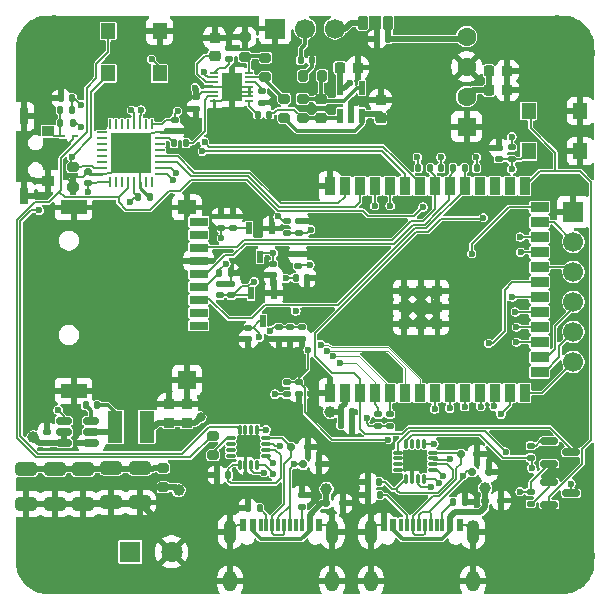
<source format=gbr>
%TF.GenerationSoftware,KiCad,Pcbnew,9.0.5*%
%TF.CreationDate,2025-10-14T15:47:48-07:00*%
%TF.ProjectId,lightspeed_r1,6c696768-7473-4706-9565-645f72312e6b,rev?*%
%TF.SameCoordinates,Original*%
%TF.FileFunction,Copper,L1,Top*%
%TF.FilePolarity,Positive*%
%FSLAX46Y46*%
G04 Gerber Fmt 4.6, Leading zero omitted, Abs format (unit mm)*
G04 Created by KiCad (PCBNEW 9.0.5) date 2025-10-14 15:47:48*
%MOMM*%
%LPD*%
G01*
G04 APERTURE LIST*
G04 Aperture macros list*
%AMRoundRect*
0 Rectangle with rounded corners*
0 $1 Rounding radius*
0 $2 $3 $4 $5 $6 $7 $8 $9 X,Y pos of 4 corners*
0 Add a 4 corners polygon primitive as box body*
4,1,4,$2,$3,$4,$5,$6,$7,$8,$9,$2,$3,0*
0 Add four circle primitives for the rounded corners*
1,1,$1+$1,$2,$3*
1,1,$1+$1,$4,$5*
1,1,$1+$1,$6,$7*
1,1,$1+$1,$8,$9*
0 Add four rect primitives between the rounded corners*
20,1,$1+$1,$2,$3,$4,$5,0*
20,1,$1+$1,$4,$5,$6,$7,0*
20,1,$1+$1,$6,$7,$8,$9,0*
20,1,$1+$1,$8,$9,$2,$3,0*%
G04 Aperture macros list end*
%TA.AperFunction,SMDPad,CuDef*%
%ADD10RoundRect,0.135000X-0.185000X0.135000X-0.185000X-0.135000X0.185000X-0.135000X0.185000X0.135000X0*%
%TD*%
%TA.AperFunction,SMDPad,CuDef*%
%ADD11R,0.482600X1.117600*%
%TD*%
%TA.AperFunction,SMDPad,CuDef*%
%ADD12RoundRect,0.150000X-0.150000X-0.200000X0.150000X-0.200000X0.150000X0.200000X-0.150000X0.200000X0*%
%TD*%
%TA.AperFunction,SMDPad,CuDef*%
%ADD13R,1.230000X1.360000*%
%TD*%
%TA.AperFunction,SMDPad,CuDef*%
%ADD14RoundRect,0.140000X0.170000X-0.140000X0.170000X0.140000X-0.170000X0.140000X-0.170000X-0.140000X0*%
%TD*%
%TA.AperFunction,SMDPad,CuDef*%
%ADD15RoundRect,0.200000X0.200000X0.275000X-0.200000X0.275000X-0.200000X-0.275000X0.200000X-0.275000X0*%
%TD*%
%TA.AperFunction,SMDPad,CuDef*%
%ADD16RoundRect,0.135000X0.135000X0.185000X-0.135000X0.185000X-0.135000X-0.185000X0.135000X-0.185000X0*%
%TD*%
%TA.AperFunction,SMDPad,CuDef*%
%ADD17RoundRect,0.140000X-0.170000X0.140000X-0.170000X-0.140000X0.170000X-0.140000X0.170000X0.140000X0*%
%TD*%
%TA.AperFunction,SMDPad,CuDef*%
%ADD18RoundRect,0.140000X-0.140000X-0.170000X0.140000X-0.170000X0.140000X0.170000X-0.140000X0.170000X0*%
%TD*%
%TA.AperFunction,SMDPad,CuDef*%
%ADD19RoundRect,0.135000X0.185000X-0.135000X0.185000X0.135000X-0.185000X0.135000X-0.185000X-0.135000X0*%
%TD*%
%TA.AperFunction,SMDPad,CuDef*%
%ADD20RoundRect,0.225000X-0.250000X0.225000X-0.250000X-0.225000X0.250000X-0.225000X0.250000X0.225000X0*%
%TD*%
%TA.AperFunction,SMDPad,CuDef*%
%ADD21R,0.490000X1.160000*%
%TD*%
%TA.AperFunction,SMDPad,CuDef*%
%ADD22R,0.490000X1.180000*%
%TD*%
%TA.AperFunction,SMDPad,CuDef*%
%ADD23RoundRect,0.135000X-0.135000X-0.185000X0.135000X-0.185000X0.135000X0.185000X-0.135000X0.185000X0*%
%TD*%
%TA.AperFunction,SMDPad,CuDef*%
%ADD24RoundRect,0.200000X0.275000X-0.200000X0.275000X0.200000X-0.275000X0.200000X-0.275000X-0.200000X0*%
%TD*%
%TA.AperFunction,SMDPad,CuDef*%
%ADD25RoundRect,0.250000X-0.650000X0.325000X-0.650000X-0.325000X0.650000X-0.325000X0.650000X0.325000X0*%
%TD*%
%TA.AperFunction,SMDPad,CuDef*%
%ADD26R,0.520000X0.260000*%
%TD*%
%TA.AperFunction,SMDPad,CuDef*%
%ADD27RoundRect,0.140000X0.140000X0.170000X-0.140000X0.170000X-0.140000X-0.170000X0.140000X-0.170000X0*%
%TD*%
%TA.AperFunction,SMDPad,CuDef*%
%ADD28RoundRect,0.062500X0.062500X-0.375000X0.062500X0.375000X-0.062500X0.375000X-0.062500X-0.375000X0*%
%TD*%
%TA.AperFunction,SMDPad,CuDef*%
%ADD29RoundRect,0.062500X0.375000X-0.062500X0.375000X0.062500X-0.375000X0.062500X-0.375000X-0.062500X0*%
%TD*%
%TA.AperFunction,SMDPad,CuDef*%
%ADD30R,3.450000X3.450000*%
%TD*%
%TA.AperFunction,SMDPad,CuDef*%
%ADD31RoundRect,0.150000X-0.512500X-0.150000X0.512500X-0.150000X0.512500X0.150000X-0.512500X0.150000X0*%
%TD*%
%TA.AperFunction,ComponentPad*%
%ADD32R,1.700000X1.700000*%
%TD*%
%TA.AperFunction,ComponentPad*%
%ADD33C,1.700000*%
%TD*%
%TA.AperFunction,ComponentPad*%
%ADD34R,1.800000X1.800000*%
%TD*%
%TA.AperFunction,ComponentPad*%
%ADD35C,1.800000*%
%TD*%
%TA.AperFunction,SMDPad,CuDef*%
%ADD36RoundRect,0.075000X0.075000X-0.312500X0.075000X0.312500X-0.075000X0.312500X-0.075000X-0.312500X0*%
%TD*%
%TA.AperFunction,SMDPad,CuDef*%
%ADD37RoundRect,0.075000X0.312500X-0.075000X0.312500X0.075000X-0.312500X0.075000X-0.312500X-0.075000X0*%
%TD*%
%TA.AperFunction,HeatsinkPad*%
%ADD38R,1.800000X1.800000*%
%TD*%
%TA.AperFunction,SMDPad,CuDef*%
%ADD39RoundRect,0.225000X0.250000X-0.225000X0.250000X0.225000X-0.250000X0.225000X-0.250000X-0.225000X0*%
%TD*%
%TA.AperFunction,SMDPad,CuDef*%
%ADD40R,0.550000X1.100000*%
%TD*%
%TA.AperFunction,SMDPad,CuDef*%
%ADD41R,0.300000X1.100000*%
%TD*%
%TA.AperFunction,ComponentPad*%
%ADD42O,1.100000X2.000000*%
%TD*%
%TA.AperFunction,ComponentPad*%
%ADD43O,1.200000X1.800000*%
%TD*%
%TA.AperFunction,SMDPad,CuDef*%
%ADD44R,0.700000X0.250000*%
%TD*%
%TA.AperFunction,SMDPad,CuDef*%
%ADD45R,1.780000X2.350000*%
%TD*%
%TA.AperFunction,SMDPad,CuDef*%
%ADD46RoundRect,0.225000X-0.225000X-0.250000X0.225000X-0.250000X0.225000X0.250000X-0.225000X0.250000X0*%
%TD*%
%TA.AperFunction,SMDPad,CuDef*%
%ADD47RoundRect,0.200000X-0.275000X0.200000X-0.275000X-0.200000X0.275000X-0.200000X0.275000X0.200000X0*%
%TD*%
%TA.AperFunction,SMDPad,CuDef*%
%ADD48RoundRect,0.218750X0.218750X0.381250X-0.218750X0.381250X-0.218750X-0.381250X0.218750X-0.381250X0*%
%TD*%
%TA.AperFunction,SMDPad,CuDef*%
%ADD49RoundRect,0.150000X-0.587500X-0.150000X0.587500X-0.150000X0.587500X0.150000X-0.587500X0.150000X0*%
%TD*%
%TA.AperFunction,SMDPad,CuDef*%
%ADD50R,1.600000X0.700000*%
%TD*%
%TA.AperFunction,SMDPad,CuDef*%
%ADD51R,1.500000X1.200000*%
%TD*%
%TA.AperFunction,SMDPad,CuDef*%
%ADD52R,2.200000X1.200000*%
%TD*%
%TA.AperFunction,SMDPad,CuDef*%
%ADD53R,1.500000X1.600000*%
%TD*%
%TA.AperFunction,SMDPad,CuDef*%
%ADD54R,1.300000X2.720000*%
%TD*%
%TA.AperFunction,ComponentPad*%
%ADD55R,1.600000X1.600000*%
%TD*%
%TA.AperFunction,ComponentPad*%
%ADD56C,1.600000*%
%TD*%
%TA.AperFunction,SMDPad,CuDef*%
%ADD57R,0.900000X1.500000*%
%TD*%
%TA.AperFunction,SMDPad,CuDef*%
%ADD58R,1.500000X0.900000*%
%TD*%
%TA.AperFunction,SMDPad,CuDef*%
%ADD59R,0.900000X0.900000*%
%TD*%
%TA.AperFunction,ComponentPad*%
%ADD60C,0.450000*%
%TD*%
%TA.AperFunction,SMDPad,CuDef*%
%ADD61R,0.800000X1.450000*%
%TD*%
%TA.AperFunction,SMDPad,CuDef*%
%ADD62R,1.000000X0.900000*%
%TD*%
%TA.AperFunction,ViaPad*%
%ADD63C,0.600000*%
%TD*%
%TA.AperFunction,ViaPad*%
%ADD64C,0.700000*%
%TD*%
%TA.AperFunction,ViaPad*%
%ADD65C,6.400000*%
%TD*%
%TA.AperFunction,ViaPad*%
%ADD66C,1.000000*%
%TD*%
%TA.AperFunction,ViaPad*%
%ADD67C,0.800000*%
%TD*%
%TA.AperFunction,Conductor*%
%ADD68C,0.200000*%
%TD*%
%TA.AperFunction,Conductor*%
%ADD69C,0.500000*%
%TD*%
%TA.AperFunction,Conductor*%
%ADD70C,0.150000*%
%TD*%
%TA.AperFunction,Conductor*%
%ADD71C,0.250000*%
%TD*%
%TA.AperFunction,Conductor*%
%ADD72C,0.300000*%
%TD*%
%TA.AperFunction,Conductor*%
%ADD73C,0.100000*%
%TD*%
G04 APERTURE END LIST*
D10*
%TO.P,R5,1*%
%TO.N,3V3*%
X-500000Y7580000D03*
%TO.P,R5,2*%
%TO.N,CAM.PWDN*%
X-500000Y6560000D03*
%TD*%
D11*
%TO.P,U16,1,VSS*%
%TO.N,GND*%
X-1835981Y6962507D03*
%TO.P,U16,2,VOUT*%
%TO.N,1V2*%
X-3735983Y6962507D03*
%TO.P,U16,3,VIN*%
%TO.N,3V3*%
X-2785982Y4574907D03*
%TD*%
D12*
%TO.P,D4,1,A1*%
%TO.N,GND*%
X2190000Y-13020000D03*
%TO.P,D4,2,A2*%
%TO.N,Net-(D4-A2)*%
X790000Y-13020000D03*
%TD*%
D13*
%TO.P,SW7,1,1*%
%TO.N,CHIP_PU*%
X19920000Y13480000D03*
%TO.P,SW7,2,2*%
%TO.N,GND*%
X24280000Y13480000D03*
%TD*%
D14*
%TO.P,C15,1*%
%TO.N,3V3*%
X-17396875Y10765625D03*
%TO.P,C15,2*%
%TO.N,GND*%
X-17396875Y11725625D03*
%TD*%
D12*
%TO.P,D6,1,A1*%
%TO.N,GND*%
X1210000Y-11560000D03*
%TO.P,D6,2,A2*%
%TO.N,Net-(D6-A2)*%
X-190000Y-11560000D03*
%TD*%
D11*
%TO.P,U15,1,VSS*%
%TO.N,GND*%
X-1649999Y1473800D03*
%TO.P,U15,2,VOUT*%
%TO.N,2V8*%
X-3550001Y1473800D03*
%TO.P,U15,3,VIN*%
%TO.N,3V3*%
X-2600000Y-913800D03*
%TD*%
D15*
%TO.P,R12,1*%
%TO.N,Net-(U4--IN)*%
X2462500Y19880000D03*
%TO.P,R12,2*%
%TO.N,Net-(C11-Pad1)*%
X812500Y19880000D03*
%TD*%
D16*
%TO.P,R13,1*%
%TO.N,GND*%
X14540000Y-16220000D03*
%TO.P,R13,2*%
%TO.N,Net-(USB2-CC2)*%
X13520000Y-16220000D03*
%TD*%
D17*
%TO.P,C21,1*%
%TO.N,CAM.RST*%
X490000Y-6080000D03*
%TO.P,C21,2*%
%TO.N,GND*%
X490000Y-7040000D03*
%TD*%
D18*
%TO.P,C4,1*%
%TO.N,3V3*%
X-6260000Y3180000D03*
%TO.P,C4,2*%
%TO.N,GND*%
X-5300000Y3180000D03*
%TD*%
D19*
%TO.P,R24,1*%
%TO.N,3V3*%
X7200000Y-9787080D03*
%TO.P,R24,2*%
%TO.N,I2C_SDA*%
X7200000Y-8767080D03*
%TD*%
D20*
%TO.P,C51,1*%
%TO.N,GND*%
X-9030000Y-7945000D03*
%TO.P,C51,2*%
%TO.N,3V3*%
X-9030000Y-9495000D03*
%TD*%
D21*
%TO.P,U4,1,OUT*%
%TO.N,Net-(U4-OUT)*%
X3937500Y16517500D03*
%TO.P,U4,2,V-*%
%TO.N,GND*%
X4887500Y16517500D03*
%TO.P,U4,3,+IN*%
%TO.N,Net-(U4-+IN)*%
X5837500Y16517500D03*
D22*
%TO.P,U4,4,-IN*%
%TO.N,Net-(U4--IN)*%
X5837500Y18817500D03*
%TO.P,U4,5,V+*%
%TO.N,3V3*%
X3937500Y18817500D03*
%TD*%
D23*
%TO.P,R11,1*%
%TO.N,Net-(USB2-CC1)*%
X7310100Y-15620000D03*
%TO.P,R11,2*%
%TO.N,GND*%
X6290100Y-15620000D03*
%TD*%
D10*
%TO.P,R14,1*%
%TO.N,GND*%
X720000Y-15610000D03*
%TO.P,R14,2*%
%TO.N,Net-(USB1-CC2)*%
X720000Y-16630000D03*
%TD*%
D24*
%TO.P,R35,1*%
%TO.N,GND*%
X-18634375Y10480000D03*
%TO.P,R35,2*%
%TO.N,/BOOT0*%
X-18634375Y12130000D03*
%TD*%
D16*
%TO.P,R16,1*%
%TO.N,3V3*%
X15520000Y12080000D03*
%TO.P,R16,2*%
%TO.N,SD_HOST_CMD*%
X14500000Y12080000D03*
%TD*%
D14*
%TO.P,C10,1*%
%TO.N,5V*%
X-20840000Y-11230000D03*
%TO.P,C10,2*%
%TO.N,GND*%
X-20840000Y-10270000D03*
%TD*%
D25*
%TO.P,C17,1,1*%
%TO.N,Net-(C12-Pad1)*%
X-13000000Y-13295000D03*
%TO.P,C17,2,2*%
%TO.N,GND*%
X-13000000Y-16245000D03*
%TD*%
D26*
%TO.P,D7,1,1*%
%TO.N,Net-(D7-Pad1)*%
X-19550000Y14790000D03*
%TO.P,D7,2,2*%
%TO.N,GND*%
X-18470000Y14790000D03*
%TD*%
D27*
%TO.P,C1,1*%
%TO.N,Net-(U1-V3_{OUT})*%
X-5500000Y-13920000D03*
%TO.P,C1,2*%
%TO.N,GND*%
X-6460000Y-13920000D03*
%TD*%
D28*
%TO.P,U13,1,VDD*%
%TO.N,3V3*%
X-15484375Y10908125D03*
%TO.P,U13,2,PF0*%
%TO.N,unconnected-(U13-PF0-Pad2)*%
X-14984375Y10908125D03*
%TO.P,U13,3,PF1*%
%TO.N,unconnected-(U13-PF1-Pad3)*%
X-14484375Y10908125D03*
%TO.P,U13,4,NRST*%
%TO.N,STM32_RESET*%
X-13984375Y10908125D03*
%TO.P,U13,5,VDDA*%
%TO.N,3V3*%
X-13484375Y10908125D03*
%TO.P,U13,6,VSSA*%
%TO.N,GND*%
X-12984375Y10908125D03*
%TO.P,U13,7,PA0*%
%TO.N,unconnected-(U13-PA0-Pad7)*%
X-12484375Y10908125D03*
%TO.P,U13,8,PA1*%
%TO.N,unconnected-(U13-PA1-Pad8)*%
X-11984375Y10908125D03*
D29*
%TO.P,U13,9,PA2*%
%TO.N,USART2_TX_STM32*%
X-11296875Y11595625D03*
%TO.P,U13,10,PA3*%
%TO.N,USART2_RX_STM32*%
X-11296875Y12095625D03*
%TO.P,U13,11,PA4*%
%TO.N,STM_WAKEUP*%
X-11296875Y12595625D03*
%TO.P,U13,12,PA5*%
%TO.N,ESP_WAKEUP*%
X-11296875Y13095625D03*
%TO.P,U13,13,PA6*%
%TO.N,unconnected-(U13-PA6-Pad13)*%
X-11296875Y13595625D03*
%TO.P,U13,14,PA7*%
%TO.N,unconnected-(U13-PA7-Pad14)*%
X-11296875Y14095625D03*
%TO.P,U13,15,PB0*%
%TO.N,Net-(U13-PB0)*%
X-11296875Y14595625D03*
%TO.P,U13,16,VSS*%
%TO.N,GND*%
X-11296875Y15095625D03*
D28*
%TO.P,U13,17,VDD*%
%TO.N,3V3*%
X-11984375Y15783125D03*
%TO.P,U13,18,PA8*%
%TO.N,unconnected-(U13-PA8-Pad18)*%
X-12484375Y15783125D03*
%TO.P,U13,19,PA9*%
%TO.N,USART1_RX_STM32_ESP32*%
X-12984375Y15783125D03*
%TO.P,U13,20,PA10*%
%TO.N,USART1_TX_STM32_ESP32*%
X-13484375Y15783125D03*
%TO.P,U13,21,PA11*%
%TO.N,unconnected-(U13-PA11-Pad21)*%
X-13984375Y15783125D03*
%TO.P,U13,22,PA12*%
%TO.N,unconnected-(U13-PA12-Pad22)*%
X-14484375Y15783125D03*
%TO.P,U13,23,PA13*%
%TO.N,unconnected-(U13-PA13-Pad23)*%
X-14984375Y15783125D03*
%TO.P,U13,24,PA14*%
%TO.N,unconnected-(U13-PA14-Pad24)*%
X-15484375Y15783125D03*
D29*
%TO.P,U13,25,PA15*%
%TO.N,unconnected-(U13-PA15-Pad25)*%
X-16171875Y15095625D03*
%TO.P,U13,26,PB3*%
%TO.N,unconnected-(U13-PB3-Pad26)*%
X-16171875Y14595625D03*
%TO.P,U13,27,PB4*%
%TO.N,unconnected-(U13-PB4-Pad27)*%
X-16171875Y14095625D03*
%TO.P,U13,28,PB5*%
%TO.N,unconnected-(U13-PB5-Pad28)*%
X-16171875Y13595625D03*
%TO.P,U13,29,PB6*%
%TO.N,unconnected-(U13-PB6-Pad29)*%
X-16171875Y13095625D03*
%TO.P,U13,30,PB7*%
%TO.N,unconnected-(U13-PB7-Pad30)*%
X-16171875Y12595625D03*
%TO.P,U13,31,BOOT0*%
%TO.N,/BOOT0*%
X-16171875Y12095625D03*
%TO.P,U13,32,VSS*%
%TO.N,GND*%
X-16171875Y11595625D03*
D30*
%TO.P,U13,33,VSS*%
X-13734375Y13345625D03*
%TD*%
D31*
%TO.P,U9,1,FB*%
%TO.N,3V3*%
X-19400000Y-9320000D03*
%TO.P,U9,2,EN*%
%TO.N,5V*%
X-19400000Y-10270000D03*
%TO.P,U9,3,IN*%
X-19400000Y-11220000D03*
%TO.P,U9,4,GND*%
%TO.N,GND*%
X-17125000Y-11220000D03*
%TO.P,U9,5,SW*%
%TO.N,Net-(U9-SW)*%
X-17125000Y-10270000D03*
%TO.P,U9,6,BST*%
%TO.N,Net-(U9-BST)*%
X-17125000Y-9320000D03*
%TD*%
D18*
%TO.P,C24,1*%
%TO.N,Net-(U9-BST)*%
X-17580000Y-8020000D03*
%TO.P,C24,2*%
%TO.N,Net-(U9-SW)*%
X-16620000Y-8020000D03*
%TD*%
D24*
%TO.P,R22,1*%
%TO.N,Net-(U4-OUT)*%
X787500Y16280000D03*
%TO.P,R22,2*%
%TO.N,Net-(U4--IN)*%
X787500Y17930000D03*
%TD*%
D14*
%TO.P,C34,1*%
%TO.N,1V2*%
X-5085982Y7008707D03*
%TO.P,C34,2*%
%TO.N,GND*%
X-5085982Y7968707D03*
%TD*%
D23*
%TO.P,R17,1*%
%TO.N,3V3*%
X12500000Y12080000D03*
%TO.P,R17,2*%
%TO.N,SD_HOST_CLK*%
X13520000Y12080000D03*
%TD*%
D17*
%TO.P,C2,1*%
%TO.N,3V3*%
X-3800000Y-1440000D03*
%TO.P,C2,2*%
%TO.N,GND*%
X-3800000Y-2400000D03*
%TD*%
D32*
%TO.P,J4,1,Pin_1*%
%TO.N,GND*%
X23710000Y8370000D03*
D33*
%TO.P,J4,2,Pin_2*%
%TO.N,GPIO48*%
X23710000Y5830000D03*
%TO.P,J4,3,Pin_3*%
%TO.N,GPIO14*%
X23710000Y3290000D03*
%TO.P,J4,4,Pin_4*%
%TO.N,GPIO46*%
X23710000Y750000D03*
%TO.P,J4,5,Pin_5*%
%TO.N,GPIO3*%
X23710000Y-1790000D03*
%TO.P,J4,6,Pin_6*%
%TO.N,GPIO20*%
X23710000Y-4330000D03*
%TD*%
D19*
%TO.P,R4,1*%
%TO.N,CAM.PWDN*%
X510000Y6560000D03*
%TO.P,R4,2*%
%TO.N,GND*%
X510000Y7580000D03*
%TD*%
D13*
%TO.P,SW8,1,1*%
%TO.N,GPIO0{slash}BOOT*%
X19920000Y16880000D03*
%TO.P,SW8,2,2*%
%TO.N,GND*%
X24280000Y16880000D03*
%TD*%
D34*
%TO.P,J1,1,1*%
%TO.N,5V*%
X-13800000Y-20430000D03*
D35*
%TO.P,J1,2,2*%
%TO.N,GND*%
X-10300000Y-20430000D03*
%TD*%
D14*
%TO.P,C23,1*%
%TO.N,CHIP_PU*%
X17390000Y12840000D03*
%TO.P,C23,2*%
%TO.N,GND*%
X17390000Y13800000D03*
%TD*%
D36*
%TO.P,U1,1,VIO*%
%TO.N,Net-(U1-V3_{OUT})*%
X-4550000Y-13047500D03*
%TO.P,U1,2,GND*%
%TO.N,GND*%
X-4050000Y-13047500D03*
%TO.P,U1,3,VDD5*%
%TO.N,5V*%
X-3550000Y-13047500D03*
%TO.P,U1,4,TXD*%
%TO.N,USART2_RX_STM32*%
X-3050000Y-13047500D03*
D37*
%TO.P,U1,5,RXD*%
%TO.N,USART2_TX_STM32*%
X-2312500Y-12310000D03*
%TO.P,U1,6,V3_{OUT}*%
%TO.N,Net-(U1-V3_{OUT})*%
X-2312500Y-11810000D03*
%TO.P,U1,7,UD+*%
%TO.N,Net-(D4-A2)*%
X-2312500Y-11310000D03*
%TO.P,U1,8,UD-*%
%TO.N,Net-(D6-A2)*%
X-2312500Y-10810000D03*
D36*
%TO.P,U1,9,VBUS*%
%TO.N,5V*%
X-3050000Y-10072500D03*
%TO.P,U1,10,~{ACT}*%
%TO.N,unconnected-(U1-~{ACT}-Pad10)*%
X-3550000Y-10072500D03*
%TO.P,U1,11,~{DCD}*%
%TO.N,unconnected-(U1-~{DCD}-Pad11)*%
X-4050000Y-10072500D03*
%TO.P,U1,12,~{DTR}*%
%TO.N,/BOOT0*%
X-4550000Y-10072500D03*
D37*
%TO.P,U1,13,~{RTS}*%
%TO.N,Net-(U1-~{RTS})*%
X-5287500Y-10810000D03*
%TO.P,U1,14,~{DSR}*%
%TO.N,unconnected-(U1-~{DSR}-Pad14)*%
X-5287500Y-11310000D03*
%TO.P,U1,15,~{CTS}*%
%TO.N,unconnected-(U1-~{CTS}-Pad15)*%
X-5287500Y-11810000D03*
%TO.P,U1,16,~{RI}*%
%TO.N,unconnected-(U1-~{RI}-Pad16)*%
X-5287500Y-12310000D03*
D38*
%TO.P,U1,17,GND_EPAD*%
%TO.N,GND*%
X-3800000Y-11560000D03*
%TD*%
D14*
%TO.P,C43,1*%
%TO.N,Net-(U12-CT)*%
X-5412500Y21267500D03*
%TO.P,C43,2*%
%TO.N,GND*%
X-5412500Y22227500D03*
%TD*%
D18*
%TO.P,C16,1*%
%TO.N,3V3*%
X-13114375Y9583125D03*
%TO.P,C16,2*%
%TO.N,GND*%
X-12154375Y9583125D03*
%TD*%
D25*
%TO.P,C12,1,1*%
%TO.N,Net-(C12-Pad1)*%
X-15400000Y-13295000D03*
%TO.P,C12,2,2*%
%TO.N,GND*%
X-15400000Y-16245000D03*
%TD*%
D39*
%TO.P,C13,1*%
%TO.N,Net-(U4-+IN)*%
X7400000Y16280000D03*
%TO.P,C13,2*%
%TO.N,GND*%
X7400000Y17830000D03*
%TD*%
D36*
%TO.P,U3,1,VIO*%
%TO.N,Net-(U3-V3_{OUT})*%
X9562600Y-14257500D03*
%TO.P,U3,2,GND*%
%TO.N,GND*%
X10062600Y-14257500D03*
%TO.P,U3,3,VDD5*%
%TO.N,5V*%
X10562600Y-14257500D03*
%TO.P,U3,4,TXD*%
%TO.N,UART0_RXD_ESP32*%
X11062600Y-14257500D03*
D37*
%TO.P,U3,5,RXD*%
%TO.N,UART0_TXD_ESP32*%
X11800100Y-13520000D03*
%TO.P,U3,6,V3_{OUT}*%
%TO.N,Net-(U3-V3_{OUT})*%
X11800100Y-13020000D03*
%TO.P,U3,7,UD+*%
%TO.N,Net-(D3-A2)*%
X11800100Y-12520000D03*
%TO.P,U3,8,UD-*%
%TO.N,Net-(D2-A2)*%
X11800100Y-12020000D03*
D36*
%TO.P,U3,9,VBUS*%
%TO.N,5V*%
X11062600Y-11282500D03*
%TO.P,U3,10,~{ACT}*%
%TO.N,unconnected-(U3-~{ACT}-Pad10)*%
X10562600Y-11282500D03*
%TO.P,U3,11,~{DCD}*%
%TO.N,unconnected-(U3-~{DCD}-Pad11)*%
X10062600Y-11282500D03*
%TO.P,U3,12,~{DTR}*%
%TO.N,/DTR*%
X9562600Y-11282500D03*
D37*
%TO.P,U3,13,~{RTS}*%
%TO.N,/RTS*%
X8825100Y-12020000D03*
%TO.P,U3,14,~{DSR}*%
%TO.N,unconnected-(U3-~{DSR}-Pad14)*%
X8825100Y-12520000D03*
%TO.P,U3,15,~{CTS}*%
%TO.N,unconnected-(U3-~{CTS}-Pad15)*%
X8825100Y-13020000D03*
%TO.P,U3,16,~{RI}*%
%TO.N,unconnected-(U3-~{RI}-Pad16)*%
X8825100Y-13520000D03*
D38*
%TO.P,U3,17,GND_EPAD*%
%TO.N,GND*%
X10312600Y-12770000D03*
%TD*%
D40*
%TO.P,USB1,1,GND*%
%TO.N,GND*%
X-4220000Y-18160000D03*
%TO.P,USB1,2,VBUS*%
%TO.N,5V*%
X-3420000Y-18160000D03*
D41*
%TO.P,USB1,3,SBU2*%
%TO.N,unconnected-(USB1-SBU2-Pad3)*%
X-2770000Y-18160000D03*
%TO.P,USB1,4,CC1*%
%TO.N,Net-(USB1-CC1)*%
X-2270000Y-18160000D03*
%TO.P,USB1,5,DN2*%
%TO.N,Net-(D6-A2)*%
X-1770000Y-18160000D03*
%TO.P,USB1,6,DP1*%
%TO.N,Net-(D4-A2)*%
X-1270000Y-18160000D03*
%TO.P,USB1,7,DN1*%
%TO.N,Net-(D6-A2)*%
X-770000Y-18160000D03*
%TO.P,USB1,8,DP2*%
%TO.N,Net-(D4-A2)*%
X-270000Y-18160000D03*
%TO.P,USB1,9,SBU1*%
%TO.N,unconnected-(USB1-SBU1-Pad9)*%
X230000Y-18160000D03*
%TO.P,USB1,10,CC2*%
%TO.N,Net-(USB1-CC2)*%
X730000Y-18160000D03*
D40*
%TO.P,USB1,11,VBUS*%
%TO.N,5V*%
X1380000Y-18160000D03*
%TO.P,USB1,12,GND*%
%TO.N,GND*%
X2180000Y-18160000D03*
D42*
%TO.P,USB1,13,SHELL*%
X-5340000Y-18710000D03*
D43*
X-5340000Y-22920000D03*
D42*
%TO.P,USB1,14,SHELL*%
X3300000Y-18710000D03*
D43*
X3300000Y-22920000D03*
%TD*%
D20*
%TO.P,C41,1*%
%TO.N,GND*%
X-10549843Y-7945000D03*
%TO.P,C41,2*%
%TO.N,3V3*%
X-10549843Y-9495000D03*
%TD*%
D44*
%TO.P,U12,1,CT*%
%TO.N,Net-(U12-CT)*%
X-6687500Y20147500D03*
%TO.P,U12,2,~{SHDN}*%
%TO.N,3V3*%
X-6687500Y19747500D03*
%TO.P,U12,3,CG*%
%TO.N,Net-(U12-CG)*%
X-6687500Y19347500D03*
%TO.P,U12,4,GND*%
%TO.N,GND*%
X-6687500Y18947500D03*
%TO.P,U12,5,VDD*%
%TO.N,3V3*%
X-6687500Y18547500D03*
%TO.P,U12,6,MICOUT*%
%TO.N,/VOUT*%
X-6687500Y18147500D03*
%TO.P,U12,7,GND*%
%TO.N,GND*%
X-6687500Y17747500D03*
%TO.P,U12,8,MICIN*%
%TO.N,Net-(U12-MICIN)*%
X-3737500Y17747500D03*
%TO.P,U12,9,A/R*%
%TO.N,GND*%
X-3737500Y18147500D03*
%TO.P,U12,10,GAIN*%
X-3737500Y18547500D03*
%TO.P,U12,11,GND*%
X-3737500Y18947500D03*
%TO.P,U12,12,BIAS*%
%TO.N,Net-(U12-BIAS)*%
X-3737500Y19347500D03*
%TO.P,U12,13,MICBIAS*%
%TO.N,Net-(U12-MICBIAS)*%
X-3737500Y19747500D03*
%TO.P,U12,14,TH*%
%TO.N,Net-(U12-TH)*%
X-3737500Y20147500D03*
D45*
%TO.P,U12,15,GND*%
%TO.N,GND*%
X-5212500Y18947500D03*
%TD*%
D14*
%TO.P,C36,1*%
%TO.N,2V8*%
X-5244025Y1288454D03*
%TO.P,C36,2*%
%TO.N,GND*%
X-5244025Y2248454D03*
%TD*%
%TO.P,C35,1*%
%TO.N,2V8*%
X-6244025Y1288454D03*
%TO.P,C35,2*%
%TO.N,GND*%
X-6244025Y2248454D03*
%TD*%
%TO.P,C48,1*%
%TO.N,CAM.PCLK*%
X400000Y3800000D03*
%TO.P,C48,2*%
%TO.N,GND*%
X400000Y4760000D03*
%TD*%
D17*
%TO.P,C47,1*%
%TO.N,3V3*%
X-8200000Y18060000D03*
%TO.P,C47,2*%
%TO.N,GND*%
X-8200000Y17100000D03*
%TD*%
D39*
%TO.P,C46,1*%
%TO.N,Net-(U12-CG)*%
X-6662500Y21542500D03*
%TO.P,C46,2*%
%TO.N,GND*%
X-6662500Y23092500D03*
%TD*%
D25*
%TO.P,C9,1,1*%
%TO.N,Net-(C12-Pad1)*%
X-20200000Y-13420000D03*
%TO.P,C9,2,2*%
%TO.N,GND*%
X-20200000Y-16370000D03*
%TD*%
D12*
%TO.P,D1,1,A1*%
%TO.N,GND*%
X4200000Y-16320000D03*
%TO.P,D1,2,A2*%
%TO.N,5V*%
X2800000Y-16320000D03*
%TD*%
D14*
%TO.P,C33,1*%
%TO.N,1V2*%
X-6085982Y7008707D03*
%TO.P,C33,2*%
%TO.N,GND*%
X-6085982Y7968707D03*
%TD*%
D16*
%TO.P,R3,1*%
%TO.N,3V3*%
X-18690000Y15880000D03*
%TO.P,R3,2*%
%TO.N,Net-(D7-Pad1)*%
X-19710000Y15880000D03*
%TD*%
D46*
%TO.P,C5,1*%
%TO.N,3V3*%
X3925000Y20580000D03*
%TO.P,C5,2*%
%TO.N,GND*%
X5475000Y20580000D03*
%TD*%
D47*
%TO.P,R27,1*%
%TO.N,Net-(U12-MICBIAS)*%
X-762500Y17942500D03*
%TO.P,R27,2*%
%TO.N,Net-(U4-+IN)*%
X-762500Y16292500D03*
%TD*%
D12*
%TO.P,D5,1,A1*%
%TO.N,GND*%
X17620000Y-16080000D03*
%TO.P,D5,2,A2*%
%TO.N,5V*%
X16220000Y-16080000D03*
%TD*%
D24*
%TO.P,R1,1*%
%TO.N,5V*%
X-11000000Y-14970000D03*
%TO.P,R1,2*%
%TO.N,Net-(C12-Pad1)*%
X-11000000Y-13320000D03*
%TD*%
D13*
%TO.P,SW6,1,1*%
%TO.N,/BOOT0*%
X-15680000Y20080000D03*
%TO.P,SW6,2,2*%
%TO.N,3V3*%
X-11320000Y20080000D03*
%TD*%
D18*
%TO.P,C27,1*%
%TO.N,3V3*%
X4030000Y-9670000D03*
%TO.P,C27,2*%
%TO.N,GND*%
X4990000Y-9670000D03*
%TD*%
D17*
%TO.P,C14,1*%
%TO.N,3V3*%
X-10034375Y16163125D03*
%TO.P,C14,2*%
%TO.N,GND*%
X-10034375Y15203125D03*
%TD*%
D48*
%TO.P,FB1,1*%
%TO.N,Net-(U5-+Vo)*%
X8000000Y24380000D03*
%TO.P,FB1,2*%
%TO.N,Net-(J3-Pin_3)*%
X5875000Y24380000D03*
%TD*%
D49*
%TO.P,Q1,1,B*%
%TO.N,Net-(Q1-B)*%
X21662500Y-11057500D03*
%TO.P,Q1,2,E*%
%TO.N,/RTS*%
X21662500Y-12957500D03*
%TO.P,Q1,3,C*%
%TO.N,CHIP_PU*%
X23537500Y-12007500D03*
%TD*%
D50*
%TO.P,J10,1,DAT2*%
%TO.N,unconnected-(J10-DAT2-Pad1)*%
X-8000000Y-1270000D03*
%TO.P,J10,2,CD/DAT3*%
%TO.N,unconnected-(J10-CD{slash}DAT3-Pad2)*%
X-8000000Y-170000D03*
%TO.P,J10,3,CMD*%
%TO.N,SD_HOST_CMD*%
X-8000000Y930000D03*
%TO.P,J10,4,VDD*%
%TO.N,3V3*%
X-8000000Y2030000D03*
%TO.P,J10,5,CLX*%
%TO.N,SD_HOST_CLK*%
X-8000000Y3130000D03*
%TO.P,J10,6,VSS*%
%TO.N,GND*%
X-8000000Y4230000D03*
%TO.P,J10,7,DAT0*%
%TO.N,SD_HOST_DATA*%
X-8000000Y5330000D03*
%TO.P,J10,8,DAT1*%
%TO.N,unconnected-(J10-DAT1-Pad8)*%
X-8000000Y6430000D03*
D51*
%TO.P,J10,10,10*%
%TO.N,GND*%
X-9000000Y8730000D03*
D52*
%TO.P,J10,11,11*%
X-18600000Y8730000D03*
%TO.P,J10,12,12*%
X-18600000Y-6770000D03*
D53*
%TO.P,J10,13,13*%
X-9000000Y-5870000D03*
D50*
%TO.P,J10,CD,CD*%
%TO.N,unconnected-(J10-PadCD)*%
X-8000000Y7530000D03*
%TD*%
D54*
%TO.P,L2,1,1*%
%TO.N,Net-(U9-SW)*%
X-15110000Y-9850000D03*
%TO.P,L2,2,2*%
%TO.N,3V3*%
X-12410000Y-9850000D03*
%TD*%
D17*
%TO.P,C53,1*%
%TO.N,2V8*%
X754734Y-1430024D03*
%TO.P,C53,2*%
%TO.N,GND*%
X754734Y-2390024D03*
%TD*%
D49*
%TO.P,Q2,1,B*%
%TO.N,Net-(Q2-B)*%
X21662500Y-14532500D03*
%TO.P,Q2,2,E*%
%TO.N,GPIO0{slash}BOOT*%
X21662500Y-16432500D03*
%TO.P,Q2,3,C*%
%TO.N,/DTR*%
X23537500Y-15482500D03*
%TD*%
D55*
%TO.P,U5,1,-Vin*%
%TO.N,GND*%
X14672500Y15570000D03*
D56*
%TO.P,U5,2,+Vin*%
%TO.N,5V*%
X14672500Y18110000D03*
%TO.P,U5,3,0V*%
%TO.N,GND*%
X14672500Y20650000D03*
%TO.P,U5,4,+Vo*%
%TO.N,Net-(U5-+Vo)*%
X14672500Y23190000D03*
%TD*%
D18*
%TO.P,C29,1*%
%TO.N,3V3*%
X4050000Y-8570000D03*
%TO.P,C29,2*%
%TO.N,GND*%
X5010000Y-8570000D03*
%TD*%
D23*
%TO.P,R34,1*%
%TO.N,Net-(U13-PB0)*%
X-10100000Y14180000D03*
%TO.P,R34,2*%
%TO.N,/VOUT*%
X-9080000Y14180000D03*
%TD*%
D27*
%TO.P,C3,1*%
%TO.N,Net-(U3-V3_{OUT})*%
X7300100Y-14520000D03*
%TO.P,C3,2*%
%TO.N,GND*%
X6340100Y-14520000D03*
%TD*%
D46*
%TO.P,C18,1*%
%TO.N,5V*%
X16580000Y18680000D03*
%TO.P,C18,2*%
%TO.N,GND*%
X18130000Y18680000D03*
%TD*%
D39*
%TO.P,C42,1*%
%TO.N,Net-(U4-OUT)*%
X2337500Y16330000D03*
%TO.P,C42,2*%
%TO.N,Net-(U4--IN)*%
X2337500Y17880000D03*
%TD*%
D18*
%TO.P,C19,1*%
%TO.N,GND*%
X-19660000Y17980000D03*
%TO.P,C19,2*%
%TO.N,BUTTON_WIFI*%
X-18700000Y17980000D03*
%TD*%
D19*
%TO.P,R2,1*%
%TO.N,3V3*%
X-530000Y-7100000D03*
%TO.P,R2,2*%
%TO.N,CAM.RST*%
X-530000Y-6080000D03*
%TD*%
D14*
%TO.P,C56,1*%
%TO.N,GND*%
X-1245266Y-2390024D03*
%TO.P,C56,2*%
%TO.N,2V8*%
X-1245266Y-1430024D03*
%TD*%
D13*
%TO.P,SW3,1,1*%
%TO.N,GND*%
X-11320000Y23680000D03*
%TO.P,SW3,2,2*%
%TO.N,STM32_RESET*%
X-15680000Y23680000D03*
%TD*%
D10*
%TO.P,R26,1*%
%TO.N,3V3*%
X18500000Y13830000D03*
%TO.P,R26,2*%
%TO.N,CHIP_PU*%
X18500000Y12810000D03*
%TD*%
D57*
%TO.P,U14,1,GND*%
%TO.N,GND*%
X3090000Y-6970000D03*
%TO.P,U14,2,3V3*%
%TO.N,3V3*%
X4360000Y-6970000D03*
%TO.P,U14,3,EN*%
%TO.N,CHIP_PU*%
X5630000Y-6970000D03*
%TO.P,U14,4,IO4*%
%TO.N,I2C_SDA*%
X6900000Y-6970000D03*
%TO.P,U14,5,IO5*%
%TO.N,I2C_SCL*%
X8170000Y-6970000D03*
%TO.P,U14,6,IO6*%
%TO.N,CAM.VSYNC*%
X9440000Y-6970000D03*
%TO.P,U14,7,IO7*%
%TO.N,CAM.HREF*%
X10710000Y-6970000D03*
%TO.P,U14,8,IO15*%
%TO.N,CAM.Y9*%
X11980000Y-6970000D03*
%TO.P,U14,9,IO16*%
%TO.N,CAM.XCLK*%
X13250000Y-6970000D03*
%TO.P,U14,10,IO17*%
%TO.N,CAM.Y8*%
X14520000Y-6970000D03*
%TO.P,U14,11,IO18*%
%TO.N,CAM.Y7*%
X15790000Y-6970000D03*
%TO.P,U14,12,IO8*%
%TO.N,CAM.PCLK*%
X17060000Y-6970000D03*
%TO.P,U14,13,IO19*%
%TO.N,CAM.RST*%
X18330000Y-6970000D03*
%TO.P,U14,14,IO20*%
%TO.N,GPIO20*%
X19600000Y-6970000D03*
D58*
%TO.P,U14,15,IO3*%
%TO.N,GPIO3*%
X20850000Y-5205000D03*
%TO.P,U14,16,IO46*%
%TO.N,GPIO46*%
X20850000Y-3935000D03*
%TO.P,U14,17,IO9*%
%TO.N,CAM.Y2*%
X20850000Y-2665000D03*
%TO.P,U14,18,IO10*%
%TO.N,CAM.Y5*%
X20850000Y-1395000D03*
%TO.P,U14,19,IO11*%
%TO.N,CAM.Y3*%
X20850000Y-125000D03*
%TO.P,U14,20,IO12*%
%TO.N,CAM.Y4*%
X20850000Y1145000D03*
%TO.P,U14,21,IO13*%
%TO.N,CAM.Y6*%
X20850000Y2415000D03*
%TO.P,U14,22,IO14*%
%TO.N,GPIO14*%
X20850000Y3685000D03*
%TO.P,U14,23,IO21*%
%TO.N,BUTTON_WIFI*%
X20850000Y4955000D03*
%TO.P,U14,24,IO47*%
%TO.N,STM32_RESET*%
X20850000Y6225000D03*
%TO.P,U14,25,IO48*%
%TO.N,GPIO48*%
X20850000Y7495000D03*
%TO.P,U14,26,IO45*%
%TO.N,CAM.PWDN*%
X20850000Y8765000D03*
D57*
%TO.P,U14,27,IO0*%
%TO.N,GPIO0{slash}BOOT*%
X19600000Y10530000D03*
%TO.P,U14,28,IO35*%
%TO.N,unconnected-(U14-IO35-Pad28)*%
X18330000Y10530000D03*
%TO.P,U14,29,IO36*%
%TO.N,unconnected-(U14-IO36-Pad29)*%
X17060000Y10530000D03*
%TO.P,U14,30,IO37*%
%TO.N,unconnected-(U14-IO37-Pad30)*%
X15790000Y10530000D03*
%TO.P,U14,31,IO38*%
%TO.N,SD_HOST_CMD*%
X14520000Y10530000D03*
%TO.P,U14,32,IO39*%
%TO.N,SD_HOST_CLK*%
X13250000Y10530000D03*
%TO.P,U14,33,IO40*%
%TO.N,SD_HOST_DATA*%
X11980000Y10530000D03*
%TO.P,U14,34,IO41*%
%TO.N,USART1_TX_STM32_ESP32*%
X10710000Y10530000D03*
%TO.P,U14,35,IO42*%
%TO.N,USART1_RX_STM32_ESP32*%
X9440000Y10530000D03*
%TO.P,U14,36,RXD0*%
%TO.N,UART0_RXD_ESP32*%
X8170000Y10530000D03*
%TO.P,U14,37,TXD0*%
%TO.N,UART0_TXD_ESP32*%
X6900000Y10530000D03*
%TO.P,U14,38,IO2*%
%TO.N,STM_WAKEUP*%
X5630000Y10530000D03*
%TO.P,U14,39,IO1*%
%TO.N,ESP_WAKEUP*%
X4360000Y10530000D03*
%TO.P,U14,40,GND__1*%
%TO.N,GND*%
X3090000Y10530000D03*
D59*
%TO.P,U14,41_1,GND__2*%
X9410000Y-1120000D03*
%TO.P,U14,41_2,GND__3*%
X9410000Y280000D03*
%TO.P,U14,41_3,GND__4*%
X9410000Y1680000D03*
%TO.P,U14,41_4,GND__5*%
X10810000Y-1120000D03*
%TO.P,U14,41_5,GND__6*%
X10810000Y280000D03*
%TO.P,U14,41_6,GND__7*%
X10810000Y1680000D03*
%TO.P,U14,41_7,GND__8*%
X12210000Y-1120000D03*
%TO.P,U14,41_8,GND__9*%
X12210000Y280000D03*
%TO.P,U14,41_9,GND__10*%
X12210000Y1680000D03*
D60*
%TO.P,U14,41_10,GND__11*%
X9410000Y-420000D03*
%TO.P,U14,41_11,GND__12*%
X9410000Y980000D03*
%TO.P,U14,41_12,GND__13*%
X10110000Y-1120000D03*
%TO.P,U14,41_13,GND__14*%
X10110000Y280000D03*
%TO.P,U14,41_14,GND__15*%
X10110000Y1680000D03*
%TO.P,U14,41_15,GND__16*%
X10810000Y-420000D03*
%TO.P,U14,41_16,GND__17*%
X10810000Y980000D03*
%TO.P,U14,41_17,GND__18*%
X11510000Y-1120000D03*
%TO.P,U14,41_18,GND__19*%
X11510000Y280000D03*
%TO.P,U14,41_19,GND__20*%
X11510000Y1680000D03*
%TO.P,U14,41_20,GND__21*%
X12210000Y-420000D03*
%TO.P,U14,41_21,GND__22*%
X12210000Y980000D03*
%TD*%
D12*
%TO.P,D3,1,A1*%
%TO.N,GND*%
X16540000Y-13640000D03*
%TO.P,D3,2,A2*%
%TO.N,Net-(D3-A2)*%
X15140000Y-13640000D03*
%TD*%
%TO.P,D2,1,A1*%
%TO.N,GND*%
X15576931Y-12160588D03*
%TO.P,D2,2,A2*%
%TO.N,Net-(D2-A2)*%
X14176931Y-12160588D03*
%TD*%
D27*
%TO.P,C54,1*%
%TO.N,GND*%
X1160000Y2780000D03*
%TO.P,C54,2*%
%TO.N,1V2*%
X200000Y2780000D03*
%TD*%
%TO.P,C22,1*%
%TO.N,Net-(U5-+Vo)*%
X8060000Y22980000D03*
%TO.P,C22,2*%
%TO.N,GND*%
X7100000Y22980000D03*
%TD*%
D25*
%TO.P,C7,1,1*%
%TO.N,Net-(C12-Pad1)*%
X-17800000Y-13420000D03*
%TO.P,C7,2,2*%
%TO.N,GND*%
X-17800000Y-16370000D03*
%TD*%
D61*
%TO.P,SW1,A,A*%
%TO.N,GND*%
X-22820000Y16440000D03*
%TO.P,SW1,B,B*%
X-22820000Y9700000D03*
D62*
%TO.P,SW1,C,C*%
%TO.N,Net-(D7-Pad1)*%
X-20770000Y15170000D03*
%TO.P,SW1,D,D*%
%TO.N,GND*%
X-20770000Y10970000D03*
%TD*%
D46*
%TO.P,C8,1*%
%TO.N,5V*%
X16580000Y20280000D03*
%TO.P,C8,2*%
%TO.N,GND*%
X18130000Y20280000D03*
%TD*%
D24*
%TO.P,R33,1*%
%TO.N,Net-(U12-TH)*%
X-4112500Y21492500D03*
%TO.P,R33,2*%
%TO.N,GND*%
X-4112500Y23142500D03*
%TD*%
D17*
%TO.P,C45,1*%
%TO.N,Net-(U12-BIAS)*%
X-2612500Y18577500D03*
%TO.P,C45,2*%
%TO.N,GND*%
X-2612500Y17617500D03*
%TD*%
D27*
%TO.P,C11,1*%
%TO.N,Net-(C11-Pad1)*%
X1580000Y21180000D03*
%TO.P,C11,2*%
%TO.N,Net-(J3-Pin_2)*%
X620000Y21180000D03*
%TD*%
D19*
%TO.P,R20,1*%
%TO.N,/DTR*%
X20100000Y-12467500D03*
%TO.P,R20,2*%
%TO.N,Net-(Q1-B)*%
X20100000Y-11447500D03*
%TD*%
D17*
%TO.P,C26,1*%
%TO.N,3V3*%
X-1685982Y3940000D03*
%TO.P,C26,2*%
%TO.N,GND*%
X-1685982Y2980000D03*
%TD*%
D47*
%TO.P,R32,1*%
%TO.N,Net-(U12-TH)*%
X-2362500Y21417500D03*
%TO.P,R32,2*%
%TO.N,Net-(U12-MICBIAS)*%
X-2362500Y19767500D03*
%TD*%
D24*
%TO.P,R29,1*%
%TO.N,Net-(U1-~{RTS})*%
X-6800000Y-12245000D03*
%TO.P,R29,2*%
%TO.N,STM32_RESET*%
X-6800000Y-10595000D03*
%TD*%
D18*
%TO.P,C44,1*%
%TO.N,Net-(U12-MICIN)*%
X-2992500Y16597500D03*
%TO.P,C44,2*%
%TO.N,Net-(U4-OUT)*%
X-2032500Y16597500D03*
%TD*%
D23*
%TO.P,R18,1*%
%TO.N,3V3*%
X10580000Y12080000D03*
%TO.P,R18,2*%
%TO.N,SD_HOST_DATA*%
X11600000Y12080000D03*
%TD*%
D10*
%TO.P,R21,1*%
%TO.N,/RTS*%
X20100000Y-15347500D03*
%TO.P,R21,2*%
%TO.N,Net-(Q2-B)*%
X20100000Y-16367500D03*
%TD*%
D40*
%TO.P,USB2,1,GND*%
%TO.N,GND*%
X7680100Y-18160000D03*
%TO.P,USB2,2,VBUS*%
%TO.N,5V*%
X8480100Y-18160000D03*
D41*
%TO.P,USB2,3,SBU2*%
%TO.N,unconnected-(USB2-SBU2-Pad3)*%
X9130100Y-18160000D03*
%TO.P,USB2,4,CC1*%
%TO.N,Net-(USB2-CC1)*%
X9630100Y-18160000D03*
%TO.P,USB2,5,DN2*%
%TO.N,Net-(D2-A2)*%
X10130100Y-18160000D03*
%TO.P,USB2,6,DP1*%
%TO.N,Net-(D3-A2)*%
X10630100Y-18160000D03*
%TO.P,USB2,7,DN1*%
%TO.N,Net-(D2-A2)*%
X11130100Y-18160000D03*
%TO.P,USB2,8,DP2*%
%TO.N,Net-(D3-A2)*%
X11630100Y-18160000D03*
%TO.P,USB2,9,SBU1*%
%TO.N,unconnected-(USB2-SBU1-Pad9)*%
X12130100Y-18160000D03*
%TO.P,USB2,10,CC2*%
%TO.N,Net-(USB2-CC2)*%
X12630100Y-18160000D03*
D40*
%TO.P,USB2,11,VBUS*%
%TO.N,5V*%
X13280100Y-18160000D03*
%TO.P,USB2,12,GND*%
%TO.N,GND*%
X14080100Y-18160000D03*
D42*
%TO.P,USB2,13,SHELL*%
X6560100Y-18710000D03*
D43*
X6560100Y-22920000D03*
D42*
%TO.P,USB2,14,SHELL*%
X15200100Y-18710000D03*
D43*
X15200100Y-22920000D03*
%TD*%
D19*
%TO.P,R25,1*%
%TO.N,3V3*%
X8200000Y-9787080D03*
%TO.P,R25,2*%
%TO.N,I2C_SCL*%
X8200000Y-8767080D03*
%TD*%
D23*
%TO.P,R15,1*%
%TO.N,Net-(USB1-CC1)*%
X-2840000Y-16730000D03*
%TO.P,R15,2*%
%TO.N,GND*%
X-3860000Y-16730000D03*
%TD*%
D14*
%TO.P,C57,1*%
%TO.N,GND*%
X-245266Y-2370024D03*
%TO.P,C57,2*%
%TO.N,2V8*%
X-245266Y-1410024D03*
%TD*%
D23*
%TO.P,R10,1*%
%TO.N,Net-(D7-Pad1)*%
X-19720000Y16980000D03*
%TO.P,R10,2*%
%TO.N,BUTTON_WIFI*%
X-18700000Y16980000D03*
%TD*%
D25*
%TO.P,C6,1,1*%
%TO.N,Net-(C12-Pad1)*%
X-22600000Y-13420000D03*
%TO.P,C6,2,2*%
%TO.N,GND*%
X-22600000Y-16370000D03*
%TD*%
D32*
%TO.P,J3,1,Pin_1*%
%TO.N,GND*%
X-1540000Y23880000D03*
D33*
%TO.P,J3,2,Pin_2*%
%TO.N,Net-(J3-Pin_2)*%
X1000000Y23880000D03*
%TO.P,J3,3,Pin_3*%
%TO.N,Net-(J3-Pin_3)*%
X3540000Y23880000D03*
%TD*%
D63*
%TO.N,3V3*%
X-1300000Y7970000D03*
D64*
%TO.N,GND*%
X-5212500Y18947500D03*
D63*
X11620000Y3130000D03*
X-16300000Y17980000D03*
X19460000Y15320000D03*
D64*
X-4712500Y19747500D03*
D63*
X5090000Y7470000D03*
X-3800000Y-11560000D03*
X-4000000Y-13920000D03*
D64*
X5287500Y17667500D03*
D63*
X-6860000Y-16530000D03*
X17930000Y5690000D03*
X-9950000Y17980000D03*
X21030000Y-9120000D03*
X-4750000Y-16790000D03*
X-20650000Y3390000D03*
D65*
X22300000Y-20820000D03*
D63*
X15360000Y3790000D03*
X9950000Y-16190000D03*
X7600000Y15080000D03*
D64*
X-5712500Y18147500D03*
D65*
X-20300000Y-20820000D03*
D64*
X-5712500Y19747500D03*
X-5412500Y23067500D03*
X-13734375Y13345625D03*
D63*
X7900000Y-5040000D03*
D65*
X-20300000Y21780000D03*
D63*
X-15510000Y1810000D03*
X2250000Y-190000D03*
X50000Y-9730000D03*
D64*
X-15015625Y12064375D03*
D65*
X22300000Y21780000D03*
D63*
X1330000Y7580000D03*
D64*
X-12434375Y12083125D03*
D63*
X-15100000Y-3120000D03*
X-3740000Y-3280000D03*
X-19500000Y13890000D03*
D64*
X-4712500Y18147500D03*
D63*
X-8580000Y-13170000D03*
D64*
X-1787500Y17647500D03*
D63*
X18680000Y-10590000D03*
D64*
X-14984375Y14633125D03*
D63*
X14130000Y-300000D03*
X9330000Y8610000D03*
X-2000000Y12280000D03*
X17480000Y-4700000D03*
X4780000Y4350000D03*
X-19200000Y11280000D03*
X10190000Y-8780000D03*
X-750000Y4480000D03*
X14100000Y8510000D03*
X17990000Y23970000D03*
X8500000Y3210000D03*
X1680000Y-6370000D03*
X12700000Y-4660000D03*
X5000000Y-10440000D03*
X15260000Y-16210000D03*
X710000Y-14720000D03*
X-13000000Y6880000D03*
X-6230000Y9540000D03*
D64*
X-12465625Y14614375D03*
D63*
X3100000Y12580000D03*
X7900000Y20280000D03*
X-11700000Y-17520000D03*
X2100000Y2480000D03*
X-6720000Y12600000D03*
X-4300000Y3790000D03*
X10312600Y-12770000D03*
X-9400000Y-11010000D03*
X-5520000Y15160000D03*
X4560000Y-20940000D03*
%TO.N,/BOOT0*%
X-18750000Y13030000D03*
X-21500000Y8480000D03*
D66*
%TO.N,5V*%
X2810000Y-15100000D03*
X16240000Y-15020000D03*
D63*
X11900100Y-11282500D03*
X11700000Y-14919000D03*
X-2300000Y-10072500D03*
D66*
X-9710000Y-15210000D03*
D63*
X-2500000Y-13720000D03*
D66*
X-22005025Y-10745025D03*
D63*
%TO.N,/RTS*%
X17973554Y-11967500D03*
X19200000Y-15320000D03*
%TO.N,/DTR*%
X23500000Y-14657500D03*
X20200000Y-13357500D03*
%TO.N,CAM.RST*%
X8060000Y-10920000D03*
X1258199Y-3321801D03*
X17590000Y-8770000D03*
%TO.N,3V3*%
X10500000Y12980000D03*
X-13800000Y9180000D03*
D67*
X-7840000Y-9030000D03*
D63*
X-19900000Y-8420000D03*
X216396Y-20000D03*
X4800000Y19280000D03*
X-17400000Y10080000D03*
X12510000Y12980000D03*
X-9800000Y16880000D03*
X-12000000Y21280000D03*
X18500000Y14720000D03*
X-1680000Y4880000D03*
X-18000000Y15520000D03*
X-8300000Y18880000D03*
X-7558946Y20221054D03*
X-2870000Y-2250000D03*
X-1550000Y-7080000D03*
X15510000Y12980000D03*
X-5700000Y3972892D03*
D66*
X3130000Y-8580000D03*
D63*
X6210000Y-9060000D03*
%TO.N,UART0_TXD_ESP32*%
X12635429Y-13984571D03*
X6900000Y8880000D03*
%TO.N,UART0_RXD_ESP32*%
X8200000Y8880000D03*
X12335699Y-14625937D03*
%TO.N,I2C_SCL*%
X3339268Y-3867059D03*
%TO.N,I2C_SDA*%
X3921294Y-4430460D03*
%TO.N,2V8*%
X-3310000Y2450000D03*
X-1980000Y-1730000D03*
%TO.N,1V2*%
X-6085982Y6136743D03*
X-593968Y2728054D03*
%TO.N,USART2_RX_STM32*%
X-9900000Y11680000D03*
X-1700000Y-13820000D03*
%TO.N,USART2_TX_STM32*%
X-10151286Y11026656D03*
X-1700000Y-12920000D03*
%TO.N,USART1_TX_STM32_ESP32*%
X-13700000Y16980000D03*
X-7500000Y14280000D03*
%TO.N,USART1_RX_STM32_ESP32*%
X-12900000Y16980000D03*
X-7700000Y13480000D03*
%TO.N,CAM.PCLK*%
X1400000Y3880000D03*
X17000000Y-8120000D03*
%TO.N,CAM.PWDN*%
X1480000Y6850000D03*
X15110000Y4830000D03*
%TO.N,CAM.Y7*%
X15881801Y-8138199D03*
%TO.N,CAM.VSYNC*%
X2831801Y-3384896D03*
%TO.N,CAM.HREF*%
X2355417Y-2872000D03*
%TO.N,CAM.Y6*%
X16540000Y-2770000D03*
%TO.N,CAM.Y5*%
X18900000Y-1395000D03*
%TO.N,CAM.Y4*%
X18550000Y1150000D03*
%TO.N,CAM.Y8*%
X14520000Y-8140000D03*
%TO.N,CAM.XCLK*%
X13250000Y-8270000D03*
%TO.N,CAM.Y3*%
X18800000Y-125000D03*
%TO.N,CAM.Y2*%
X18900000Y-2665000D03*
%TO.N,CAM.Y9*%
X11980000Y-8320000D03*
%TO.N,Net-(D3-A2)*%
X14400100Y-13970000D03*
X13300100Y-12574259D03*
%TO.N,Net-(D4-A2)*%
X-1098528Y-11470001D03*
X100000Y-13020000D03*
%TO.N,CHIP_PU*%
X16100000Y7880000D03*
X18500000Y11980000D03*
%TO.N,BUTTON_WIFI*%
X-18000000Y17431782D03*
X19250000Y4940000D03*
%TO.N,STM32_RESET*%
X19220000Y6230000D03*
X10980000Y8770000D03*
%TD*%
D68*
%TO.N,CHIP_PU*%
X17420000Y12810000D02*
X17390000Y12840000D01*
X18500000Y12810000D02*
X17420000Y12810000D01*
%TO.N,CAM.PWDN*%
X-500000Y6560000D02*
X510000Y6560000D01*
%TO.N,3V3*%
X-910000Y7580000D02*
X-1300000Y7970000D01*
X-500000Y7580000D02*
X-910000Y7580000D01*
%TO.N,GND*%
X-4050000Y-13047500D02*
X-4050000Y-13870000D01*
X12210000Y280000D02*
X11759000Y731000D01*
X-17842500Y11280000D02*
X-19200000Y11280000D01*
X-12278749Y-16921315D02*
X-12830064Y-16370000D01*
X-4910000Y3180000D02*
X-4300000Y3790000D01*
X22300000Y21780000D02*
X22500000Y21980000D01*
X-4050000Y-13047500D02*
X-4050000Y-11810000D01*
D69*
X-5437500Y23092500D02*
X-5412500Y23067500D01*
D68*
X7110100Y-18160000D02*
X6560100Y-18710000D01*
X11759000Y1229000D02*
X12210000Y1680000D01*
X14550000Y-16210000D02*
X14540000Y-16220000D01*
D69*
X-12850000Y-16370000D02*
X-11700000Y-17520000D01*
D68*
X15260000Y-16210000D02*
X14550000Y-16210000D01*
X-12984375Y10908125D02*
X-12984375Y12595625D01*
X2750000Y-18160000D02*
X3300000Y-18710000D01*
X-3740000Y-3280000D02*
X-3740000Y-2980000D01*
D70*
X490000Y-7040000D02*
X490000Y-9290000D01*
D69*
X-13000000Y-16370000D02*
X-15400000Y-16370000D01*
D68*
X-3737500Y18147500D02*
X-4412500Y18147500D01*
X-3740000Y-2980000D02*
X-3826025Y-2893975D01*
X-5244025Y3124025D02*
X-5300000Y3180000D01*
X-18660000Y14560000D02*
X-18660000Y14780000D01*
X-11769577Y15044625D02*
X-12035375Y15044625D01*
X-20380064Y-16370000D02*
X-21975000Y-16370000D01*
X-15821875Y11595625D02*
X-15771875Y11645625D01*
X720000Y-15610000D02*
X720000Y-14730000D01*
X11759000Y731000D02*
X11759000Y1229000D01*
X-3826025Y-2893975D02*
X-3826025Y-2400000D01*
X-15771875Y11645625D02*
X-15434375Y11645625D01*
X-19500000Y13890000D02*
X-19330000Y13890000D01*
D69*
X-13000000Y-16370000D02*
X-12850000Y-16370000D01*
D68*
X-19377434Y-16370000D02*
X-19878749Y-16871315D01*
X-5244025Y2248454D02*
X-5244025Y3124025D01*
X-4220000Y-18160000D02*
X-4790000Y-18160000D01*
X-5300000Y3180000D02*
X-4910000Y3180000D01*
X-3737500Y18547500D02*
X-4812500Y18547500D01*
D71*
X-11296875Y15095625D02*
X-10141875Y15095625D01*
D68*
X-12035375Y15044625D02*
X-12465625Y14614375D01*
X-12200000Y-17020000D02*
X-12200000Y-17000064D01*
X11759000Y-171000D02*
X12210000Y280000D01*
D69*
X-20200000Y-16370000D02*
X-22600000Y-16370000D01*
D70*
X490000Y-9290000D02*
X50000Y-9730000D01*
D71*
X-12984375Y10383125D02*
X-12179375Y9578125D01*
D68*
X10062600Y-14257500D02*
X10062600Y-13020000D01*
X-11700000Y-17520000D02*
X-12200000Y-17020000D01*
X-18600000Y23880000D02*
X-20500000Y21980000D01*
X-18634375Y10714375D02*
X-19200000Y11280000D01*
X-11718577Y15095625D02*
X-11769577Y15044625D01*
X2180000Y-18160000D02*
X2750000Y-18160000D01*
X11261000Y-171000D02*
X11759000Y-171000D01*
X-6244025Y2248454D02*
X-5244025Y2248454D01*
X-17396875Y11725625D02*
X-17842500Y11280000D01*
X-11296875Y15095625D02*
X-11718577Y15095625D01*
D69*
X-15400000Y-16370000D02*
X-17800000Y-16370000D01*
D68*
X7680100Y-18160000D02*
X7110100Y-18160000D01*
X-15434375Y11645625D02*
X-15015625Y12064375D01*
X-4750000Y-16790000D02*
X-4690000Y-16730000D01*
X-4790000Y-18160000D02*
X-5340000Y-18710000D01*
X-3737500Y18947500D02*
X-5212500Y18947500D01*
X-19330000Y13890000D02*
X-18660000Y14560000D01*
X-16171875Y11595625D02*
X-15821875Y11595625D01*
X14650100Y-18160000D02*
X15200100Y-18710000D01*
X-15305064Y-16370000D02*
X-19377434Y-16370000D01*
X14080100Y-18160000D02*
X14650100Y-18160000D01*
X-6687500Y17747500D02*
X-6112500Y17747500D01*
D69*
X-17800000Y-16370000D02*
X-20200000Y-16370000D01*
D68*
X10810000Y280000D02*
X11261000Y-171000D01*
X-4412500Y18147500D02*
X-5212500Y18947500D01*
X-6687500Y18947500D02*
X-5212500Y18947500D01*
X720000Y-14730000D02*
X710000Y-14720000D01*
D71*
X-16171875Y11595625D02*
X-17316875Y11595625D01*
X-12984375Y10908125D02*
X-12984375Y10383125D01*
D68*
X-6112500Y17747500D02*
X-5712500Y18147500D01*
X-4050000Y-13870000D02*
X-4000000Y-13920000D01*
X-4690000Y-16730000D02*
X-3860000Y-16730000D01*
%TO.N,/BOOT0*%
X-18750000Y13030000D02*
X-18784375Y12995625D01*
X-21500000Y8480000D02*
X-22174322Y8480000D01*
X-22174322Y8480000D02*
X-23099000Y7555322D01*
X-17034375Y12283125D02*
X-17794375Y12283125D01*
X-9420000Y-12120000D02*
X-7120000Y-9820000D01*
X-17100000Y14680000D02*
X-17100000Y18480000D01*
X-16846875Y12095625D02*
X-17034375Y12283125D01*
X-23099000Y-10641000D02*
X-21620000Y-12120000D01*
X-21620000Y-12120000D02*
X-9420000Y-12120000D01*
X-17100000Y18480000D02*
X-16180000Y19400000D01*
X-23099000Y7555322D02*
X-23099000Y-10641000D01*
X-7120000Y-9820000D02*
X-4802500Y-9820000D01*
X-17794375Y12283125D02*
X-17947500Y12130000D01*
X-16180000Y19400000D02*
X-16180000Y20080000D01*
X-18784375Y12995625D02*
X-18784375Y11980000D01*
X-18750000Y13030000D02*
X-17100000Y14680000D01*
X-17947500Y12130000D02*
X-18634375Y12130000D01*
X-16171875Y12095625D02*
X-16846875Y12095625D01*
X-4802500Y-9820000D02*
X-4550000Y-10072500D01*
%TO.N,/VOUT*%
X-7211771Y18147500D02*
X-7500000Y17859271D01*
X-6687500Y18147500D02*
X-7211771Y18147500D01*
X-8500000Y14180000D02*
X-9080000Y14180000D01*
X-7500000Y17859271D02*
X-7500000Y15180000D01*
X-7500000Y15180000D02*
X-8500000Y14180000D01*
%TO.N,5V*%
X-3550000Y-13468824D02*
X-3282824Y-13736000D01*
D69*
X15810000Y-17080000D02*
X16250000Y-16640000D01*
D68*
X13280100Y-18738636D02*
X13280100Y-18160000D01*
D69*
X16560000Y18660000D02*
X15222500Y18660000D01*
D68*
X-3282824Y-13736000D02*
X-2516000Y-13736000D01*
X16207621Y-16121000D02*
X16199000Y-16121000D01*
D72*
X-2716926Y-19371000D02*
X676926Y-19371000D01*
X12577026Y-19371000D02*
X9251000Y-19371000D01*
D69*
X-20740493Y-11230000D02*
X-20840000Y-11230000D01*
X-9710000Y-15210000D02*
X-9950000Y-14970000D01*
X16250000Y-16640000D02*
X16250000Y-16110000D01*
D68*
X8480100Y-18160000D02*
X8480100Y-18700000D01*
D69*
X16240000Y-15020000D02*
X16240000Y-16060000D01*
D68*
X10562600Y-14644999D02*
X10562600Y-14257500D01*
D69*
X15222500Y18660000D02*
X14672500Y18110000D01*
X-19400000Y-11220000D02*
X-19400000Y-10270000D01*
X2380000Y-16320000D02*
X2800000Y-16320000D01*
X-21600000Y-11160000D02*
X-21600000Y-11150050D01*
X16580000Y18680000D02*
X16560000Y18660000D01*
X13280100Y-18160000D02*
X13280100Y-17486268D01*
X16240000Y-16060000D02*
X16220000Y-16080000D01*
X13280100Y-17486268D02*
X13686368Y-17080000D01*
X16650000Y18750000D02*
X16580000Y18680000D01*
D68*
X-2141500Y-10231000D02*
X-2300000Y-10072500D01*
D69*
X-19400000Y-11220000D02*
X-20730493Y-11220000D01*
X-21530000Y-11230000D02*
X-21600000Y-11160000D01*
D68*
X8480100Y-18700000D02*
X9100100Y-19320000D01*
D69*
X2810000Y-15100000D02*
X2810000Y-16010000D01*
D72*
X-3420000Y-18160000D02*
X-3400000Y-18180000D01*
X1380000Y-18667926D02*
X1380000Y-18160000D01*
D68*
X-2516000Y-13736000D02*
X-2500000Y-13720000D01*
D72*
X-3400000Y-18180000D02*
X-3400000Y-18687926D01*
D69*
X13686368Y-17080000D02*
X15810000Y-17080000D01*
X-21600000Y-11150050D02*
X-22005025Y-10745025D01*
X-9950000Y-14970000D02*
X-11000000Y-14970000D01*
D68*
X-3550000Y-13047500D02*
X-3550000Y-13468824D01*
D69*
X16580000Y20280000D02*
X16580000Y18680000D01*
X-20840000Y-11230000D02*
X-21530000Y-11230000D01*
D72*
X8480100Y-18600100D02*
X8480100Y-18160000D01*
D69*
X-20730493Y-11220000D02*
X-20740493Y-11230000D01*
X1380000Y-18160000D02*
X1380000Y-17320000D01*
D68*
X10836601Y-14919000D02*
X10562600Y-14644999D01*
X11062600Y-11282500D02*
X11900100Y-11282500D01*
D69*
X2810000Y-16010000D02*
X2800000Y-16020000D01*
D68*
X11700000Y-14919000D02*
X10836601Y-14919000D01*
X12698736Y-19320000D02*
X13280100Y-18738636D01*
D72*
X13280100Y-18667926D02*
X12577026Y-19371000D01*
X9251000Y-19371000D02*
X8480100Y-18600100D01*
X-3400000Y-18687926D02*
X-2716926Y-19371000D01*
D69*
X16250000Y-16110000D02*
X16220000Y-16080000D01*
D72*
X13280100Y-18160000D02*
X13280100Y-18667926D01*
X676926Y-19371000D02*
X1380000Y-18667926D01*
D69*
X2800000Y-16020000D02*
X2800000Y-16320000D01*
D68*
X9100100Y-19320000D02*
X12698736Y-19320000D01*
D69*
X1380000Y-17320000D02*
X2380000Y-16320000D01*
D68*
X-3050000Y-10072500D02*
X-2300000Y-10072500D01*
D72*
%TO.N,Net-(C11-Pad1)*%
X1580000Y20647500D02*
X812500Y19880000D01*
X1580000Y21180000D02*
X1580000Y20647500D01*
%TO.N,Net-(J3-Pin_2)*%
X1000000Y23880000D02*
X1000000Y22540000D01*
X1000000Y22540000D02*
X620000Y22160000D01*
X620000Y22160000D02*
X620000Y21180000D01*
%TO.N,Net-(U4-+IN)*%
X5837500Y15817500D02*
X5837500Y16530000D01*
X5237500Y15217500D02*
X5837500Y15817500D01*
X312500Y15217500D02*
X5237500Y15217500D01*
D69*
X5925000Y16617500D02*
X5837500Y16530000D01*
X7437500Y16617500D02*
X5925000Y16617500D01*
D72*
X-762500Y16292500D02*
X312500Y15217500D01*
%TO.N,Net-(U4--IN)*%
X5375000Y18805000D02*
X5837500Y18805000D01*
X4337500Y17767500D02*
X5375000Y18805000D01*
X2450000Y17767500D02*
X4337500Y17767500D01*
X2337500Y19380000D02*
X2337500Y17880000D01*
X737500Y17930000D02*
X2287500Y17930000D01*
D68*
%TO.N,Net-(U4-OUT)*%
X-1362500Y17017500D02*
X-1669607Y16710393D01*
D72*
X3737500Y16330000D02*
X3937500Y16530000D01*
D68*
X87500Y17017500D02*
X-1362500Y17017500D01*
X787500Y16317500D02*
X87500Y17017500D01*
D72*
X737500Y16280000D02*
X2287500Y16280000D01*
D68*
X-1669607Y16710393D02*
X-1919607Y16710393D01*
D72*
X2337500Y16330000D02*
X3737500Y16330000D01*
D68*
%TO.N,Net-(U12-CT)*%
X-5412500Y20917500D02*
X-5412500Y21267500D01*
X-6267500Y20567500D02*
X-5762500Y20567500D01*
X-5762500Y20567500D02*
X-5412500Y20917500D01*
X-6687500Y20147500D02*
X-6267500Y20567500D01*
%TO.N,Net-(U12-MICIN)*%
X-3737500Y17747500D02*
X-3737500Y17342500D01*
X-3737500Y17342500D02*
X-2992500Y16597500D01*
%TO.N,Net-(U12-BIAS)*%
X-3212500Y19347500D02*
X-2612500Y18747500D01*
X-3737500Y19347500D02*
X-3212500Y19347500D01*
%TO.N,Net-(U12-CG)*%
X-6707500Y19322500D02*
X-7367500Y19322500D01*
X-7487500Y21542500D02*
X-6662500Y21542500D01*
X-8112500Y20067500D02*
X-8112500Y20917500D01*
X-7367500Y19322500D02*
X-8112500Y20067500D01*
X-8112500Y20917500D02*
X-7487500Y21542500D01*
%TO.N,Net-(U1-~{RTS})*%
X-6782564Y-12002564D02*
X-5590000Y-10810000D01*
X-5590000Y-10810000D02*
X-5287500Y-10810000D01*
%TO.N,Net-(Q1-B)*%
X20900000Y-11057500D02*
X21662500Y-11057500D01*
X20510000Y-11447500D02*
X20900000Y-11057500D01*
X20100000Y-11447500D02*
X20510000Y-11447500D01*
%TO.N,/RTS*%
X21662500Y-12957500D02*
X20100000Y-14520000D01*
X9846198Y-10219000D02*
X8825100Y-11240098D01*
X8825100Y-11240098D02*
X8825100Y-12020000D01*
X16225054Y-10219000D02*
X9846198Y-10219000D01*
X19200000Y-15320000D02*
X20072500Y-15320000D01*
X20100000Y-14520000D02*
X20100000Y-15347500D01*
X17973554Y-11967500D02*
X16225054Y-10219000D01*
%TO.N,Net-(Q2-B)*%
X21662500Y-14532500D02*
X21662500Y-14907500D01*
X21662500Y-14907500D02*
X20202500Y-16367500D01*
%TO.N,/DTR*%
X10045198Y-10520000D02*
X15810000Y-10520000D01*
X23500000Y-14657500D02*
X23500000Y-15445000D01*
X20200000Y-12567500D02*
X20200000Y-13357500D01*
X15810000Y-10520000D02*
X17757500Y-12467500D01*
X17757500Y-12467500D02*
X20100000Y-12467500D01*
X9562600Y-11002598D02*
X10045198Y-10520000D01*
D70*
%TO.N,CAM.RST*%
X18330000Y-8030000D02*
X18330000Y-6970000D01*
X490000Y-5740000D02*
X1258199Y-4971801D01*
X976000Y-8616000D02*
X3280000Y-10920000D01*
X17590000Y-8770000D02*
X18330000Y-8030000D01*
X1258199Y-4971801D02*
X1258199Y-3321801D01*
X490000Y-6080000D02*
X490000Y-5740000D01*
X490000Y-6080000D02*
X976000Y-6566000D01*
X3280000Y-10920000D02*
X8060000Y-10920000D01*
X490000Y-6080000D02*
X-530000Y-6080000D01*
X976000Y-6566000D02*
X976000Y-8616000D01*
D68*
%TO.N,Net-(U12-MICBIAS)*%
X-3737500Y19747500D02*
X-2382500Y19747500D01*
D72*
X-2362500Y19517500D02*
X-787500Y17942500D01*
D68*
%TO.N,Net-(U1-V3_{OUT})*%
X-5127500Y-13047500D02*
X-4550000Y-13047500D01*
X-1051057Y-14171057D02*
X-1500000Y-14620000D01*
X-5300000Y-14620000D02*
X-5500000Y-14420000D01*
X-1510000Y-11810000D02*
X-1051057Y-12268943D01*
X-5500000Y-14420000D02*
X-5500000Y-13920000D01*
X-1500000Y-14620000D02*
X-5300000Y-14620000D01*
X-5500000Y-13920000D02*
X-5500000Y-13420000D01*
X-2312500Y-11810000D02*
X-1510000Y-11810000D01*
X-1051057Y-12268943D02*
X-1051057Y-14171057D01*
X-5500000Y-13420000D02*
X-5127500Y-13047500D01*
%TO.N,Net-(U12-TH)*%
X-3737500Y20147500D02*
X-3737500Y21447500D01*
D72*
X-3837500Y21547500D02*
X-2492500Y21547500D01*
D68*
%TO.N,3V3*%
X-2870000Y-2250000D02*
X-2870000Y-1890000D01*
X-3390000Y-1440000D02*
X-3800000Y-1440000D01*
X-17396875Y10765625D02*
X-16714375Y10765625D01*
X-6260000Y3180000D02*
X-6260000Y3412892D01*
X6210000Y-9550000D02*
X6447080Y-9787080D01*
D69*
X4050000Y-8190000D02*
X4350000Y-7890000D01*
X4050000Y-8570000D02*
X4050000Y-8190000D01*
D68*
X-7712500Y18547500D02*
X-8200000Y18060000D01*
X15520000Y12970000D02*
X15510000Y12980000D01*
X-2870000Y-1890000D02*
X-3320000Y-1440000D01*
X-1685982Y4874018D02*
X-1680000Y4880000D01*
X-7462500Y19982500D02*
X-7227500Y19747500D01*
D69*
X4030000Y-9670000D02*
X4030000Y-8590000D01*
D68*
X-13114375Y9583125D02*
X-13396875Y9583125D01*
X-17396875Y10765625D02*
X-17396875Y10083125D01*
X12500000Y12080000D02*
X12500000Y12970000D01*
D69*
X4030000Y-8590000D02*
X4050000Y-8570000D01*
D68*
X-2708678Y-913800D02*
X-2863800Y-913800D01*
D69*
X4350000Y-7890000D02*
X4350000Y-6980000D01*
D68*
X-2863800Y-913800D02*
X-3390000Y-1440000D01*
D69*
X3937500Y18805000D02*
X3937500Y20567500D01*
X4325000Y18805000D02*
X4800000Y19280000D01*
X-9030000Y-9495000D02*
X-8305000Y-9495000D01*
D68*
X-7462500Y20124608D02*
X-7558946Y20221054D01*
X10580000Y12080000D02*
X10580000Y12900000D01*
X-16714375Y10765625D02*
X-16571875Y10908125D01*
X6447080Y-9787080D02*
X8200000Y-9787080D01*
D69*
X-8200000Y18780000D02*
X-8200000Y18060000D01*
D68*
X-7462500Y19982500D02*
X-7462500Y20124608D01*
X6210000Y-9060000D02*
X6210000Y-9550000D01*
X-1685982Y3940000D02*
X-1685982Y4874018D01*
D70*
X-18690000Y15880000D02*
X-18360000Y15880000D01*
D68*
X12400000Y13090000D02*
X12510000Y12980000D01*
X-19400000Y-8920000D02*
X-19900000Y-8420000D01*
D69*
X-8305000Y-9495000D02*
X-7840000Y-9030000D01*
D68*
X-13484375Y9953125D02*
X-13114375Y9583125D01*
X-10034375Y16645625D02*
X-10034375Y16163125D01*
X-3320000Y-1440000D02*
X-3826025Y-1440000D01*
D69*
X3937500Y18805000D02*
X4325000Y18805000D01*
D68*
X-7360000Y2080000D02*
X-6260000Y3180000D01*
D70*
X-18360000Y15880000D02*
X-18000000Y15520000D01*
D69*
X-12410000Y-9850000D02*
X-11800000Y-9850000D01*
D68*
X-16571875Y10908125D02*
X-15484375Y10908125D01*
X-19400000Y-9320000D02*
X-19400000Y-8920000D01*
D69*
X-8300000Y18880000D02*
X-8200000Y18780000D01*
D70*
X-1530000Y-7100000D02*
X-1550000Y-7080000D01*
D68*
X-1680000Y4880000D02*
X-2600000Y4880000D01*
X-9800000Y16880000D02*
X-10034375Y16645625D01*
D70*
X-530000Y-7100000D02*
X-1530000Y-7100000D01*
D68*
X-6260000Y3412892D02*
X-5700000Y3972892D01*
X12500000Y12970000D02*
X12510000Y12980000D01*
X10580000Y12900000D02*
X10500000Y12980000D01*
X15520000Y12080000D02*
X15520000Y12970000D01*
D69*
X-11445000Y-9495000D02*
X-10549843Y-9495000D01*
D68*
X18500000Y14720000D02*
X18500000Y13830000D01*
X-6687500Y18547500D02*
X-7712500Y18547500D01*
X-11984375Y15783125D02*
X-11094375Y15783125D01*
X-13484375Y10908125D02*
X-13484375Y9953125D01*
D69*
X-11800000Y-9850000D02*
X-11445000Y-9495000D01*
X4350000Y-6980000D02*
X4360000Y-6970000D01*
X-10549843Y-9495000D02*
X-9030000Y-9495000D01*
D68*
X-17396875Y10083125D02*
X-17400000Y10080000D01*
X-11320000Y20600000D02*
X-11320000Y20080000D01*
X-11094375Y15783125D02*
X-10744375Y16133125D01*
D69*
X3140000Y-8570000D02*
X4050000Y-8570000D01*
D68*
X-10744375Y16133125D02*
X-10064375Y16133125D01*
X-12000000Y21280000D02*
X-11320000Y20600000D01*
D69*
X3130000Y-8580000D02*
X3140000Y-8570000D01*
D68*
X-13396875Y9583125D02*
X-13800000Y9180000D01*
X-7227500Y19747500D02*
X-6687500Y19747500D01*
D72*
%TO.N,Net-(U9-SW)*%
X-15670000Y-8020000D02*
X-15110000Y-8580000D01*
D69*
X-15160000Y-10270000D02*
X-17125000Y-10270000D01*
X-15110000Y-10220000D02*
X-15160000Y-10270000D01*
X-15110000Y-9850000D02*
X-15110000Y-10220000D01*
D72*
X-16620000Y-8020000D02*
X-15670000Y-8020000D01*
X-15110000Y-8580000D02*
X-15110000Y-9850000D01*
%TO.N,Net-(U9-BST)*%
X-17120000Y-9315000D02*
X-17120000Y-8480000D01*
X-17120000Y-8480000D02*
X-17500000Y-8100000D01*
X-17125000Y-9320000D02*
X-17120000Y-9315000D01*
D68*
%TO.N,ESP_WAKEUP*%
X3801000Y9081000D02*
X4360000Y9640000D01*
X-11296875Y13095625D02*
X-9781425Y13095625D01*
X-8366800Y11681000D02*
X-3675322Y11681000D01*
X4360000Y9640000D02*
X4360000Y10530000D01*
X-9781425Y13095625D02*
X-8366800Y11681000D01*
X-1075322Y9081000D02*
X3801000Y9081000D01*
X-3675322Y11681000D02*
X-1075322Y9081000D01*
%TO.N,Net-(U3-V3_{OUT})*%
X10395422Y-15419000D02*
X10449744Y-15419000D01*
X11349456Y-15418000D02*
X11350456Y-15419000D01*
X13037320Y-13020000D02*
X11800100Y-13020000D01*
X13499100Y-13481780D02*
X13037320Y-13020000D01*
X8899100Y-15319000D02*
X8916778Y-15319000D01*
X10394422Y-15420000D02*
X10395422Y-15419000D01*
X10450744Y-15418000D02*
X11349456Y-15418000D01*
X12249744Y-15419000D02*
X13499100Y-14169644D01*
X8400100Y-15120000D02*
X8700100Y-15120000D01*
X7300100Y-14520000D02*
X7800100Y-14520000D01*
X7800100Y-14520000D02*
X8400100Y-15120000D01*
X11350456Y-15419000D02*
X12249744Y-15419000D01*
X9017778Y-15420000D02*
X10394422Y-15420000D01*
X8700100Y-15120000D02*
X8899100Y-15319000D01*
X8916778Y-15319000D02*
X9017778Y-15420000D01*
X8700100Y-15120000D02*
X9562600Y-14257500D01*
X10449744Y-15419000D02*
X10450744Y-15418000D01*
X13499100Y-14169644D02*
X13499100Y-13481780D01*
%TO.N,UART0_TXD_ESP32*%
X12170858Y-13520000D02*
X12635429Y-13984571D01*
X6900000Y8880000D02*
X6900000Y10530000D01*
X11800100Y-13520000D02*
X12170858Y-13520000D01*
%TO.N,UART0_RXD_ESP32*%
X8200000Y8880000D02*
X8200000Y10500000D01*
X8200000Y10500000D02*
X8170000Y10530000D01*
X11967262Y-14257500D02*
X12335699Y-14625937D01*
X11062600Y-14257500D02*
X11967262Y-14257500D01*
%TO.N,STM_WAKEUP*%
X5200000Y8780000D02*
X5630000Y9210000D01*
X1900000Y8780000D02*
X-1200000Y8780000D01*
X1900000Y8780000D02*
X5200000Y8780000D01*
X-8632900Y11380000D02*
X-9848525Y12595625D01*
X5630000Y9210000D02*
X5630000Y10530000D01*
X-3800000Y11380000D02*
X-8632900Y11380000D01*
X-1200000Y8780000D02*
X-3800000Y11380000D01*
X-9848525Y12595625D02*
X-11296875Y12595625D01*
D69*
%TO.N,Net-(J3-Pin_3)*%
X4400000Y23880000D02*
X4900000Y24380000D01*
X3540000Y23880000D02*
X4400000Y23880000D01*
X4900000Y24380000D02*
X5875000Y24380000D01*
D68*
%TO.N,Net-(USB1-CC2)*%
X730000Y-18160000D02*
X730000Y-16640000D01*
X730000Y-16640000D02*
X720000Y-16630000D01*
%TO.N,Net-(USB1-CC1)*%
X-2270000Y-17300000D02*
X-2840000Y-16730000D01*
X-2270000Y-18160000D02*
X-2270000Y-17300000D01*
%TO.N,SD_HOST_CMD*%
X3774322Y480000D02*
X10264322Y6970000D01*
X14520000Y10240000D02*
X14520000Y10530000D01*
X-5470000Y-650000D02*
X-3530000Y-650000D01*
X14500000Y10550000D02*
X14520000Y10530000D01*
X-7950000Y980000D02*
X-7100000Y980000D01*
X11250000Y6970000D02*
X14520000Y10240000D01*
X-2400000Y480000D02*
X3774322Y480000D01*
X-8525253Y980000D02*
X-7900000Y980000D01*
X-3530000Y-650000D02*
X-2400000Y480000D01*
X14500000Y12080000D02*
X14500000Y10550000D01*
X-8000000Y930000D02*
X-7950000Y980000D01*
X-7100000Y980000D02*
X-5470000Y-650000D01*
X10264322Y6970000D02*
X11250000Y6970000D01*
%TO.N,SD_HOST_CLK*%
X-4075322Y5679000D02*
X8509000Y5679000D01*
X-5801000Y4679000D02*
X-5075322Y4679000D01*
X-8000000Y3130000D02*
X-7350000Y3130000D01*
X10109000Y7279000D02*
X11124678Y7279000D01*
X12281000Y8435322D02*
X12289644Y8435322D01*
X13520000Y12080000D02*
X13520000Y11700000D01*
X13250000Y11430000D02*
X13250000Y10530000D01*
X13520000Y11700000D02*
X13250000Y11430000D01*
X12289644Y8435322D02*
X13200000Y9345678D01*
X13200000Y10480000D02*
X13250000Y10530000D01*
X-7350000Y3130000D02*
X-5801000Y4679000D01*
X11124678Y7279000D02*
X12281000Y8435322D01*
X13200000Y9345678D02*
X13200000Y10480000D01*
X-5075322Y4679000D02*
X-4075322Y5679000D01*
X8509000Y5679000D02*
X10109000Y7279000D01*
%TO.N,SD_HOST_DATA*%
X11600000Y12080000D02*
X11600000Y11780000D01*
X8384322Y5980000D02*
X9984322Y7580000D01*
X9984322Y7580000D02*
X11000000Y7580000D01*
X11980000Y11400000D02*
X11980000Y10530000D01*
X-8100000Y5380000D02*
X-4800000Y5380000D01*
X-4200000Y5980000D02*
X8384322Y5980000D01*
X11000000Y7580000D02*
X11980000Y8560000D01*
X11980000Y8560000D02*
X11980000Y10530000D01*
X-4800000Y5380000D02*
X-4200000Y5980000D01*
X11600000Y11780000D02*
X11980000Y11400000D01*
%TO.N,I2C_SCL*%
X8200000Y-7000000D02*
X8170000Y-6970000D01*
D73*
X8170000Y-6430000D02*
X5607059Y-3867059D01*
D68*
X8200000Y-8767080D02*
X8200000Y-7000000D01*
D73*
X8170000Y-6970000D02*
X8170000Y-6430000D01*
X5607059Y-3867059D02*
X3339268Y-3867059D01*
%TO.N,I2C_SDA*%
X6900000Y-6060000D02*
X6900000Y-6970000D01*
X5270460Y-4430460D02*
X6900000Y-6060000D01*
D68*
X6900000Y-7920000D02*
X6900000Y-6970000D01*
D73*
X3921294Y-4430460D02*
X5270460Y-4430460D01*
D68*
X7200000Y-8220000D02*
X6900000Y-7920000D01*
X7200000Y-8767080D02*
X7200000Y-8220000D01*
%TO.N,2V8*%
X-245266Y-1410024D02*
X-1225266Y-1410024D01*
X-3550001Y1473800D02*
X-3735347Y1288454D01*
X734734Y-1410024D02*
X754734Y-1430024D01*
X-3430000Y2450000D02*
X-3800000Y2080000D01*
X-3310000Y2450000D02*
X-3430000Y2450000D01*
X-3800000Y2080000D02*
X-4350000Y2080000D01*
X-1660024Y-1410024D02*
X-245266Y-1410024D01*
X-1980000Y-1730000D02*
X-1660024Y-1410024D01*
X-5141546Y1288454D02*
X-5341546Y1288454D01*
X-4350000Y2080000D02*
X-5141546Y1288454D01*
X-5244025Y1288454D02*
X-6244025Y1288454D01*
X-3735347Y1288454D02*
X-5244025Y1288454D01*
X-1225266Y-1410024D02*
X-1245266Y-1430024D01*
X-245266Y-1410024D02*
X734734Y-1410024D01*
%TO.N,1V2*%
X-542022Y2780000D02*
X-593968Y2728054D01*
X-6085982Y7008707D02*
X-5085982Y7008707D01*
X-6085982Y6136743D02*
X-6085982Y7008707D01*
X-5085982Y7008707D02*
X-3782183Y7008707D01*
X200000Y2780000D02*
X-542022Y2780000D01*
%TO.N,Net-(U13-PB0)*%
X-10515625Y14595625D02*
X-10100000Y14180000D01*
X-11296875Y14595625D02*
X-10515625Y14595625D01*
%TO.N,USART2_RX_STM32*%
X-11296875Y12095625D02*
X-10315625Y12095625D01*
X-3050000Y-13047500D02*
X-2372500Y-13047500D01*
X-2372500Y-13047500D02*
X-1700000Y-13720000D01*
X-10315625Y12095625D02*
X-9900000Y11680000D01*
X-1700000Y-13720000D02*
X-1700000Y-13820000D01*
%TO.N,USART2_TX_STM32*%
X-10151286Y11026656D02*
X-10151286Y11031286D01*
X-10715625Y11595625D02*
X-11296875Y11595625D01*
X-2310000Y-12310000D02*
X-1700000Y-12920000D01*
X-10151286Y11031286D02*
X-10715625Y11595625D01*
%TO.N,GPIO48*%
X22045000Y7495000D02*
X23710000Y5830000D01*
X20850000Y7495000D02*
X22045000Y7495000D01*
%TO.N,Net-(USB2-CC1)*%
X7910000Y-15620000D02*
X9630000Y-17340000D01*
X9630000Y-17340000D02*
X9630000Y-18159900D01*
X7310100Y-15620000D02*
X7910000Y-15620000D01*
X9630000Y-18159900D02*
X9630100Y-18160000D01*
%TO.N,Net-(USB2-CC2)*%
X12630100Y-18160000D02*
X12630000Y-18159900D01*
X12630000Y-17110000D02*
X13520000Y-16220000D01*
X12630000Y-18159900D02*
X12630000Y-17110000D01*
D69*
%TO.N,Net-(C12-Pad1)*%
X-22015000Y-13410000D02*
X-22325000Y-13720000D01*
X-13000000Y-13420000D02*
X-11900000Y-13420000D01*
X-20635000Y-13410000D02*
X-22015000Y-13410000D01*
X-20325000Y-13720000D02*
X-20635000Y-13410000D01*
X-15400000Y-13420000D02*
X-12630064Y-13420000D01*
X-15552630Y-13420000D02*
X-20022370Y-13420000D01*
X-11800000Y-13320000D02*
X-11000000Y-13320000D01*
X-20022370Y-13420000D02*
X-20323685Y-13721315D01*
X-11900000Y-13420000D02*
X-11800000Y-13320000D01*
D68*
%TO.N,GPIO14*%
X20850000Y3685000D02*
X23315000Y3685000D01*
X23315000Y3685000D02*
X23710000Y3290000D01*
%TO.N,USART1_TX_STM32_ESP32*%
X8600000Y12880000D02*
X7600000Y13880000D01*
X10710000Y10770000D02*
X8600000Y12880000D01*
X-7100000Y13880000D02*
X-7500000Y14280000D01*
X7600000Y13880000D02*
X-7100000Y13880000D01*
X-13700000Y16980000D02*
X-13484375Y16764375D01*
X10710000Y10530000D02*
X10710000Y10770000D01*
X-13484375Y16764375D02*
X-13484375Y15783125D01*
%TO.N,USART1_RX_STM32_ESP32*%
X7500000Y13480000D02*
X4800000Y13480000D01*
X-12900000Y16580000D02*
X-12984375Y16495625D01*
X4800000Y13480000D02*
X-7700000Y13480000D01*
X-12900000Y16980000D02*
X-12900000Y16580000D01*
X9440000Y11540000D02*
X7500000Y13480000D01*
X9440000Y10530000D02*
X9440000Y11540000D01*
X-12984375Y16495625D02*
X-12984375Y15783125D01*
%TO.N,GPIO3*%
X22530000Y-2970000D02*
X23710000Y-1790000D01*
X22530000Y-3950000D02*
X22530000Y-2970000D01*
X21275000Y-5205000D02*
X22530000Y-3950000D01*
X20850000Y-5205000D02*
X21275000Y-5205000D01*
%TO.N,GPIO46*%
X20850000Y-3935000D02*
X21465000Y-3935000D01*
X21465000Y-3935000D02*
X22170000Y-3230000D01*
X22170000Y-1330000D02*
X23710000Y210000D01*
X23710000Y210000D02*
X23710000Y750000D01*
X22170000Y-3230000D02*
X22170000Y-1330000D01*
D69*
%TO.N,Net-(U5-+Vo)*%
X8060000Y22980000D02*
X8060000Y24320000D01*
X8060000Y22980000D02*
X14462500Y22980000D01*
D68*
%TO.N,CAM.PCLK*%
X17000000Y-7030000D02*
X17060000Y-6970000D01*
X480000Y3880000D02*
X400000Y3800000D01*
X1400000Y3880000D02*
X480000Y3880000D01*
X17000000Y-8120000D02*
X17000000Y-7030000D01*
%TO.N,CAM.PWDN*%
X1480000Y6850000D02*
X1170000Y6540000D01*
X1170000Y6540000D02*
X530000Y6540000D01*
X18226000Y8765000D02*
X20850000Y8765000D01*
X15110000Y4830000D02*
X15110000Y5649000D01*
X15110000Y5649000D02*
X18226000Y8765000D01*
X530000Y6540000D02*
X510000Y6560000D01*
%TO.N,CAM.Y7*%
X15881801Y-8138199D02*
X15900000Y-8120000D01*
X15900000Y-8120000D02*
X15900000Y-7080000D01*
X15900000Y-7080000D02*
X15790000Y-6970000D01*
D73*
%TO.N,CAM.VSYNC*%
X9440000Y-4844256D02*
X9440000Y-6970000D01*
X2831801Y-3384896D02*
X7980640Y-3384896D01*
X7980640Y-3384896D02*
X9440000Y-4844256D01*
%TO.N,CAM.HREF*%
X3204716Y-3120000D02*
X8000000Y-3120000D01*
X10710000Y-5830000D02*
X10710000Y-6970000D01*
X2355417Y-2872000D02*
X2956716Y-2872000D01*
X2956716Y-2872000D02*
X3204716Y-3120000D01*
X8000000Y-3120000D02*
X10710000Y-5830000D01*
D68*
%TO.N,CAM.Y6*%
X17900000Y-1756398D02*
X17900000Y1780000D01*
X18535000Y2415000D02*
X20850000Y2415000D01*
X16886398Y-2770000D02*
X17900000Y-1756398D01*
X16540000Y-2770000D02*
X16886398Y-2770000D01*
X17900000Y1780000D02*
X18535000Y2415000D01*
%TO.N,CAM.Y5*%
X18900000Y-1395000D02*
X20850000Y-1395000D01*
%TO.N,CAM.Y4*%
X18550000Y1150000D02*
X20845000Y1150000D01*
X20845000Y1150000D02*
X20850000Y1145000D01*
%TO.N,CAM.Y8*%
X14520000Y-8140000D02*
X14520000Y-6970000D01*
%TO.N,CAM.XCLK*%
X13250000Y-8270000D02*
X13250000Y-6970000D01*
%TO.N,CAM.Y3*%
X18800000Y-125000D02*
X20850000Y-125000D01*
%TO.N,CAM.Y2*%
X18900000Y-2665000D02*
X20850000Y-2665000D01*
%TO.N,CAM.Y9*%
X11980000Y-8320000D02*
X11980000Y-6970000D01*
%TO.N,Net-(D2-A2)*%
X13800100Y-14294322D02*
X13800100Y-13359900D01*
X11000100Y-19020000D02*
X11130100Y-18890000D01*
X13800100Y-13359900D02*
X14176931Y-12983069D01*
X14176931Y-12983069D02*
X14176931Y-12160588D01*
X11130100Y-18890000D02*
X11130100Y-18160000D01*
X11790000Y-15720000D02*
X12374422Y-15720000D01*
X10130100Y-18160000D02*
X10130100Y-17379900D01*
X10300100Y-19020000D02*
X11000100Y-19020000D01*
X12374422Y-15720000D02*
X13800100Y-14294322D01*
X14036343Y-12020000D02*
X11800100Y-12020000D01*
X10130100Y-17379900D02*
X11790000Y-15720000D01*
X10130100Y-18850000D02*
X10300100Y-19020000D01*
X14176931Y-12160588D02*
X14036343Y-12020000D01*
X10130100Y-18160000D02*
X10130100Y-18850000D01*
%TO.N,Net-(D3-A2)*%
X13254359Y-12620000D02*
X11900100Y-12620000D01*
X10630100Y-18160000D02*
X10630100Y-17319900D01*
X13300100Y-12574259D02*
X13254359Y-12620000D01*
X10630100Y-17319900D02*
X10930000Y-17020000D01*
X14400100Y-13970000D02*
X14750100Y-13620000D01*
X14750100Y-13620000D02*
X15120000Y-13620000D01*
X11900100Y-12620000D02*
X11800100Y-12520000D01*
X11630100Y-18160000D02*
X11630100Y-17150000D01*
X10930000Y-17020000D02*
X11500100Y-17020000D01*
X15120000Y-13620000D02*
X15140000Y-13640000D01*
X11500100Y-17020000D02*
X14550100Y-13970000D01*
X11630100Y-17150000D02*
X11500100Y-17020000D01*
%TO.N,Net-(D4-A2)*%
X-1098528Y-11470001D02*
X-1529705Y-11470001D01*
X-1270000Y-17490000D02*
X-300000Y-16520000D01*
X-1270000Y-18160000D02*
X-1270000Y-17490000D01*
X100000Y-13020000D02*
X790000Y-13020000D01*
X-300000Y-16520000D02*
X-300000Y-14720000D01*
X-300000Y-14720000D02*
X-300000Y-18130000D01*
X-300000Y-18130000D02*
X-270000Y-18160000D01*
X-1689706Y-11310000D02*
X-2312500Y-11310000D01*
X100000Y-13020000D02*
X-300000Y-13420000D01*
X-1529705Y-11470001D02*
X-1689706Y-11310000D01*
X-300000Y-13420000D02*
X-300000Y-14720000D01*
%TO.N,Net-(D6-A2)*%
X-900000Y-19020000D02*
X-770000Y-18890000D01*
X-1770000Y-18160000D02*
X-1770000Y-17390000D01*
X-750057Y-16370057D02*
X-750057Y-12970057D01*
X-1600000Y-19020000D02*
X-900000Y-19020000D01*
X-750057Y-12970057D02*
X-190000Y-12410000D01*
X-1770000Y-18160000D02*
X-1770000Y-18850000D01*
X-1770000Y-18850000D02*
X-1600000Y-19020000D01*
X-190000Y-11560000D02*
X-940000Y-10810000D01*
X-190000Y-12410000D02*
X-190000Y-11560000D01*
X-940000Y-10810000D02*
X-2312500Y-10810000D01*
X-1770000Y-17390000D02*
X-750057Y-16370057D01*
X-770000Y-18890000D02*
X-770000Y-18160000D01*
%TO.N,CHIP_PU*%
X18490000Y12820000D02*
X18500000Y12810000D01*
X23537500Y-12007500D02*
X23537500Y-11694454D01*
X4800000Y-5320000D02*
X5130000Y-5320000D01*
X9219520Y-10420000D02*
X6100000Y-10420000D01*
X9772000Y-9918000D02*
X9721520Y-9918000D01*
X3285104Y-5320000D02*
X4800000Y-5320000D01*
X15990000Y7770000D02*
X12475678Y7770000D01*
X1800000Y-1920000D02*
X1800000Y-3834896D01*
X10389000Y6669000D02*
X1800000Y-1920000D01*
X5130000Y-5320000D02*
X5630000Y-5820000D01*
X6100000Y-10420000D02*
X5681000Y-10001000D01*
X18500000Y11980000D02*
X18500000Y12810000D01*
X21743046Y-9900000D02*
X9790000Y-9900000D01*
X5681000Y-7021000D02*
X5630000Y-6970000D01*
X1800000Y-3834896D02*
X3285104Y-5320000D01*
X19250000Y12810000D02*
X19920000Y13480000D01*
X5681000Y-10001000D02*
X5681000Y-7021000D01*
X23537500Y-11694454D02*
X21743046Y-9900000D01*
X9790000Y-9900000D02*
X9772000Y-9918000D01*
X16100000Y7880000D02*
X15990000Y7770000D01*
X12475678Y7770000D02*
X11374678Y6669000D01*
X9721520Y-9918000D02*
X9219520Y-10420000D01*
X18500000Y12810000D02*
X19250000Y12810000D01*
X11374678Y6669000D02*
X10389000Y6669000D01*
X5630000Y-5820000D02*
X5630000Y-6970000D01*
%TO.N,GPIO0{slash}BOOT*%
X24476000Y-11707954D02*
X24476000Y-12957046D01*
X20850000Y11780000D02*
X19600000Y10530000D01*
X22200000Y11780000D02*
X20850000Y11780000D01*
X20100000Y15480000D02*
X20100000Y16700000D01*
X24476000Y-12957046D02*
X21662500Y-15770546D01*
X22200000Y13380000D02*
X22200000Y11780000D01*
X24300000Y11780000D02*
X22200000Y11780000D01*
X25200000Y10880000D02*
X24300000Y11780000D01*
X20100000Y15480000D02*
X22200000Y13380000D01*
X25200000Y-10983954D02*
X25200000Y10880000D01*
X24476000Y-11707954D02*
X25200000Y-10983954D01*
X21662500Y-15770546D02*
X21662500Y-16432500D01*
%TO.N,unconnected-(U14-IO37-Pad30)*%
X15500000Y10240000D02*
X15790000Y10530000D01*
D70*
%TO.N,Net-(D7-Pad1)*%
X-19710000Y15880000D02*
X-19710000Y16970000D01*
X-20660000Y15170000D02*
X-20270000Y14780000D01*
X-20850000Y15170000D02*
X-20660000Y15170000D01*
X-19710000Y16970000D02*
X-19720000Y16980000D01*
X-20270000Y14780000D02*
X-19740000Y14780000D01*
X-19740000Y14780000D02*
X-19740000Y15850000D01*
X-19740000Y15850000D02*
X-19710000Y15880000D01*
%TO.N,BUTTON_WIFI*%
X-18700000Y17980000D02*
X-18548218Y17980000D01*
X19250000Y4940000D02*
X20474677Y4940000D01*
X-18548218Y17980000D02*
X-18000000Y17431782D01*
X-18700000Y16980000D02*
X-18700000Y17980000D01*
X20474677Y4940000D02*
X20654839Y4759838D01*
D68*
%TO.N,GPIO20*%
X21070000Y-6970000D02*
X23710000Y-4330000D01*
X19600000Y-6970000D02*
X21070000Y-6970000D01*
%TO.N,STM32_RESET*%
X-20700000Y9180000D02*
X-19800000Y10080000D01*
X-13984375Y10908125D02*
X-13984375Y10383125D01*
X-19700000Y10180000D02*
X-19700000Y12880000D01*
X19220000Y6230000D02*
X20845000Y6230000D01*
X-21900000Y9180000D02*
X-20700000Y9180000D01*
X-21799000Y-12421000D02*
X-23400000Y-10820000D01*
X20845000Y6230000D02*
X20850000Y6225000D01*
X-14787500Y9580000D02*
X-19300000Y9580000D01*
X-6811153Y-10521153D02*
X-8711000Y-12421000D01*
X-17500000Y15080000D02*
X-17500000Y18880000D01*
X-14170000Y8540000D02*
X-12140000Y8540000D01*
X-14787500Y9157500D02*
X-14170000Y8540000D01*
X-15700000Y23660000D02*
X-15680000Y23680000D01*
X-16700000Y20880000D02*
X-15680000Y21900000D01*
X-9590000Y10130000D02*
X-8641000Y11079000D01*
X10219000Y8009000D02*
X10980000Y8770000D01*
X-1315678Y8470000D02*
X5890000Y8470000D01*
X-23400000Y-10820000D02*
X-23400000Y7680000D01*
X-19300000Y9580000D02*
X-19800000Y10080000D01*
X-19800000Y10080000D02*
X-19700000Y10180000D01*
X-10550000Y10130000D02*
X-9590000Y10130000D01*
X-8711000Y-12421000D02*
X-21799000Y-12421000D01*
X-19700000Y12880000D02*
X-17500000Y15080000D01*
X-15680000Y21900000D02*
X-15680000Y23680000D01*
X-14787500Y9580000D02*
X-14787500Y9157500D01*
X5890000Y8470000D02*
X6351000Y8009000D01*
X-6782564Y-10521153D02*
X-6811153Y-10521153D01*
X-3924678Y11079000D02*
X-1315678Y8470000D01*
X-12140000Y8540000D02*
X-10550000Y10130000D01*
X-13984375Y10383125D02*
X-14787500Y9580000D01*
X-16700000Y19680000D02*
X-16700000Y20880000D01*
X-17500000Y18880000D02*
X-16700000Y19680000D01*
X-8641000Y11079000D02*
X-3924678Y11079000D01*
X6351000Y8009000D02*
X10219000Y8009000D01*
X-23400000Y7680000D02*
X-21900000Y9180000D01*
%TD*%
%TA.AperFunction,Conductor*%
%TO.N,GND*%
G36*
X-3992051Y10858815D02*
G01*
X-3971409Y10842181D01*
X-1570491Y8441263D01*
X-1537006Y8379940D01*
X-1541990Y8310248D01*
X-1570490Y8265902D01*
X-1620480Y8215913D01*
X-1673207Y8124587D01*
X-1700500Y8022727D01*
X-1700500Y7917273D01*
X-1673207Y7815413D01*
X-1621244Y7725410D01*
X-1620479Y7724086D01*
X-1620300Y7723853D01*
X-1620210Y7723620D01*
X-1616416Y7717049D01*
X-1617441Y7716457D01*
X-1595110Y7658682D01*
X-1594681Y7648373D01*
X-1594681Y7203807D01*
X-1094681Y7203807D01*
X-1094681Y7225469D01*
X-1074996Y7292508D01*
X-1022192Y7338263D01*
X-953034Y7348207D01*
X-889478Y7319182D01*
X-867581Y7294364D01*
X-854786Y7275214D01*
X-776888Y7223164D01*
X-776886Y7223163D01*
X-776884Y7223162D01*
X-708198Y7209500D01*
X-344189Y7209500D01*
X-333291Y7206300D01*
X-321997Y7207498D01*
X-300369Y7196633D01*
X-277150Y7189815D01*
X-268098Y7180420D01*
X-259563Y7176133D01*
X-237456Y7148620D01*
X-219123Y7117620D01*
X-201941Y7049896D01*
X-224102Y6983634D01*
X-278568Y6939871D01*
X-325856Y6930500D01*
X-708198Y6930500D01*
X-776884Y6916837D01*
X-776884Y6916836D01*
X-776888Y6916836D01*
X-854786Y6864786D01*
X-906836Y6786888D01*
X-906837Y6786881D01*
X-910074Y6779070D01*
X-953915Y6724666D01*
X-1020210Y6702602D01*
X-1087909Y6719882D01*
X-1089615Y6721207D01*
X-2577281Y6721207D01*
X-2577281Y6355879D01*
X-2577280Y6355862D01*
X-2573183Y6317756D01*
X-2585588Y6248996D01*
X-2633198Y6197859D01*
X-2696472Y6180500D01*
X-3290968Y6180500D01*
X-3358007Y6200185D01*
X-3403762Y6252989D01*
X-3413706Y6322147D01*
X-3402196Y6352182D01*
X-3404687Y6353214D01*
X-3400012Y6364498D01*
X-3394183Y6393805D01*
X-3394183Y7531201D01*
X-3394184Y7531206D01*
X-3397578Y7548273D01*
X-3397577Y7548273D01*
X-3400013Y7560519D01*
X-3405769Y7569134D01*
X-2577281Y7569134D01*
X-2577281Y7203807D01*
X-2077281Y7203807D01*
X-2077281Y8021307D01*
X-2125109Y8021307D01*
X-2125125Y8021306D01*
X-2184653Y8014905D01*
X-2184660Y8014903D01*
X-2319367Y7964661D01*
X-2319374Y7964657D01*
X-2434468Y7878497D01*
X-2434471Y7878494D01*
X-2520631Y7763400D01*
X-2520635Y7763393D01*
X-2570877Y7628686D01*
X-2570879Y7628679D01*
X-2577280Y7569151D01*
X-2577281Y7569134D01*
X-3405769Y7569134D01*
X-3422225Y7593764D01*
X-3438902Y7604906D01*
X-3455470Y7615976D01*
X-3455473Y7615976D01*
X-3455474Y7615977D01*
X-3465330Y7617937D01*
X-3484784Y7621807D01*
X-3987181Y7621806D01*
X-4016496Y7615976D01*
X-4049740Y7593764D01*
X-4071952Y7560520D01*
X-4071952Y7560519D01*
X-4077679Y7551947D01*
X-4131289Y7507139D01*
X-4200614Y7498429D01*
X-4263642Y7528581D01*
X-4300364Y7588022D01*
X-4299861Y7655426D01*
X-4281477Y7718707D01*
X-6851500Y7718707D01*
X-6851500Y7584512D01*
X-6848014Y7572513D01*
X-6848013Y7572511D01*
X-6765703Y7433332D01*
X-6765696Y7433323D01*
X-6651365Y7318992D01*
X-6651359Y7318988D01*
X-6557360Y7263396D01*
X-6509677Y7212326D01*
X-6496482Y7156664D01*
X-6496482Y6845016D01*
X-6496481Y6845014D01*
X-6485519Y6789902D01*
X-6482528Y6774868D01*
X-6429373Y6695316D01*
X-6353842Y6644848D01*
X-6309037Y6591236D01*
X-6300330Y6521911D01*
X-6330484Y6458883D01*
X-6335015Y6454102D01*
X-6406462Y6382656D01*
X-6459189Y6291330D01*
X-6486482Y6189470D01*
X-6486482Y6084016D01*
X-6459189Y5982156D01*
X-6406462Y5890830D01*
X-6331895Y5816263D01*
X-6324312Y5811884D01*
X-6276099Y5761318D01*
X-6262877Y5692711D01*
X-6288846Y5627847D01*
X-6345760Y5587319D01*
X-6386315Y5580500D01*
X-6976339Y5580500D01*
X-7043378Y5600185D01*
X-7078999Y5634952D01*
X-7099501Y5665215D01*
X-7099501Y5689898D01*
X-7105331Y5719213D01*
X-7127543Y5752457D01*
X-7160787Y5774669D01*
X-7175654Y5777626D01*
X-7197892Y5810451D01*
X-7201447Y5821557D01*
X-7208926Y5830505D01*
X-7211906Y5854224D01*
X-7219196Y5876994D01*
X-7216182Y5888259D01*
X-7217636Y5899829D01*
X-7207318Y5921395D01*
X-7201141Y5944491D01*
X-7192516Y5952338D01*
X-7187484Y5962858D01*
X-7164122Y5983102D01*
X-7127542Y6007542D01*
X-7105332Y6040785D01*
X-7105329Y6040791D01*
X-7099500Y6070098D01*
X-7099500Y6789894D01*
X-7099501Y6789902D01*
X-7105330Y6819212D01*
X-7127542Y6852456D01*
X-7134690Y6857232D01*
X-7160787Y6874669D01*
X-7160789Y6874669D01*
X-7164119Y6876894D01*
X-7208926Y6930505D01*
X-7217636Y6999829D01*
X-7187484Y7062858D01*
X-7164122Y7083102D01*
X-7127542Y7107542D01*
X-7105332Y7140785D01*
X-7105329Y7140791D01*
X-7099500Y7170098D01*
X-7099500Y7889894D01*
X-7099501Y7889902D01*
X-7105330Y7919212D01*
X-7127542Y7952457D01*
X-7153651Y7969901D01*
X-7160787Y7974669D01*
X-7160790Y7974669D01*
X-7160791Y7974670D01*
X-7170647Y7976630D01*
X-7190101Y7980500D01*
X-7626002Y7980499D01*
X-7634686Y7983049D01*
X-7643647Y7981761D01*
X-7667683Y7992738D01*
X-7693039Y8000183D01*
X-7698967Y8007025D01*
X-7707203Y8010786D01*
X-7721489Y8033017D01*
X-7738794Y8052987D01*
X-7741081Y8063502D01*
X-7744977Y8069564D01*
X-7750000Y8104499D01*
X-7750000Y8218707D01*
X-6890486Y8218707D01*
X-6335982Y8218707D01*
X-6335982Y8747496D01*
X-5835982Y8747496D01*
X-5835982Y8218707D01*
X-5335982Y8218707D01*
X-4835982Y8218707D01*
X-4281478Y8218707D01*
X-4323950Y8364902D01*
X-4406260Y8504081D01*
X-4406267Y8504090D01*
X-4520598Y8618421D01*
X-4520607Y8618428D01*
X-4659786Y8700738D01*
X-4815071Y8745852D01*
X-4835982Y8747496D01*
X-4835982Y8218707D01*
X-5335982Y8218707D01*
X-5335982Y8747496D01*
X-5356892Y8745852D01*
X-5512176Y8700739D01*
X-5522857Y8694422D01*
X-5590580Y8677237D01*
X-5649107Y8694422D01*
X-5659787Y8700739D01*
X-5815071Y8745852D01*
X-5835982Y8747496D01*
X-6335982Y8747496D01*
X-6356892Y8745852D01*
X-6512177Y8700738D01*
X-6651356Y8618428D01*
X-6651365Y8618421D01*
X-6765696Y8504090D01*
X-6765703Y8504081D01*
X-6848013Y8364902D01*
X-6890486Y8218707D01*
X-7750000Y8218707D01*
X-7750000Y8480000D01*
X-8750000Y8480000D01*
X-8750000Y8094179D01*
X-8769685Y8027140D01*
X-8822489Y7981385D01*
X-8828033Y7979595D01*
X-8827929Y7979343D01*
X-8839209Y7974669D01*
X-8839213Y7974669D01*
X-8872457Y7952457D01*
X-8894669Y7919213D01*
X-8900500Y7889899D01*
X-8900499Y7170102D01*
X-8894669Y7140787D01*
X-8872457Y7107543D01*
X-8839213Y7085331D01*
X-8839211Y7085330D01*
X-8835880Y7083105D01*
X-8791073Y7029494D01*
X-8782363Y6960169D01*
X-8812516Y6897141D01*
X-8835880Y6876895D01*
X-8839210Y6874669D01*
X-8839213Y6874669D01*
X-8872457Y6852457D01*
X-8894669Y6819213D01*
X-8900500Y6789899D01*
X-8900499Y6070102D01*
X-8894669Y6040787D01*
X-8872457Y6007543D01*
X-8839213Y5985331D01*
X-8839211Y5985330D01*
X-8835880Y5983105D01*
X-8791073Y5929494D01*
X-8782363Y5860169D01*
X-8812516Y5797141D01*
X-8835880Y5776895D01*
X-8839210Y5774669D01*
X-8839213Y5774669D01*
X-8872457Y5752457D01*
X-8894669Y5719213D01*
X-8900500Y5689899D01*
X-8900499Y5325984D01*
X-8900499Y5162258D01*
X-8920183Y5095219D01*
X-8972987Y5049464D01*
X-8981166Y5046076D01*
X-9042086Y5023354D01*
X-9042093Y5023350D01*
X-9157187Y4937190D01*
X-9157190Y4937187D01*
X-9243350Y4822093D01*
X-9243354Y4822086D01*
X-9293596Y4687379D01*
X-9293598Y4687372D01*
X-9299999Y4627844D01*
X-9300000Y4627827D01*
X-9300000Y4480000D01*
X-6700000Y4480000D01*
X-6700000Y4627844D01*
X-6706401Y4687372D01*
X-6706403Y4687379D01*
X-6756645Y4822086D01*
X-6756649Y4822093D01*
X-6842809Y4937187D01*
X-6868252Y4956234D01*
X-6910122Y5012168D01*
X-6915106Y5081860D01*
X-6881620Y5143182D01*
X-6820297Y5176667D01*
X-6793940Y5179500D01*
X-5157734Y5179500D01*
X-5136488Y5173261D01*
X-5114400Y5171682D01*
X-5103616Y5163609D01*
X-5090695Y5159815D01*
X-5076195Y5143081D01*
X-5058467Y5129810D01*
X-5053759Y5117189D01*
X-5044940Y5107011D01*
X-5041788Y5085093D01*
X-5034050Y5064346D01*
X-5036912Y5051185D01*
X-5034996Y5037853D01*
X-5044195Y5017709D01*
X-5048902Y4996073D01*
X-5062170Y4978347D01*
X-5064021Y4974297D01*
X-5070053Y4967819D01*
X-5122053Y4915819D01*
X-5183376Y4882334D01*
X-5209734Y4879500D01*
X-5761118Y4879500D01*
X-5840882Y4879500D01*
X-5914574Y4848976D01*
X-6556092Y4207457D01*
X-6747230Y4016319D01*
X-6808553Y3982834D01*
X-6834911Y3980000D01*
X-9300000Y3980000D01*
X-9300000Y3832172D01*
X-9299999Y3832155D01*
X-9293598Y3772627D01*
X-9293596Y3772620D01*
X-9243354Y3637913D01*
X-9243350Y3637906D01*
X-9157190Y3522812D01*
X-9157187Y3522809D01*
X-9042093Y3436649D01*
X-9042087Y3436646D01*
X-8981165Y3413923D01*
X-8925231Y3372051D01*
X-8900815Y3306586D01*
X-8900499Y3297761D01*
X-8900499Y2770102D01*
X-8894669Y2740787D01*
X-8872457Y2707543D01*
X-8839213Y2685331D01*
X-8839211Y2685330D01*
X-8835880Y2683105D01*
X-8791073Y2629494D01*
X-8782363Y2560169D01*
X-8812516Y2497141D01*
X-8835880Y2476895D01*
X-8839210Y2474669D01*
X-8839213Y2474669D01*
X-8872457Y2452457D01*
X-8894669Y2419213D01*
X-8900500Y2389899D01*
X-8900499Y1670102D01*
X-8894669Y1640787D01*
X-8872457Y1607543D01*
X-8839213Y1585331D01*
X-8839211Y1585330D01*
X-8835880Y1583105D01*
X-8791073Y1529494D01*
X-8782363Y1460169D01*
X-8812516Y1397141D01*
X-8835880Y1376895D01*
X-8839210Y1374669D01*
X-8839213Y1374669D01*
X-8872457Y1352457D01*
X-8894669Y1319213D01*
X-8900500Y1289899D01*
X-8900499Y570102D01*
X-8894669Y540787D01*
X-8872457Y507543D01*
X-8839213Y485331D01*
X-8839211Y485330D01*
X-8835880Y483105D01*
X-8791073Y429494D01*
X-8782363Y360169D01*
X-8812516Y297141D01*
X-8835880Y276895D01*
X-8839210Y274669D01*
X-8839213Y274669D01*
X-8872457Y252457D01*
X-8894669Y219213D01*
X-8900500Y189899D01*
X-8900499Y-529898D01*
X-8894669Y-559213D01*
X-8872457Y-592457D01*
X-8839213Y-614669D01*
X-8839208Y-614669D01*
X-8835881Y-616893D01*
X-8791074Y-670503D01*
X-8782363Y-739828D01*
X-8812514Y-802857D01*
X-8835878Y-823103D01*
X-8839212Y-825330D01*
X-8839213Y-825331D01*
X-8872457Y-847543D01*
X-8894669Y-880787D01*
X-8900500Y-910101D01*
X-8900499Y-1629898D01*
X-8894669Y-1659213D01*
X-8872457Y-1692457D01*
X-8839213Y-1714669D01*
X-8809899Y-1720500D01*
X-7190102Y-1720499D01*
X-7160787Y-1714669D01*
X-7133420Y-1696384D01*
X-7127542Y-1692457D01*
X-7105332Y-1659214D01*
X-7105331Y-1659213D01*
X-7105330Y-1659211D01*
X-7105329Y-1659208D01*
X-7099500Y-1629901D01*
X-7099500Y-910105D01*
X-7099501Y-910097D01*
X-7105330Y-880787D01*
X-7127542Y-847542D01*
X-7164120Y-823104D01*
X-7208927Y-769493D01*
X-7217636Y-700168D01*
X-7187483Y-637140D01*
X-7164120Y-616896D01*
X-7127542Y-592457D01*
X-7107612Y-562627D01*
X-7105331Y-559213D01*
X-7105330Y-559211D01*
X-7105329Y-559208D01*
X-7099500Y-529901D01*
X-7099500Y189894D01*
X-7099501Y189902D01*
X-7105330Y219212D01*
X-7127542Y252456D01*
X-7127543Y252457D01*
X-7160787Y274669D01*
X-7160789Y274669D01*
X-7164119Y276894D01*
X-7180666Y296693D01*
X-7200044Y313738D01*
X-7202707Y323064D01*
X-7208926Y330505D01*
X-7212142Y356107D01*
X-7219229Y380923D01*
X-7216427Y390208D01*
X-7217636Y399829D01*
X-7206500Y423106D01*
X-7199045Y447814D01*
X-7190597Y456349D01*
X-7187484Y462858D01*
X-7175734Y474314D01*
X-7163446Y484802D01*
X-7160787Y485331D01*
X-7127543Y507543D01*
X-7115252Y525937D01*
X-7102188Y537089D01*
X-7085341Y544631D01*
X-7071176Y556470D01*
X-7054113Y558613D01*
X-7038418Y565640D01*
X-7020165Y562876D01*
X-7001851Y565177D01*
X-6986340Y557756D01*
X-6969336Y555182D01*
X-6955473Y542988D01*
X-6938823Y535022D01*
X-6934005Y530455D01*
X-5583574Y-819976D01*
X-5509882Y-850500D01*
X-5509880Y-850500D01*
X-4138937Y-850500D01*
X-4071898Y-870185D01*
X-4026143Y-922989D01*
X-4016199Y-992147D01*
X-4045224Y-1055703D01*
X-4070047Y-1077602D01*
X-4116594Y-1108704D01*
X-4143391Y-1126609D01*
X-4196546Y-1206161D01*
X-4196546Y-1206164D01*
X-4196547Y-1206165D01*
X-4210499Y-1276307D01*
X-4210500Y-1276309D01*
X-4210500Y-1587957D01*
X-4230185Y-1654996D01*
X-4271378Y-1694689D01*
X-4365377Y-1750281D01*
X-4365383Y-1750285D01*
X-4479714Y-1864616D01*
X-4479721Y-1864625D01*
X-4562031Y-2003804D01*
X-4604504Y-2150000D01*
X-3924000Y-2150000D01*
X-3856961Y-2169685D01*
X-3811206Y-2222489D01*
X-3800000Y-2274000D01*
X-3800000Y-2400000D01*
X-3674000Y-2400000D01*
X-3606961Y-2419685D01*
X-3561206Y-2472489D01*
X-3550000Y-2524000D01*
X-3550000Y-3178789D01*
X-3529089Y-3177145D01*
X-3373804Y-3132031D01*
X-3234625Y-3049721D01*
X-3234616Y-3049714D01*
X-3120285Y-2935383D01*
X-3120278Y-2935374D01*
X-3037968Y-2796195D01*
X-3037966Y-2796190D01*
X-3021614Y-2739905D01*
X-2984008Y-2681019D01*
X-2920536Y-2651813D01*
X-2902538Y-2650500D01*
X-2817275Y-2650500D01*
X-2817273Y-2650500D01*
X-2778176Y-2640024D01*
X-2049770Y-2640024D01*
X-2007297Y-2786219D01*
X-1924987Y-2925398D01*
X-1924980Y-2925407D01*
X-1810649Y-3039738D01*
X-1810640Y-3039745D01*
X-1671461Y-3122055D01*
X-1516176Y-3167169D01*
X-1495266Y-3168813D01*
X-995266Y-3168813D01*
X-974355Y-3167169D01*
X-819070Y-3122055D01*
X-791480Y-3105738D01*
X-723757Y-3088554D01*
X-679725Y-3101511D01*
X-678620Y-3098958D01*
X-671462Y-3102055D01*
X-516176Y-3147169D01*
X-495266Y-3148813D01*
X4734Y-3148813D01*
X25644Y-3147169D01*
X180930Y-3102055D01*
X188088Y-3098958D01*
X189416Y-3102028D01*
X242277Y-3088549D01*
X300948Y-3105738D01*
X328538Y-3122055D01*
X483823Y-3167169D01*
X504734Y-3168813D01*
X504734Y-2640024D01*
X4734Y-2640024D01*
X4734Y-3148813D01*
X-495266Y-3148813D01*
X-495266Y-2640024D01*
X-995266Y-2640024D01*
X-995266Y-3168813D01*
X-1495266Y-3168813D01*
X-1495266Y-2640024D01*
X-2049770Y-2640024D01*
X-2778176Y-2640024D01*
X-2715413Y-2623207D01*
X-2624087Y-2570480D01*
X-2549520Y-2495913D01*
X-2496793Y-2404587D01*
X-2469500Y-2302727D01*
X-2469500Y-2197273D01*
X-2469500Y-2197271D01*
X-2492614Y-2111007D01*
X-2490951Y-2041157D01*
X-2451788Y-1983295D01*
X-2387559Y-1955792D01*
X-2318657Y-1967379D01*
X-2285163Y-1991229D01*
X-2225913Y-2050480D01*
X-2134587Y-2103207D01*
X-2104373Y-2111302D01*
X-2057251Y-2140024D01*
X-1171699Y-2140024D01*
X-1140262Y-2122858D01*
X-1113904Y-2120024D01*
X623372Y-2120024D01*
X652812Y-2128668D01*
X682799Y-2135192D01*
X687814Y-2138946D01*
X690411Y-2139709D01*
X711053Y-2156343D01*
X718415Y-2163705D01*
X751900Y-2225028D01*
X754734Y-2251386D01*
X754734Y-2390024D01*
X880734Y-2390024D01*
X947773Y-2409709D01*
X993528Y-2462513D01*
X1004734Y-2514024D01*
X1004734Y-2957511D01*
X985049Y-3024550D01*
X968415Y-3045192D01*
X937720Y-3075886D01*
X884993Y-3167211D01*
X884992Y-3167214D01*
X857699Y-3269074D01*
X857699Y-3374528D01*
X884992Y-3476388D01*
X937719Y-3567714D01*
X1012286Y-3642281D01*
X1020696Y-3647136D01*
X1068913Y-3697701D01*
X1082699Y-3754525D01*
X1082699Y-4847743D01*
X1063014Y-4914782D01*
X1046380Y-4935424D01*
X373145Y-5608659D01*
X341220Y-5640583D01*
X334432Y-5650744D01*
X331800Y-5648985D01*
X300171Y-5688230D01*
X253651Y-5707985D01*
X226165Y-5713452D01*
X226161Y-5713454D01*
X146609Y-5766609D01*
X139901Y-5776649D01*
X91296Y-5849391D01*
X85204Y-5854481D01*
X81907Y-5861703D01*
X58779Y-5876566D01*
X37684Y-5894196D01*
X28309Y-5896147D01*
X23129Y-5899477D01*
X-11806Y-5904500D01*
X-22549Y-5904500D01*
X-89588Y-5884815D01*
X-125648Y-5849392D01*
X-175214Y-5775214D01*
X-253112Y-5723164D01*
X-253115Y-5723162D01*
X-321802Y-5709500D01*
X-321804Y-5709500D01*
X-738196Y-5709500D01*
X-738198Y-5709500D01*
X-806884Y-5723162D01*
X-806886Y-5723163D01*
X-806888Y-5723164D01*
X-884786Y-5775214D01*
X-936836Y-5853112D01*
X-936836Y-5853114D01*
X-936837Y-5853115D01*
X-950500Y-5921801D01*
X-950500Y-5921804D01*
X-950500Y-6238196D01*
X-936836Y-6306888D01*
X-884786Y-6384786D01*
X-806888Y-6436836D01*
X-806884Y-6436836D01*
X-806884Y-6436837D01*
X-738198Y-6450500D01*
X-375107Y-6450500D01*
X-373855Y-6450867D01*
X-372596Y-6450525D01*
X-340397Y-6460691D01*
X-308068Y-6470185D01*
X-307214Y-6471169D01*
X-305969Y-6471563D01*
X-284380Y-6497522D01*
X-262313Y-6522989D01*
X-262127Y-6524279D01*
X-261293Y-6525283D01*
X-257170Y-6558753D01*
X-252369Y-6592147D01*
X-252859Y-6593756D01*
X-252752Y-6594628D01*
X-255060Y-6600980D01*
X-263379Y-6628285D01*
X-278302Y-6659285D01*
X-295077Y-6677870D01*
X-308549Y-6698971D01*
X-318083Y-6703359D01*
X-325116Y-6711151D01*
X-349274Y-6717716D01*
X-372018Y-6728185D01*
X-390030Y-6729500D01*
X-738198Y-6729500D01*
X-806884Y-6743162D01*
X-806886Y-6743163D01*
X-806888Y-6743164D01*
X-884786Y-6795214D01*
X-934350Y-6869392D01*
X-940440Y-6874481D01*
X-943738Y-6881703D01*
X-966865Y-6896566D01*
X-987961Y-6914196D01*
X-997335Y-6916147D01*
X-1002516Y-6919477D01*
X-1037451Y-6924500D01*
X-1105729Y-6924500D01*
X-1172768Y-6904815D01*
X-1213116Y-6862499D01*
X-1229515Y-6834093D01*
X-1229522Y-6834084D01*
X-1304085Y-6759521D01*
X-1395410Y-6706794D01*
X-1395413Y-6706793D01*
X-1497273Y-6679500D01*
X-1602727Y-6679500D01*
X-1704587Y-6706793D01*
X-1704588Y-6706793D01*
X-1704589Y-6706794D01*
X-1723728Y-6717844D01*
X-1795913Y-6759520D01*
X-1870480Y-6834087D01*
X-1923207Y-6925413D01*
X-1950500Y-7027273D01*
X-1950500Y-7132727D01*
X-1923207Y-7234587D01*
X-1870480Y-7325913D01*
X-1795913Y-7400480D01*
X-1704587Y-7453207D01*
X-1602727Y-7480500D01*
X-1602725Y-7480500D01*
X-1497275Y-7480500D01*
X-1497273Y-7480500D01*
X-1395413Y-7453207D01*
X-1304087Y-7400480D01*
X-1229520Y-7325913D01*
X-1229519Y-7325912D01*
X-1228062Y-7324013D01*
X-1226423Y-7322816D01*
X-1224657Y-7321050D01*
X-1223400Y-7318297D01*
X-1196988Y-7301323D01*
X-1171634Y-7282810D01*
X-1166895Y-7281984D01*
X-1164622Y-7280523D01*
X-1129687Y-7275500D01*
X-1037451Y-7275500D01*
X-970412Y-7295185D01*
X-934351Y-7330607D01*
X-884786Y-7404786D01*
X-806888Y-7456836D01*
X-806884Y-7456836D01*
X-806884Y-7456837D01*
X-738198Y-7470500D01*
X-322472Y-7470500D01*
X-255433Y-7490185D01*
X-215740Y-7531379D01*
X-189720Y-7575374D01*
X-189714Y-7575383D01*
X-75383Y-7689714D01*
X-75374Y-7689721D01*
X63804Y-7772031D01*
X219089Y-7817145D01*
X240000Y-7818789D01*
X240000Y-7164000D01*
X259685Y-7096961D01*
X312489Y-7051206D01*
X364000Y-7040000D01*
X490000Y-7040000D01*
X490000Y-6914000D01*
X492550Y-6905314D01*
X491262Y-6896353D01*
X502240Y-6872312D01*
X509685Y-6846961D01*
X516525Y-6841033D01*
X520287Y-6832797D01*
X542521Y-6818507D01*
X562489Y-6801206D01*
X573003Y-6798918D01*
X579065Y-6795023D01*
X614000Y-6790000D01*
X676500Y-6790000D01*
X743539Y-6809685D01*
X789294Y-6862489D01*
X800500Y-6914000D01*
X800500Y-7178138D01*
X780815Y-7245177D01*
X764181Y-7265819D01*
X740000Y-7290000D01*
X740000Y-7818790D01*
X760673Y-7837901D01*
X796539Y-7897863D01*
X800500Y-7928955D01*
X800500Y-8581091D01*
X800500Y-8650909D01*
X827218Y-8715413D01*
X3131218Y-11019413D01*
X3180587Y-11068782D01*
X3245091Y-11095500D01*
X7627276Y-11095500D01*
X7694315Y-11115185D01*
X7734662Y-11157499D01*
X7739520Y-11165913D01*
X7814087Y-11240480D01*
X7905413Y-11293207D01*
X8007273Y-11320500D01*
X8007275Y-11320500D01*
X8112725Y-11320500D01*
X8112727Y-11320500D01*
X8214587Y-11293207D01*
X8305913Y-11240480D01*
X8380480Y-11165913D01*
X8433207Y-11074587D01*
X8460500Y-10972727D01*
X8460500Y-10867273D01*
X8436202Y-10776590D01*
X8437865Y-10706744D01*
X8477027Y-10648881D01*
X8541256Y-10621377D01*
X8555977Y-10620500D01*
X8861786Y-10620500D01*
X8928825Y-10640185D01*
X8974580Y-10692989D01*
X8984524Y-10762147D01*
X8955499Y-10825703D01*
X8949467Y-10832181D01*
X8711525Y-11070123D01*
X8677496Y-11104150D01*
X8677494Y-11104153D01*
X8655124Y-11126524D01*
X8624600Y-11200216D01*
X8624600Y-11230725D01*
X8624600Y-11645500D01*
X8604915Y-11712539D01*
X8552111Y-11758294D01*
X8500600Y-11769500D01*
X8495311Y-11769500D01*
X8444124Y-11779681D01*
X8444123Y-11779682D01*
X8386071Y-11818471D01*
X8347282Y-11876523D01*
X8347281Y-11876524D01*
X8337100Y-11927711D01*
X8337100Y-12112288D01*
X8347281Y-12163475D01*
X8372428Y-12201110D01*
X8393305Y-12267788D01*
X8374820Y-12335168D01*
X8372428Y-12338890D01*
X8347282Y-12376524D01*
X8347281Y-12376524D01*
X8337100Y-12427711D01*
X8337100Y-12612288D01*
X8347281Y-12663475D01*
X8372428Y-12701110D01*
X8393305Y-12767788D01*
X8374820Y-12835168D01*
X8372428Y-12838890D01*
X8347282Y-12876524D01*
X8347281Y-12876524D01*
X8337100Y-12927711D01*
X8337100Y-13112288D01*
X8347281Y-13163475D01*
X8372428Y-13201110D01*
X8393305Y-13267788D01*
X8374820Y-13335168D01*
X8372428Y-13338890D01*
X8347282Y-13376524D01*
X8347281Y-13376524D01*
X8337100Y-13427711D01*
X8337100Y-13612288D01*
X8347281Y-13663475D01*
X8347282Y-13663476D01*
X8386071Y-13721528D01*
X8444123Y-13760317D01*
X8444124Y-13760318D01*
X8495311Y-13770499D01*
X8495314Y-13770500D01*
X8495316Y-13770500D01*
X9154885Y-13770500D01*
X9169121Y-13767668D01*
X9238712Y-13773894D01*
X9293890Y-13816756D01*
X9317136Y-13882646D01*
X9314932Y-13913471D01*
X9312100Y-13927709D01*
X9312100Y-14173088D01*
X9292415Y-14240127D01*
X9275781Y-14260769D01*
X8653369Y-14883181D01*
X8626441Y-14897884D01*
X8600623Y-14914477D01*
X8594422Y-14915368D01*
X8592046Y-14916666D01*
X8565688Y-14919500D01*
X8534512Y-14919500D01*
X8467473Y-14899815D01*
X8446831Y-14883181D01*
X7913674Y-14350024D01*
X7839983Y-14319500D01*
X7839982Y-14319500D01*
X7775247Y-14319500D01*
X7708208Y-14299815D01*
X7672145Y-14264391D01*
X7660053Y-14246294D01*
X7613491Y-14176609D01*
X7533939Y-14123454D01*
X7533937Y-14123453D01*
X7533934Y-14123452D01*
X7463791Y-14109500D01*
X7463788Y-14109500D01*
X7152142Y-14109500D01*
X7085103Y-14089815D01*
X7045410Y-14048621D01*
X6989821Y-13954625D01*
X6989814Y-13954616D01*
X6875483Y-13840285D01*
X6875474Y-13840278D01*
X6736293Y-13757967D01*
X6736290Y-13757965D01*
X6590101Y-13715493D01*
X6590100Y-13715494D01*
X6590100Y-15358638D01*
X6570415Y-15425677D01*
X6553781Y-15446319D01*
X6540100Y-15460000D01*
X6540100Y-16432843D01*
X6679294Y-16392404D01*
X6817385Y-16310738D01*
X6817394Y-16310731D01*
X6930831Y-16197294D01*
X6930836Y-16197288D01*
X6992334Y-16093299D01*
X7043403Y-16045615D01*
X7112145Y-16033111D01*
X7123255Y-16034801D01*
X7138436Y-16037821D01*
X7151903Y-16040500D01*
X7151904Y-16040500D01*
X7468298Y-16040500D01*
X7536984Y-16026837D01*
X7536984Y-16026836D01*
X7536988Y-16026836D01*
X7614886Y-15974786D01*
X7666936Y-15896888D01*
X7666936Y-15896886D01*
X7673721Y-15886733D01*
X7675722Y-15888070D01*
X7708992Y-15846780D01*
X7775284Y-15824710D01*
X7842985Y-15841985D01*
X7867400Y-15860950D01*
X9304269Y-17297819D01*
X9337754Y-17359142D01*
X9332770Y-17428834D01*
X9290898Y-17484767D01*
X9225434Y-17509184D01*
X9216588Y-17509500D01*
X8970205Y-17509500D01*
X8970197Y-17509501D01*
X8940887Y-17515330D01*
X8936483Y-17518273D01*
X8869804Y-17539146D01*
X8802425Y-17520657D01*
X8798710Y-17518269D01*
X8794314Y-17515332D01*
X8794315Y-17515332D01*
X8794313Y-17515331D01*
X8794311Y-17515330D01*
X8794308Y-17515329D01*
X8765001Y-17509500D01*
X8537358Y-17509500D01*
X8470319Y-17489815D01*
X8424564Y-17437011D01*
X8421176Y-17428833D01*
X8398454Y-17367913D01*
X8398450Y-17367906D01*
X8312290Y-17252812D01*
X8312287Y-17252809D01*
X8197193Y-17166649D01*
X8197186Y-17166645D01*
X8062479Y-17116403D01*
X8062472Y-17116401D01*
X8002944Y-17110000D01*
X7930100Y-17110000D01*
X7930100Y-18036000D01*
X7910415Y-18103039D01*
X7857611Y-18148794D01*
X7806100Y-18160000D01*
X7554100Y-18160000D01*
X7487061Y-18140315D01*
X7441306Y-18087511D01*
X7430100Y-18036000D01*
X7430100Y-17110000D01*
X7357255Y-17110000D01*
X7297727Y-17116401D01*
X7297720Y-17116403D01*
X7163013Y-17166645D01*
X7163011Y-17166646D01*
X7041888Y-17257320D01*
X6976424Y-17281737D01*
X6920125Y-17272614D01*
X6866376Y-17250350D01*
X6866367Y-17250347D01*
X6810100Y-17239155D01*
X6810100Y-18093012D01*
X6800160Y-18075796D01*
X6744305Y-18019941D01*
X6675896Y-17980445D01*
X6599596Y-17960001D01*
X6520604Y-17960001D01*
X6444304Y-17980445D01*
X6375895Y-18019941D01*
X6320040Y-18075796D01*
X6310100Y-18093012D01*
X6310100Y-17239156D01*
X6310099Y-17239155D01*
X6253832Y-17250347D01*
X6253827Y-17250349D01*
X6062741Y-17329500D01*
X6062731Y-17329505D01*
X5890764Y-17444410D01*
X5890760Y-17444413D01*
X5744513Y-17590660D01*
X5744510Y-17590664D01*
X5629605Y-17762631D01*
X5629600Y-17762641D01*
X5550450Y-17953725D01*
X5550448Y-17953733D01*
X5510100Y-18156579D01*
X5510100Y-18460000D01*
X6260100Y-18460000D01*
X6260100Y-18960000D01*
X5510100Y-18960000D01*
X5510100Y-19263420D01*
X5550448Y-19466266D01*
X5550450Y-19466274D01*
X5629600Y-19657358D01*
X5629605Y-19657368D01*
X5744510Y-19829335D01*
X5744513Y-19829339D01*
X5890760Y-19975586D01*
X5890764Y-19975589D01*
X6062731Y-20090494D01*
X6062741Y-20090499D01*
X6253823Y-20169648D01*
X6253825Y-20169649D01*
X6310100Y-20180842D01*
X6310100Y-19326987D01*
X6320040Y-19344204D01*
X6375895Y-19400059D01*
X6444304Y-19439555D01*
X6520604Y-19459999D01*
X6599596Y-19459999D01*
X6675896Y-19439555D01*
X6744305Y-19400059D01*
X6800160Y-19344204D01*
X6810100Y-19326987D01*
X6810100Y-20180842D01*
X6866374Y-20169649D01*
X6866376Y-20169648D01*
X7057458Y-20090499D01*
X7057468Y-20090494D01*
X7229435Y-19975589D01*
X7229439Y-19975586D01*
X7375686Y-19829339D01*
X7375692Y-19829331D01*
X7433743Y-19742453D01*
X7487355Y-19697647D01*
X7556680Y-19688940D01*
X7614243Y-19716480D01*
X7614939Y-19715574D01*
X7619226Y-19718864D01*
X7619707Y-19719094D01*
X7620475Y-19719822D01*
X7621381Y-19720517D01*
X7621384Y-19720520D01*
X7621387Y-19720521D01*
X7621390Y-19720524D01*
X7659373Y-19742453D01*
X7758316Y-19799577D01*
X7911043Y-19840500D01*
X7911045Y-19840500D01*
X8069155Y-19840500D01*
X8069157Y-19840500D01*
X8221884Y-19799577D01*
X8358816Y-19720520D01*
X8470620Y-19608716D01*
X8549677Y-19471784D01*
X8582562Y-19349051D01*
X8585720Y-19343870D01*
X8586154Y-19337815D01*
X8603695Y-19314381D01*
X8618926Y-19289395D01*
X8624385Y-19286742D01*
X8628025Y-19281881D01*
X8655450Y-19271651D01*
X8681772Y-19258865D01*
X8687800Y-19259585D01*
X8693489Y-19257464D01*
X8722082Y-19263684D01*
X8751148Y-19267159D01*
X8757349Y-19271356D01*
X8761762Y-19272316D01*
X8790015Y-19293464D01*
X8923059Y-19426508D01*
X8923066Y-19426516D01*
X8930124Y-19433574D01*
X8986526Y-19489976D01*
X9013565Y-19501175D01*
X9053795Y-19528056D01*
X9109103Y-19583364D01*
X9201172Y-19621500D01*
X9201174Y-19621500D01*
X12626852Y-19621500D01*
X12626854Y-19621500D01*
X12718923Y-19583364D01*
X12978347Y-19323937D01*
X13039669Y-19290454D01*
X13109361Y-19295438D01*
X13165295Y-19337309D01*
X13185802Y-19379524D01*
X13199193Y-19429500D01*
X13210523Y-19471785D01*
X13210526Y-19471790D01*
X13289575Y-19608709D01*
X13289579Y-19608714D01*
X13289580Y-19608716D01*
X13401384Y-19720520D01*
X13401386Y-19720521D01*
X13401390Y-19720524D01*
X13439373Y-19742453D01*
X13538316Y-19799577D01*
X13691043Y-19840500D01*
X13691045Y-19840500D01*
X13849155Y-19840500D01*
X13849157Y-19840500D01*
X14001884Y-19799577D01*
X14138816Y-19720520D01*
X14138819Y-19720516D01*
X14145266Y-19715571D01*
X14146811Y-19717585D01*
X14196974Y-19690182D01*
X14266666Y-19695153D01*
X14322608Y-19737014D01*
X14326457Y-19742453D01*
X14384507Y-19829331D01*
X14384513Y-19829339D01*
X14530760Y-19975586D01*
X14530764Y-19975589D01*
X14702731Y-20090494D01*
X14702741Y-20090499D01*
X14893823Y-20169648D01*
X14893825Y-20169649D01*
X14950100Y-20180842D01*
X14950100Y-19326999D01*
X14960040Y-19344216D01*
X15015895Y-19400071D01*
X15084304Y-19439567D01*
X15160604Y-19460011D01*
X15239596Y-19460011D01*
X15315896Y-19439567D01*
X15384305Y-19400071D01*
X15440160Y-19344216D01*
X15450100Y-19326999D01*
X15450100Y-20180842D01*
X15506374Y-20169649D01*
X15506376Y-20169648D01*
X15697458Y-20090499D01*
X15697468Y-20090494D01*
X15869435Y-19975589D01*
X15869439Y-19975586D01*
X16015686Y-19829339D01*
X16015689Y-19829335D01*
X16130594Y-19657368D01*
X16130599Y-19657358D01*
X16209749Y-19466274D01*
X16209751Y-19466266D01*
X16250099Y-19263420D01*
X16250100Y-19263417D01*
X16250100Y-18960000D01*
X15500100Y-18960000D01*
X15500100Y-18460000D01*
X16250100Y-18460000D01*
X16250100Y-18156583D01*
X16250099Y-18156579D01*
X16209751Y-17953733D01*
X16209749Y-17953725D01*
X16130599Y-17762641D01*
X16130594Y-17762631D01*
X16015689Y-17590664D01*
X16015686Y-17590660D01*
X15987506Y-17562480D01*
X15954021Y-17501157D01*
X15959005Y-17431465D01*
X16000877Y-17375532D01*
X16013175Y-17367419D01*
X16025212Y-17360470D01*
X16530470Y-16855212D01*
X16576614Y-16775288D01*
X16577897Y-16770500D01*
X16579517Y-16764456D01*
X16582483Y-16753386D01*
X16600500Y-16686144D01*
X16600500Y-16488255D01*
X16620185Y-16421216D01*
X16672989Y-16375461D01*
X16742147Y-16365517D01*
X16805703Y-16394542D01*
X16843477Y-16453320D01*
X16843576Y-16453660D01*
X16868716Y-16540193D01*
X16868717Y-16540196D01*
X16952314Y-16681552D01*
X16952321Y-16681561D01*
X17068438Y-16797678D01*
X17068447Y-16797685D01*
X17209801Y-16881281D01*
X17367514Y-16927100D01*
X17367511Y-16927100D01*
X17369998Y-16927295D01*
X17370000Y-16927295D01*
X17870000Y-16927295D01*
X17870001Y-16927295D01*
X17872486Y-16927100D01*
X18030198Y-16881281D01*
X18171552Y-16797685D01*
X18171561Y-16797678D01*
X18287678Y-16681561D01*
X18287685Y-16681552D01*
X18371282Y-16540196D01*
X18371283Y-16540193D01*
X18417099Y-16382495D01*
X18417100Y-16382489D01*
X18419999Y-16345649D01*
X18420000Y-16345634D01*
X18420000Y-16330000D01*
X17870000Y-16330000D01*
X17870000Y-16927295D01*
X17370000Y-16927295D01*
X17370000Y-15830000D01*
X17870000Y-15830000D01*
X18420000Y-15830000D01*
X18420000Y-15814365D01*
X18419999Y-15814350D01*
X18417100Y-15777510D01*
X18417099Y-15777504D01*
X18371283Y-15619806D01*
X18371282Y-15619803D01*
X18287685Y-15478447D01*
X18287678Y-15478438D01*
X18171561Y-15362321D01*
X18171552Y-15362314D01*
X18030196Y-15278717D01*
X18030193Y-15278716D01*
X17872494Y-15232900D01*
X17872497Y-15232900D01*
X17870000Y-15232703D01*
X17870000Y-15830000D01*
X17370000Y-15830000D01*
X17370000Y-15232703D01*
X17367503Y-15232900D01*
X17209806Y-15278716D01*
X17209803Y-15278717D01*
X17068447Y-15362314D01*
X17068442Y-15362318D01*
X16947313Y-15483447D01*
X16885990Y-15516931D01*
X16816298Y-15511947D01*
X16760365Y-15470075D01*
X16735948Y-15404611D01*
X16750800Y-15336338D01*
X16752220Y-15333808D01*
X16799577Y-15251784D01*
X16840500Y-15099057D01*
X16840500Y-14940943D01*
X16799577Y-14788216D01*
X16728753Y-14665544D01*
X16712281Y-14597644D01*
X16735134Y-14531617D01*
X16790056Y-14488427D01*
X16801547Y-14484468D01*
X16950197Y-14441281D01*
X17091552Y-14357685D01*
X17091561Y-14357678D01*
X17207678Y-14241561D01*
X17207685Y-14241552D01*
X17291282Y-14100196D01*
X17291283Y-14100193D01*
X17337099Y-13942495D01*
X17337100Y-13942489D01*
X17339999Y-13905649D01*
X17340000Y-13905634D01*
X17340000Y-13890000D01*
X16664000Y-13890000D01*
X16596961Y-13870315D01*
X16551206Y-13817511D01*
X16540000Y-13766000D01*
X16540000Y-13640000D01*
X16414000Y-13640000D01*
X16346961Y-13620315D01*
X16301206Y-13567511D01*
X16290000Y-13516000D01*
X16290000Y-13390000D01*
X16790000Y-13390000D01*
X17340000Y-13390000D01*
X17340000Y-13374365D01*
X17339999Y-13374350D01*
X17337100Y-13337510D01*
X17337099Y-13337504D01*
X17291283Y-13179806D01*
X17291282Y-13179803D01*
X17207685Y-13038447D01*
X17207678Y-13038438D01*
X17091561Y-12922321D01*
X17091552Y-12922314D01*
X16950196Y-12838717D01*
X16950193Y-12838716D01*
X16792494Y-12792900D01*
X16792497Y-12792900D01*
X16790000Y-12792703D01*
X16790000Y-13390000D01*
X16290000Y-13390000D01*
X16290000Y-12768403D01*
X16286654Y-12762812D01*
X16288883Y-12692977D01*
X16299953Y-12668569D01*
X16328214Y-12620782D01*
X16328214Y-12620781D01*
X16374030Y-12463083D01*
X16374031Y-12463077D01*
X16376930Y-12426237D01*
X16376931Y-12426222D01*
X16376931Y-12410588D01*
X15826931Y-12410588D01*
X15826931Y-13032177D01*
X15830287Y-13037787D01*
X15828045Y-13107621D01*
X15826195Y-13112851D01*
X15747340Y-13320815D01*
X15729112Y-13344890D01*
X15712865Y-13370332D01*
X15708239Y-13372460D01*
X15705166Y-13376520D01*
X15676820Y-13386917D01*
X15649392Y-13399538D01*
X15644349Y-13398827D01*
X15639570Y-13400581D01*
X15610106Y-13394004D01*
X15580205Y-13389792D01*
X15576266Y-13386450D01*
X15571378Y-13385359D01*
X15552550Y-13366325D01*
X15528293Y-13345742D01*
X15470601Y-13259399D01*
X15456570Y-13250024D01*
X15387740Y-13204034D01*
X15387739Y-13204033D01*
X15387735Y-13204031D01*
X15378175Y-13200071D01*
X15323772Y-13156230D01*
X15301708Y-13089935D01*
X15318988Y-13022236D01*
X15326931Y-13012415D01*
X15326931Y-11313291D01*
X15324434Y-11313488D01*
X15166737Y-11359304D01*
X15166734Y-11359305D01*
X15025378Y-11442902D01*
X15025369Y-11442909D01*
X14909252Y-11559026D01*
X14909245Y-11559035D01*
X14825648Y-11700391D01*
X14825647Y-11700394D01*
X14787402Y-11832034D01*
X14749796Y-11890920D01*
X14686323Y-11920126D01*
X14617137Y-11910380D01*
X14565224Y-11866330D01*
X14507532Y-11779987D01*
X14424670Y-11724621D01*
X14424666Y-11724620D01*
X14351608Y-11710088D01*
X14351605Y-11710088D01*
X14002257Y-11710088D01*
X14002254Y-11710088D01*
X13929195Y-11724620D01*
X13929191Y-11724621D01*
X13846328Y-11779988D01*
X13843132Y-11783185D01*
X13781807Y-11816667D01*
X13755454Y-11819500D01*
X12278282Y-11819500D01*
X12260138Y-11814172D01*
X12241229Y-11813835D01*
X12213014Y-11800335D01*
X12211243Y-11799815D01*
X12209392Y-11798602D01*
X12179762Y-11778804D01*
X12134956Y-11725192D01*
X12126249Y-11655867D01*
X12156403Y-11592840D01*
X12160934Y-11588058D01*
X12220580Y-11528413D01*
X12273307Y-11437087D01*
X12300600Y-11335227D01*
X12300600Y-11229773D01*
X12273307Y-11127913D01*
X12220580Y-11036587D01*
X12146013Y-10962020D01*
X12128459Y-10951885D01*
X12080245Y-10901320D01*
X12067022Y-10832713D01*
X12092990Y-10767848D01*
X12149904Y-10727320D01*
X12190461Y-10720500D01*
X15675588Y-10720500D01*
X15742627Y-10740185D01*
X15763269Y-10756819D01*
X16219702Y-11213252D01*
X16253187Y-11274575D01*
X16248203Y-11344267D01*
X16206331Y-11400200D01*
X16140867Y-11424617D01*
X16072594Y-11409765D01*
X16068900Y-11407665D01*
X15987127Y-11359305D01*
X15987124Y-11359304D01*
X15829425Y-11313488D01*
X15829428Y-11313488D01*
X15826931Y-11313291D01*
X15826931Y-11910588D01*
X16376931Y-11910588D01*
X16376931Y-11894953D01*
X16376930Y-11894938D01*
X16374031Y-11858098D01*
X16374030Y-11858092D01*
X16328214Y-11700394D01*
X16328213Y-11700391D01*
X16279853Y-11618618D01*
X16262670Y-11550894D01*
X16284830Y-11484632D01*
X16339296Y-11440868D01*
X16408776Y-11433499D01*
X16471210Y-11464863D01*
X16474266Y-11467816D01*
X17587524Y-12581074D01*
X17643926Y-12637476D01*
X17717618Y-12668000D01*
X19609253Y-12668000D01*
X19676292Y-12687685D01*
X19712354Y-12723108D01*
X19745214Y-12772286D01*
X19823112Y-12824336D01*
X19882225Y-12836094D01*
X19944133Y-12868478D01*
X19978708Y-12929193D01*
X19974969Y-12998963D01*
X19945714Y-13045391D01*
X19879521Y-13111585D01*
X19826794Y-13202910D01*
X19826793Y-13202913D01*
X19799500Y-13304773D01*
X19799500Y-13410227D01*
X19824372Y-13503049D01*
X19826793Y-13512086D01*
X19826794Y-13512089D01*
X19834431Y-13525317D01*
X19879520Y-13603413D01*
X19954087Y-13677980D01*
X20045413Y-13730707D01*
X20147273Y-13758000D01*
X20147275Y-13758000D01*
X20252725Y-13758000D01*
X20252727Y-13758000D01*
X20252728Y-13757999D01*
X20260783Y-13756939D01*
X20261027Y-13758799D01*
X20320511Y-13760212D01*
X20378376Y-13799372D01*
X20405883Y-13863599D01*
X20394300Y-13932502D01*
X20370442Y-13966007D01*
X19986426Y-14350024D01*
X19930025Y-14406424D01*
X19930024Y-14406425D01*
X19899500Y-14480116D01*
X19899500Y-14876168D01*
X19879815Y-14943207D01*
X19853373Y-14972666D01*
X19833673Y-14988563D01*
X19823112Y-14990664D01*
X19745214Y-15042714D01*
X19720220Y-15080119D01*
X19705501Y-15091998D01*
X19689996Y-15098432D01*
X19677117Y-15109196D01*
X19650916Y-15114651D01*
X19640968Y-15118780D01*
X19635664Y-15117826D01*
X19627628Y-15119500D01*
X19616476Y-15119500D01*
X19549437Y-15099815D01*
X19526941Y-15079119D01*
X19526227Y-15079834D01*
X19445914Y-14999521D01*
X19445913Y-14999520D01*
X19354587Y-14946793D01*
X19252727Y-14919500D01*
X19147273Y-14919500D01*
X19045413Y-14946793D01*
X19045410Y-14946794D01*
X18954085Y-14999521D01*
X18879521Y-15074085D01*
X18826794Y-15165410D01*
X18826793Y-15165413D01*
X18799500Y-15267273D01*
X18799500Y-15372727D01*
X18825440Y-15469535D01*
X18826793Y-15474586D01*
X18826794Y-15474589D01*
X18831314Y-15482417D01*
X18879520Y-15565913D01*
X18954087Y-15640480D01*
X19045413Y-15693207D01*
X19147273Y-15720500D01*
X19147275Y-15720500D01*
X19252725Y-15720500D01*
X19252727Y-15720500D01*
X19354587Y-15693207D01*
X19445913Y-15640480D01*
X19513765Y-15572627D01*
X19575084Y-15539145D01*
X19644776Y-15544129D01*
X19700710Y-15586000D01*
X19704535Y-15591406D01*
X19745214Y-15652286D01*
X19823112Y-15704336D01*
X19823114Y-15704336D01*
X19823115Y-15704337D01*
X19891801Y-15718000D01*
X20269088Y-15718000D01*
X20290333Y-15724238D01*
X20312422Y-15725818D01*
X20323205Y-15733890D01*
X20336127Y-15737685D01*
X20350626Y-15754418D01*
X20368355Y-15767690D01*
X20373062Y-15780310D01*
X20381882Y-15790489D01*
X20385033Y-15812406D01*
X20392772Y-15833154D01*
X20389909Y-15846314D01*
X20391826Y-15859647D01*
X20382626Y-15879790D01*
X20377920Y-15901427D01*
X20364651Y-15919152D01*
X20362801Y-15923203D01*
X20356769Y-15929681D01*
X20325769Y-15960681D01*
X20264446Y-15994166D01*
X20238088Y-15997000D01*
X19891802Y-15997000D01*
X19823115Y-16010662D01*
X19823112Y-16010664D01*
X19745214Y-16062714D01*
X19693164Y-16140612D01*
X19693162Y-16140615D01*
X19679500Y-16209301D01*
X19679500Y-16209304D01*
X19679500Y-16525696D01*
X19679500Y-16525698D01*
X19679499Y-16525698D01*
X19693162Y-16594384D01*
X19693163Y-16594386D01*
X19693164Y-16594388D01*
X19745214Y-16672286D01*
X19823112Y-16724336D01*
X19823114Y-16724336D01*
X19823115Y-16724337D01*
X19891801Y-16738000D01*
X19891804Y-16738000D01*
X20308198Y-16738000D01*
X20376884Y-16724337D01*
X20376884Y-16724336D01*
X20376888Y-16724336D01*
X20454786Y-16672286D01*
X20506836Y-16594388D01*
X20508136Y-16587853D01*
X20520500Y-16525698D01*
X20520500Y-16384412D01*
X20529144Y-16354971D01*
X20535668Y-16324985D01*
X20539422Y-16319969D01*
X20540185Y-16317373D01*
X20556819Y-16296731D01*
X20612819Y-16240731D01*
X20674142Y-16207246D01*
X20743834Y-16212230D01*
X20799767Y-16254102D01*
X20824184Y-16319566D01*
X20824500Y-16328412D01*
X20824500Y-16607178D01*
X20839032Y-16680235D01*
X20839033Y-16680239D01*
X20857405Y-16707735D01*
X20894399Y-16763101D01*
X20974566Y-16816666D01*
X20977260Y-16818466D01*
X20977264Y-16818467D01*
X21050321Y-16832999D01*
X21050324Y-16833000D01*
X21050326Y-16833000D01*
X22274676Y-16833000D01*
X22274677Y-16832999D01*
X22347740Y-16818466D01*
X22430601Y-16763101D01*
X22485966Y-16680240D01*
X22500500Y-16607174D01*
X22500500Y-16257826D01*
X22500500Y-16257823D01*
X22500499Y-16257821D01*
X22485967Y-16184764D01*
X22485966Y-16184760D01*
X22461077Y-16147511D01*
X22430601Y-16101899D01*
X22375235Y-16064905D01*
X22347739Y-16046533D01*
X22347735Y-16046532D01*
X22274677Y-16032000D01*
X22274674Y-16032000D01*
X21987000Y-16032000D01*
X21978314Y-16029449D01*
X21969353Y-16030738D01*
X21945312Y-16019759D01*
X21919961Y-16012315D01*
X21914033Y-16005474D01*
X21905797Y-16001713D01*
X21891507Y-15979478D01*
X21874206Y-15959511D01*
X21871918Y-15948996D01*
X21868023Y-15942935D01*
X21863000Y-15908000D01*
X21863000Y-15904958D01*
X21882685Y-15837919D01*
X21899319Y-15817277D01*
X22487819Y-15228777D01*
X22549142Y-15195292D01*
X22618834Y-15200276D01*
X22674767Y-15242148D01*
X22699184Y-15307612D01*
X22699500Y-15316458D01*
X22699500Y-15657178D01*
X22714032Y-15730235D01*
X22714033Y-15730239D01*
X22725033Y-15746701D01*
X22769399Y-15813101D01*
X22847393Y-15865214D01*
X22852260Y-15868466D01*
X22852264Y-15868467D01*
X22925321Y-15882999D01*
X22925324Y-15883000D01*
X22925326Y-15883000D01*
X24149676Y-15883000D01*
X24149677Y-15882999D01*
X24222740Y-15868466D01*
X24305601Y-15813101D01*
X24360966Y-15730240D01*
X24375500Y-15657174D01*
X24375500Y-15307826D01*
X24375500Y-15307823D01*
X24375499Y-15307821D01*
X24360967Y-15234764D01*
X24360966Y-15234760D01*
X24350770Y-15219500D01*
X24305601Y-15151899D01*
X24249854Y-15114651D01*
X24222739Y-15096533D01*
X24222735Y-15096532D01*
X24149677Y-15082000D01*
X24149674Y-15082000D01*
X23932146Y-15082000D01*
X23865107Y-15062315D01*
X23819352Y-15009511D01*
X23809408Y-14940353D01*
X23824756Y-14896005D01*
X23873207Y-14812087D01*
X23900500Y-14710227D01*
X23900500Y-14604773D01*
X23873207Y-14502913D01*
X23820480Y-14411587D01*
X23745913Y-14337020D01*
X23654587Y-14284293D01*
X23654585Y-14284292D01*
X23653613Y-14283731D01*
X23605397Y-14233164D01*
X23592174Y-14164557D01*
X23618143Y-14099692D01*
X23627924Y-14088671D01*
X24645976Y-13070620D01*
X24676500Y-12996928D01*
X24676500Y-12917164D01*
X24676500Y-11842366D01*
X24696185Y-11775327D01*
X24712819Y-11754685D01*
X25287819Y-11179685D01*
X25349142Y-11146200D01*
X25418834Y-11151184D01*
X25474767Y-11193056D01*
X25499184Y-11258520D01*
X25499500Y-11267366D01*
X25499500Y-21316519D01*
X25499305Y-21323472D01*
X25482916Y-21615296D01*
X25481359Y-21629114D01*
X25432984Y-21913827D01*
X25429890Y-21927384D01*
X25349939Y-22204899D01*
X25345346Y-22218024D01*
X25234830Y-22484834D01*
X25228797Y-22497362D01*
X25089100Y-22750125D01*
X25081702Y-22761899D01*
X24914584Y-22997430D01*
X24905914Y-23008302D01*
X24713475Y-23223642D01*
X24703642Y-23233475D01*
X24488302Y-23425914D01*
X24477430Y-23434584D01*
X24241899Y-23601702D01*
X24230125Y-23609100D01*
X23977362Y-23748797D01*
X23964834Y-23754830D01*
X23698024Y-23865346D01*
X23684899Y-23869939D01*
X23407384Y-23949890D01*
X23393827Y-23952984D01*
X23109114Y-24001359D01*
X23095296Y-24002916D01*
X22803472Y-24019305D01*
X22796519Y-24019500D01*
X16222267Y-24019500D01*
X16155228Y-23999815D01*
X16109473Y-23947011D01*
X16099529Y-23877853D01*
X16121949Y-23822614D01*
X16140903Y-23796525D01*
X16219508Y-23642257D01*
X16273014Y-23477584D01*
X16300100Y-23306571D01*
X16300100Y-23170000D01*
X15500100Y-23170000D01*
X15500100Y-22670000D01*
X16300100Y-22670000D01*
X16300100Y-22533428D01*
X16273014Y-22362415D01*
X16219508Y-22197742D01*
X16140904Y-22043475D01*
X16039132Y-21903397D01*
X15916702Y-21780967D01*
X15776624Y-21679195D01*
X15622357Y-21600591D01*
X15457689Y-21547087D01*
X15457681Y-21547085D01*
X15450100Y-21545884D01*
X15450100Y-22453012D01*
X15440160Y-22435796D01*
X15384305Y-22379941D01*
X15315896Y-22340445D01*
X15239596Y-22320001D01*
X15160604Y-22320001D01*
X15084304Y-22340445D01*
X15015895Y-22379941D01*
X14960040Y-22435796D01*
X14950100Y-22453012D01*
X14950100Y-21545884D01*
X14950099Y-21545884D01*
X14942518Y-21547085D01*
X14942510Y-21547087D01*
X14777842Y-21600591D01*
X14623575Y-21679195D01*
X14483497Y-21780967D01*
X14361067Y-21903397D01*
X14259295Y-22043475D01*
X14180691Y-22197742D01*
X14127185Y-22362415D01*
X14100100Y-22533428D01*
X14100100Y-22670000D01*
X14900100Y-22670000D01*
X14900100Y-23170000D01*
X14100100Y-23170000D01*
X14100100Y-23306571D01*
X14127185Y-23477584D01*
X14180691Y-23642257D01*
X14259296Y-23796525D01*
X14278251Y-23822614D01*
X14301731Y-23888420D01*
X14285906Y-23956474D01*
X14235800Y-24005169D01*
X14177933Y-24019500D01*
X7582267Y-24019500D01*
X7515228Y-23999815D01*
X7469473Y-23947011D01*
X7459529Y-23877853D01*
X7481949Y-23822614D01*
X7500903Y-23796525D01*
X7579508Y-23642257D01*
X7633014Y-23477584D01*
X7660100Y-23306571D01*
X7660100Y-23170000D01*
X6860100Y-23170000D01*
X6860100Y-22670000D01*
X7660100Y-22670000D01*
X7660100Y-22533428D01*
X7633014Y-22362415D01*
X7579508Y-22197742D01*
X7500904Y-22043475D01*
X7399132Y-21903397D01*
X7276702Y-21780967D01*
X7136624Y-21679195D01*
X6982357Y-21600591D01*
X6817689Y-21547087D01*
X6817681Y-21547085D01*
X6810100Y-21545884D01*
X6810100Y-22453012D01*
X6800160Y-22435796D01*
X6744305Y-22379941D01*
X6675896Y-22340445D01*
X6599596Y-22320001D01*
X6520604Y-22320001D01*
X6444304Y-22340445D01*
X6375895Y-22379941D01*
X6320040Y-22435796D01*
X6310100Y-22453012D01*
X6310100Y-21545884D01*
X6310099Y-21545884D01*
X6302518Y-21547085D01*
X6302510Y-21547087D01*
X6137842Y-21600591D01*
X5983575Y-21679195D01*
X5843497Y-21780967D01*
X5721067Y-21903397D01*
X5619295Y-22043475D01*
X5540691Y-22197742D01*
X5487185Y-22362415D01*
X5460100Y-22533428D01*
X5460100Y-22670000D01*
X6260100Y-22670000D01*
X6260100Y-23170000D01*
X5460100Y-23170000D01*
X5460100Y-23306571D01*
X5487185Y-23477584D01*
X5540691Y-23642257D01*
X5619296Y-23796525D01*
X5638251Y-23822614D01*
X5661731Y-23888420D01*
X5645906Y-23956474D01*
X5595800Y-24005169D01*
X5537933Y-24019500D01*
X4322167Y-24019500D01*
X4255128Y-23999815D01*
X4209373Y-23947011D01*
X4199429Y-23877853D01*
X4221849Y-23822614D01*
X4240803Y-23796525D01*
X4319408Y-23642257D01*
X4372914Y-23477584D01*
X4400000Y-23306571D01*
X4400000Y-23170000D01*
X3600000Y-23170000D01*
X3600000Y-22670000D01*
X4400000Y-22670000D01*
X4400000Y-22533428D01*
X4372914Y-22362415D01*
X4319408Y-22197742D01*
X4240804Y-22043475D01*
X4139032Y-21903397D01*
X4016602Y-21780967D01*
X3876524Y-21679195D01*
X3722257Y-21600591D01*
X3557589Y-21547087D01*
X3557581Y-21547085D01*
X3550000Y-21545884D01*
X3550000Y-22453012D01*
X3540060Y-22435796D01*
X3484205Y-22379941D01*
X3415796Y-22340445D01*
X3339496Y-22320001D01*
X3260504Y-22320001D01*
X3184204Y-22340445D01*
X3115795Y-22379941D01*
X3059940Y-22435796D01*
X3050000Y-22453012D01*
X3050000Y-21545884D01*
X3049999Y-21545884D01*
X3042418Y-21547085D01*
X3042410Y-21547087D01*
X2877742Y-21600591D01*
X2723475Y-21679195D01*
X2583397Y-21780967D01*
X2460967Y-21903397D01*
X2359195Y-22043475D01*
X2280591Y-22197742D01*
X2227085Y-22362415D01*
X2200000Y-22533428D01*
X2200000Y-22670000D01*
X3000000Y-22670000D01*
X3000000Y-23170000D01*
X2200000Y-23170000D01*
X2200000Y-23306571D01*
X2227085Y-23477584D01*
X2280591Y-23642257D01*
X2359196Y-23796525D01*
X2378151Y-23822614D01*
X2401631Y-23888420D01*
X2385806Y-23956474D01*
X2335700Y-24005169D01*
X2277833Y-24019500D01*
X-4317833Y-24019500D01*
X-4384872Y-23999815D01*
X-4430627Y-23947011D01*
X-4440571Y-23877853D01*
X-4418151Y-23822614D01*
X-4399196Y-23796525D01*
X-4320591Y-23642257D01*
X-4267085Y-23477584D01*
X-4240000Y-23306571D01*
X-4240000Y-23170000D01*
X-5040000Y-23170000D01*
X-5040000Y-22670000D01*
X-4240000Y-22670000D01*
X-4240000Y-22533428D01*
X-4267085Y-22362415D01*
X-4320591Y-22197742D01*
X-4399195Y-22043475D01*
X-4500967Y-21903397D01*
X-4623397Y-21780967D01*
X-4763475Y-21679195D01*
X-4917742Y-21600591D01*
X-5082410Y-21547087D01*
X-5082418Y-21547085D01*
X-5089999Y-21545884D01*
X-5090000Y-21545884D01*
X-5090000Y-22453012D01*
X-5099940Y-22435796D01*
X-5155795Y-22379941D01*
X-5224204Y-22340445D01*
X-5300504Y-22320001D01*
X-5379496Y-22320001D01*
X-5455796Y-22340445D01*
X-5524205Y-22379941D01*
X-5580060Y-22435796D01*
X-5590000Y-22453012D01*
X-5590000Y-21545884D01*
X-5597581Y-21547085D01*
X-5597589Y-21547087D01*
X-5762257Y-21600591D01*
X-5916524Y-21679195D01*
X-6056602Y-21780967D01*
X-6179032Y-21903397D01*
X-6280804Y-22043475D01*
X-6359408Y-22197742D01*
X-6412914Y-22362415D01*
X-6440000Y-22533428D01*
X-6440000Y-22670000D01*
X-5640000Y-22670000D01*
X-5640000Y-23170000D01*
X-6440000Y-23170000D01*
X-6440000Y-23306571D01*
X-6412914Y-23477584D01*
X-6359408Y-23642257D01*
X-6280803Y-23796525D01*
X-6261849Y-23822614D01*
X-6238369Y-23888420D01*
X-6254194Y-23956474D01*
X-6304300Y-24005169D01*
X-6362167Y-24019500D01*
X-20796519Y-24019500D01*
X-20803472Y-24019305D01*
X-21095296Y-24002916D01*
X-21109114Y-24001359D01*
X-21393827Y-23952984D01*
X-21407384Y-23949890D01*
X-21684900Y-23869939D01*
X-21698024Y-23865346D01*
X-21964833Y-23754831D01*
X-21977362Y-23748798D01*
X-22230125Y-23609100D01*
X-22241899Y-23601702D01*
X-22477430Y-23434584D01*
X-22488302Y-23425914D01*
X-22703642Y-23233475D01*
X-22713475Y-23223642D01*
X-22905914Y-23008302D01*
X-22914584Y-22997430D01*
X-23081702Y-22761899D01*
X-23089100Y-22750125D01*
X-23178407Y-22588537D01*
X-23228798Y-22497362D01*
X-23234831Y-22484833D01*
X-23345346Y-22218024D01*
X-23349939Y-22204900D01*
X-23429890Y-21927384D01*
X-23432984Y-21913827D01*
X-23481359Y-21629114D01*
X-23482916Y-21615296D01*
X-23499305Y-21323472D01*
X-23499500Y-21316519D01*
X-23499500Y-19520101D01*
X-14800500Y-19520101D01*
X-14800499Y-21339898D01*
X-14794669Y-21369213D01*
X-14772457Y-21402457D01*
X-14739213Y-21424669D01*
X-14709899Y-21430500D01*
X-12890102Y-21430499D01*
X-12860787Y-21424669D01*
X-12860784Y-21424667D01*
X-12827542Y-21402457D01*
X-12805332Y-21369214D01*
X-12805331Y-21369213D01*
X-12805330Y-21369211D01*
X-12805329Y-21369208D01*
X-12799500Y-21339901D01*
X-12799500Y-20910119D01*
X-12799500Y-20319818D01*
X-11700000Y-20319818D01*
X-11700000Y-20540181D01*
X-11665526Y-20757835D01*
X-11597432Y-20967410D01*
X-11497386Y-21163760D01*
X-11451066Y-21227513D01*
X-11451066Y-21227514D01*
X-10864612Y-20641060D01*
X-10859111Y-20661591D01*
X-10780119Y-20798408D01*
X-10668408Y-20910119D01*
X-10531591Y-20989111D01*
X-10511059Y-20994612D01*
X-11097514Y-21581066D01*
X-11033760Y-21627386D01*
X-10837410Y-21727432D01*
X-10627835Y-21795526D01*
X-10410181Y-21830000D01*
X-10189819Y-21830000D01*
X-9972164Y-21795526D01*
X-9762589Y-21727432D01*
X-9566243Y-21627388D01*
X-9502485Y-21581066D01*
X-9502485Y-21581065D01*
X-10088939Y-20994612D01*
X-10068409Y-20989111D01*
X-9931592Y-20910119D01*
X-9819881Y-20798408D01*
X-9740889Y-20661591D01*
X-9735387Y-20641058D01*
X-9148932Y-21227513D01*
X-9102611Y-21163756D01*
X-9002567Y-20967410D01*
X-8934473Y-20757835D01*
X-8900000Y-20540181D01*
X-8900000Y-20319818D01*
X-8934473Y-20102164D01*
X-9002567Y-19892589D01*
X-9102616Y-19696233D01*
X-9148931Y-19632485D01*
X-9148932Y-19632485D01*
X-9735387Y-20218940D01*
X-9740889Y-20198409D01*
X-9819881Y-20061592D01*
X-9931592Y-19949881D01*
X-10068409Y-19870889D01*
X-10088940Y-19865387D01*
X-9502485Y-19278932D01*
X-9502485Y-19278931D01*
X-9566233Y-19232616D01*
X-9762589Y-19132567D01*
X-9972164Y-19064473D01*
X-10182804Y-19031111D01*
X-10182804Y-19031110D01*
X-10189818Y-19030000D01*
X-10410181Y-19030000D01*
X-10627835Y-19064473D01*
X-10837410Y-19132567D01*
X-11033756Y-19232611D01*
X-11097513Y-19278932D01*
X-10511057Y-19865387D01*
X-10531591Y-19870889D01*
X-10668408Y-19949881D01*
X-10780119Y-20061592D01*
X-10859111Y-20198409D01*
X-10864612Y-20218939D01*
X-11451065Y-19632485D01*
X-11451066Y-19632485D01*
X-11497388Y-19696243D01*
X-11597432Y-19892589D01*
X-11665526Y-20102164D01*
X-11700000Y-20319818D01*
X-12799500Y-20319818D01*
X-12799501Y-19520102D01*
X-12799501Y-19520101D01*
X-12799501Y-19520097D01*
X-12805330Y-19490787D01*
X-12827542Y-19457542D01*
X-12860784Y-19435332D01*
X-12860791Y-19435329D01*
X-12890098Y-19429500D01*
X-14709894Y-19429500D01*
X-14709902Y-19429501D01*
X-14739212Y-19435330D01*
X-14772457Y-19457542D01*
X-14781972Y-19471784D01*
X-14794669Y-19490787D01*
X-14800500Y-19520101D01*
X-23499500Y-19520101D01*
X-23499500Y-17561930D01*
X-23479815Y-17494891D01*
X-23427011Y-17449136D01*
X-23362897Y-17438572D01*
X-23299979Y-17444999D01*
X-22850000Y-17444999D01*
X-22350000Y-17444999D01*
X-21900028Y-17444999D01*
X-21900013Y-17444998D01*
X-21797302Y-17434505D01*
X-21630880Y-17379358D01*
X-21630875Y-17379356D01*
X-21481656Y-17287316D01*
X-21476916Y-17283568D01*
X-21412123Y-17257424D01*
X-21343480Y-17270460D01*
X-21323084Y-17283568D01*
X-21318343Y-17287316D01*
X-21169124Y-17379356D01*
X-21169119Y-17379358D01*
X-21002697Y-17434505D01*
X-21002690Y-17434506D01*
X-20899980Y-17444999D01*
X-20450000Y-17444999D01*
X-19950000Y-17444999D01*
X-19500028Y-17444999D01*
X-19500013Y-17444998D01*
X-19397302Y-17434505D01*
X-19230880Y-17379358D01*
X-19230875Y-17379356D01*
X-19081656Y-17287316D01*
X-19076916Y-17283568D01*
X-19012123Y-17257424D01*
X-18943480Y-17270460D01*
X-18923084Y-17283568D01*
X-18918343Y-17287316D01*
X-18769124Y-17379356D01*
X-18769119Y-17379358D01*
X-18602697Y-17434505D01*
X-18602690Y-17434506D01*
X-18499980Y-17444999D01*
X-18050000Y-17444999D01*
X-18050000Y-16620000D01*
X-17550000Y-16620000D01*
X-17550000Y-17444999D01*
X-17100028Y-17444999D01*
X-17100013Y-17444998D01*
X-16997302Y-17434505D01*
X-16830880Y-17379358D01*
X-16830875Y-17379356D01*
X-16681654Y-17287315D01*
X-16611369Y-17217030D01*
X-16550046Y-17183545D01*
X-16480354Y-17188529D01*
X-16458591Y-17199173D01*
X-16369130Y-17254353D01*
X-16369119Y-17254358D01*
X-16202697Y-17309505D01*
X-16202690Y-17309506D01*
X-16099980Y-17319999D01*
X-15650000Y-17319999D01*
X-15150000Y-17319999D01*
X-14700028Y-17319999D01*
X-14700013Y-17319998D01*
X-14597302Y-17309505D01*
X-14430880Y-17254358D01*
X-14430875Y-17254356D01*
X-14281656Y-17162316D01*
X-14276916Y-17158568D01*
X-14212123Y-17132424D01*
X-14143480Y-17145460D01*
X-14123084Y-17158568D01*
X-14118343Y-17162316D01*
X-13969124Y-17254356D01*
X-13969119Y-17254358D01*
X-13802697Y-17309505D01*
X-13802690Y-17309506D01*
X-13699980Y-17319999D01*
X-13250000Y-17319999D01*
X-12750000Y-17319999D01*
X-12300028Y-17319999D01*
X-12300013Y-17319998D01*
X-12197302Y-17309505D01*
X-12030880Y-17254358D01*
X-12030875Y-17254356D01*
X-11881654Y-17162315D01*
X-11757684Y-17038345D01*
X-11665643Y-16889124D01*
X-11665641Y-16889119D01*
X-11610494Y-16722697D01*
X-11610493Y-16722690D01*
X-11600000Y-16619986D01*
X-11600000Y-16495000D01*
X-12750000Y-16495000D01*
X-12750000Y-17319999D01*
X-13250000Y-17319999D01*
X-13250000Y-16495000D01*
X-15150000Y-16495000D01*
X-15150000Y-17319999D01*
X-15650000Y-17319999D01*
X-15650000Y-16495000D01*
X-16270000Y-16495000D01*
X-16270000Y-16496000D01*
X-16289685Y-16563039D01*
X-16342489Y-16608794D01*
X-16394000Y-16620000D01*
X-17550000Y-16620000D01*
X-18050000Y-16620000D01*
X-19950000Y-16620000D01*
X-19950000Y-17444999D01*
X-20450000Y-17444999D01*
X-20450000Y-16620000D01*
X-22350000Y-16620000D01*
X-22350000Y-17444999D01*
X-22850000Y-17444999D01*
X-22850000Y-16480000D01*
X-4629931Y-16480000D01*
X-4110000Y-16480000D01*
X-4110000Y-15917154D01*
X-4110001Y-15917153D01*
X-4249188Y-15957591D01*
X-4249191Y-15957593D01*
X-4387285Y-16039261D01*
X-4387294Y-16039268D01*
X-4500731Y-16152705D01*
X-4500738Y-16152714D01*
X-4582406Y-16290808D01*
X-4582407Y-16290811D01*
X-4627166Y-16444871D01*
X-4627167Y-16444877D01*
X-4629931Y-16480000D01*
X-22850000Y-16480000D01*
X-22850000Y-16120000D01*
X-22350000Y-16120000D01*
X-20450000Y-16120000D01*
X-19950000Y-16120000D01*
X-18050000Y-16120000D01*
X-18050000Y-15295000D01*
X-17550000Y-15295000D01*
X-17550000Y-16120000D01*
X-16930000Y-16120000D01*
X-16930000Y-16119000D01*
X-16910315Y-16051961D01*
X-16857511Y-16006206D01*
X-16806000Y-15995000D01*
X-15650000Y-15995000D01*
X-15150000Y-15995000D01*
X-13250000Y-15995000D01*
X-12750000Y-15995000D01*
X-11600001Y-15995000D01*
X-11600001Y-15870013D01*
X-11610494Y-15767302D01*
X-11665641Y-15600880D01*
X-11665643Y-15600875D01*
X-11757684Y-15451654D01*
X-11881654Y-15327684D01*
X-12030875Y-15235643D01*
X-12030880Y-15235641D01*
X-12197302Y-15180494D01*
X-12197309Y-15180493D01*
X-12300013Y-15170000D01*
X-12750000Y-15170000D01*
X-12750000Y-15995000D01*
X-13250000Y-15995000D01*
X-13250000Y-15170000D01*
X-13699971Y-15170000D01*
X-13699987Y-15170001D01*
X-13802697Y-15180494D01*
X-13969119Y-15235641D01*
X-13969124Y-15235643D01*
X-14118346Y-15327685D01*
X-14123089Y-15331435D01*
X-14187885Y-15357576D01*
X-14256527Y-15344535D01*
X-14276911Y-15331435D01*
X-14281653Y-15327685D01*
X-14430875Y-15235643D01*
X-14430880Y-15235641D01*
X-14597302Y-15180494D01*
X-14597309Y-15180493D01*
X-14700013Y-15170000D01*
X-15150000Y-15170000D01*
X-15150000Y-15995000D01*
X-15650000Y-15995000D01*
X-15650000Y-15170000D01*
X-16099971Y-15170000D01*
X-16099987Y-15170001D01*
X-16202697Y-15180494D01*
X-16369119Y-15235641D01*
X-16369124Y-15235643D01*
X-16518345Y-15327684D01*
X-16588630Y-15397969D01*
X-16649953Y-15431454D01*
X-16719645Y-15426470D01*
X-16741407Y-15415827D01*
X-16830871Y-15360645D01*
X-16830880Y-15360641D01*
X-16997302Y-15305494D01*
X-16997309Y-15305493D01*
X-17100013Y-15295000D01*
X-17550000Y-15295000D01*
X-18050000Y-15295000D01*
X-18499971Y-15295000D01*
X-18499987Y-15295001D01*
X-18602697Y-15305494D01*
X-18769119Y-15360641D01*
X-18769124Y-15360643D01*
X-18918346Y-15452685D01*
X-18923089Y-15456435D01*
X-18987885Y-15482576D01*
X-19056527Y-15469535D01*
X-19076911Y-15456435D01*
X-19081653Y-15452685D01*
X-19230875Y-15360643D01*
X-19230880Y-15360641D01*
X-19397302Y-15305494D01*
X-19397309Y-15305493D01*
X-19500013Y-15295000D01*
X-19950000Y-15295000D01*
X-19950000Y-16120000D01*
X-20450000Y-16120000D01*
X-20450000Y-15295000D01*
X-20899971Y-15295000D01*
X-20899987Y-15295001D01*
X-21002697Y-15305494D01*
X-21169119Y-15360641D01*
X-21169124Y-15360643D01*
X-21318346Y-15452685D01*
X-21323089Y-15456435D01*
X-21387885Y-15482576D01*
X-21456527Y-15469535D01*
X-21476911Y-15456435D01*
X-21481653Y-15452685D01*
X-21630875Y-15360643D01*
X-21630880Y-15360641D01*
X-21797302Y-15305494D01*
X-21797309Y-15305493D01*
X-21900013Y-15295000D01*
X-22350000Y-15295000D01*
X-22350000Y-16120000D01*
X-22850000Y-16120000D01*
X-22850000Y-15295000D01*
X-23299971Y-15295000D01*
X-23299989Y-15295001D01*
X-23362899Y-15301428D01*
X-23431592Y-15288658D01*
X-23482476Y-15240777D01*
X-23499500Y-15178070D01*
X-23499500Y-14725135D01*
X-11575500Y-14725135D01*
X-11575499Y-15214864D01*
X-11575497Y-15214879D01*
X-11575497Y-15214882D01*
X-11572586Y-15239987D01*
X-11572585Y-15239988D01*
X-11572585Y-15239991D01*
X-11527206Y-15342765D01*
X-11447765Y-15422206D01*
X-11344991Y-15467585D01*
X-11319865Y-15470500D01*
X-10680136Y-15470499D01*
X-10680122Y-15470497D01*
X-10680117Y-15470497D01*
X-10655012Y-15467586D01*
X-10655010Y-15467585D01*
X-10655009Y-15467585D01*
X-10552235Y-15422206D01*
X-10486848Y-15356819D01*
X-10459920Y-15342115D01*
X-10434102Y-15325523D01*
X-10427901Y-15324631D01*
X-10425525Y-15323334D01*
X-10399167Y-15320500D01*
X-10397223Y-15320500D01*
X-10330184Y-15340185D01*
X-10284429Y-15392989D01*
X-10277450Y-15412400D01*
X-10269577Y-15441784D01*
X-10190520Y-15578716D01*
X-10078716Y-15690520D01*
X-9941784Y-15769577D01*
X-9789057Y-15810500D01*
X-9789055Y-15810500D01*
X-9630945Y-15810500D01*
X-9630943Y-15810500D01*
X-9478216Y-15769577D01*
X-9478209Y-15769573D01*
X-9341290Y-15690524D01*
X-9341286Y-15690521D01*
X-9341284Y-15690520D01*
X-9229480Y-15578716D01*
X-9229479Y-15578714D01*
X-9229475Y-15578709D01*
X-9150426Y-15441790D01*
X-9150423Y-15441783D01*
X-9142551Y-15412407D01*
X-9109500Y-15289057D01*
X-9109500Y-15130943D01*
X-9150423Y-14978216D01*
X-9150426Y-14978209D01*
X-9229475Y-14841290D01*
X-9229481Y-14841282D01*
X-9341282Y-14729481D01*
X-9341290Y-14729475D01*
X-9478209Y-14650426D01*
X-9478216Y-14650423D01*
X-9630943Y-14609500D01*
X-9789057Y-14609500D01*
X-9826377Y-14619500D01*
X-9833024Y-14621281D01*
X-9897205Y-14621281D01*
X-9903856Y-14619500D01*
X-9903857Y-14619500D01*
X-10399167Y-14619500D01*
X-10466206Y-14599815D01*
X-10486848Y-14583181D01*
X-10552234Y-14517794D01*
X-10655007Y-14472415D01*
X-10680134Y-14469500D01*
X-11319856Y-14469500D01*
X-11319882Y-14469502D01*
X-11344987Y-14472413D01*
X-11344991Y-14472415D01*
X-11447764Y-14517793D01*
X-11447765Y-14517794D01*
X-11527206Y-14597235D01*
X-11572585Y-14700009D01*
X-11575500Y-14725135D01*
X-23499500Y-14725135D01*
X-23499500Y-14207369D01*
X-23488527Y-14170000D01*
X-7238790Y-14170000D01*
X-7237145Y-14190910D01*
X-7192031Y-14346195D01*
X-7109721Y-14485374D01*
X-7109714Y-14485383D01*
X-6995383Y-14599714D01*
X-6995374Y-14599721D01*
X-6856195Y-14682031D01*
X-6710000Y-14724503D01*
X-6710000Y-14170000D01*
X-7238790Y-14170000D01*
X-23488527Y-14170000D01*
X-23479815Y-14140330D01*
X-23427011Y-14094575D01*
X-23357853Y-14084631D01*
X-23357621Y-14084665D01*
X-23351394Y-14085572D01*
X-23351393Y-14085573D01*
X-23283260Y-14095500D01*
X-23283259Y-14095500D01*
X-21916739Y-14095500D01*
X-21865313Y-14088007D01*
X-21848607Y-14085573D01*
X-21743517Y-14034198D01*
X-21743515Y-14034196D01*
X-21743514Y-14034196D01*
X-21660803Y-13951485D01*
X-21618364Y-13864674D01*
X-21609427Y-13846393D01*
X-21609426Y-13846392D01*
X-21605198Y-13837742D01*
X-21603661Y-13838493D01*
X-21595757Y-13826567D01*
X-21585130Y-13803297D01*
X-21576775Y-13797928D01*
X-21571290Y-13789651D01*
X-21547871Y-13779352D01*
X-21526352Y-13765523D01*
X-21511598Y-13763401D01*
X-21507331Y-13761525D01*
X-21491417Y-13760500D01*
X-21308583Y-13760500D01*
X-21241544Y-13780185D01*
X-21195789Y-13832989D01*
X-21191062Y-13845390D01*
X-21190573Y-13846389D01*
X-21190573Y-13846393D01*
X-21139198Y-13951483D01*
X-21056483Y-14034198D01*
X-20951393Y-14085573D01*
X-20917577Y-14090500D01*
X-20883261Y-14095500D01*
X-20883260Y-14095500D01*
X-19516739Y-14095500D01*
X-19465313Y-14088007D01*
X-19448607Y-14085573D01*
X-19343517Y-14034198D01*
X-19343515Y-14034196D01*
X-19343514Y-14034196D01*
X-19260800Y-13951482D01*
X-19206320Y-13840040D01*
X-19195375Y-13828060D01*
X-19188633Y-13813297D01*
X-19172292Y-13802795D01*
X-19159192Y-13788457D01*
X-19142896Y-13783904D01*
X-19129855Y-13775523D01*
X-19094920Y-13770500D01*
X-18905080Y-13770500D01*
X-18838041Y-13790185D01*
X-18793680Y-13840040D01*
X-18739199Y-13951482D01*
X-18739198Y-13951483D01*
X-18656483Y-14034198D01*
X-18551393Y-14085573D01*
X-18517577Y-14090500D01*
X-18483261Y-14095500D01*
X-18483260Y-14095500D01*
X-17116739Y-14095500D01*
X-17065313Y-14088007D01*
X-17048607Y-14085573D01*
X-16943517Y-14034198D01*
X-16943515Y-14034196D01*
X-16943514Y-14034196D01*
X-16860800Y-13951482D01*
X-16806320Y-13840040D01*
X-16759192Y-13788457D01*
X-16694920Y-13770500D01*
X-16442997Y-13770500D01*
X-16375958Y-13790185D01*
X-16342077Y-13822450D01*
X-16339200Y-13826477D01*
X-16339198Y-13826483D01*
X-16256483Y-13909198D01*
X-16151393Y-13960573D01*
X-16115710Y-13965772D01*
X-16083261Y-13970500D01*
X-16083260Y-13970500D01*
X-14716739Y-13970500D01*
X-14682673Y-13965536D01*
X-14648607Y-13960573D01*
X-14543517Y-13909198D01*
X-14543515Y-13909196D01*
X-14543514Y-13909196D01*
X-14460805Y-13826487D01*
X-14457923Y-13822450D01*
X-14402949Y-13779326D01*
X-14357003Y-13770500D01*
X-14042997Y-13770500D01*
X-13975958Y-13790185D01*
X-13942077Y-13822450D01*
X-13939200Y-13826477D01*
X-13939198Y-13826483D01*
X-13856483Y-13909198D01*
X-13751393Y-13960573D01*
X-13715710Y-13965772D01*
X-13683261Y-13970500D01*
X-13683260Y-13970500D01*
X-12316739Y-13970500D01*
X-12282673Y-13965536D01*
X-12248607Y-13960573D01*
X-12143517Y-13909198D01*
X-12143515Y-13909196D01*
X-12143514Y-13909196D01*
X-12060805Y-13826487D01*
X-12057923Y-13822450D01*
X-12002949Y-13779326D01*
X-11957003Y-13770500D01*
X-11853858Y-13770500D01*
X-11853856Y-13770500D01*
X-11764712Y-13746614D01*
X-11764710Y-13746613D01*
X-11752007Y-13739279D01*
X-11751994Y-13739271D01*
X-11750932Y-13738658D01*
X-11684788Y-13700470D01*
X-11680206Y-13695888D01*
X-11667772Y-13688374D01*
X-11640379Y-13681145D01*
X-11613956Y-13670930D01*
X-11603638Y-13670500D01*
X-11600833Y-13670500D01*
X-11600456Y-13670610D01*
X-11600215Y-13670547D01*
X-11595767Y-13671987D01*
X-11533794Y-13690185D01*
X-11513152Y-13706819D01*
X-11447765Y-13772206D01*
X-11344991Y-13817585D01*
X-11319865Y-13820500D01*
X-10680136Y-13820499D01*
X-10680122Y-13820497D01*
X-10680117Y-13820497D01*
X-10655012Y-13817586D01*
X-10655010Y-13817585D01*
X-10655009Y-13817585D01*
X-10552235Y-13772206D01*
X-10472794Y-13692765D01*
X-10472793Y-13692764D01*
X-10462742Y-13669999D01*
X-7238790Y-13669999D01*
X-7238790Y-13670000D01*
X-6710000Y-13670000D01*
X-6710000Y-13115494D01*
X-6710001Y-13115493D01*
X-6856190Y-13157965D01*
X-6856193Y-13157967D01*
X-6995374Y-13240278D01*
X-6995383Y-13240285D01*
X-7109714Y-13354616D01*
X-7109721Y-13354625D01*
X-7192031Y-13493804D01*
X-7192033Y-13493809D01*
X-7237144Y-13649081D01*
X-7237145Y-13649087D01*
X-7238790Y-13669999D01*
X-10462742Y-13669999D01*
X-10460206Y-13664256D01*
X-10460206Y-13664255D01*
X-10460133Y-13664091D01*
X-10450860Y-13643089D01*
X-10427415Y-13589993D01*
X-10427415Y-13589991D01*
X-10424500Y-13564868D01*
X-10424500Y-13075143D01*
X-10424502Y-13075117D01*
X-10427413Y-13050012D01*
X-10427415Y-13050008D01*
X-10472793Y-12947235D01*
X-10552233Y-12867795D01*
X-10553415Y-12867273D01*
X-10572303Y-12858932D01*
X-10625677Y-12813849D01*
X-10646205Y-12747063D01*
X-10627367Y-12679780D01*
X-10575144Y-12633364D01*
X-10522215Y-12621500D01*
X-8671120Y-12621500D01*
X-8671118Y-12621500D01*
X-8597426Y-12590976D01*
X-7138268Y-11131817D01*
X-7076946Y-11098333D01*
X-7050588Y-11095499D01*
X-6480144Y-11095499D01*
X-6480136Y-11095499D01*
X-6474146Y-11094804D01*
X-6470787Y-11094415D01*
X-6401926Y-11106244D01*
X-6350392Y-11153425D01*
X-6332547Y-11220978D01*
X-6354057Y-11287454D01*
X-6368820Y-11305270D01*
X-6771731Y-11708181D01*
X-6833054Y-11741666D01*
X-6859412Y-11744500D01*
X-7119856Y-11744500D01*
X-7119882Y-11744502D01*
X-7144987Y-11747413D01*
X-7144991Y-11747415D01*
X-7247764Y-11792793D01*
X-7247765Y-11792794D01*
X-7327206Y-11872235D01*
X-7372585Y-11975009D01*
X-7375500Y-12000135D01*
X-7375499Y-12489864D01*
X-7375497Y-12489879D01*
X-7375497Y-12489882D01*
X-7372586Y-12514987D01*
X-7372585Y-12514988D01*
X-7372585Y-12514991D01*
X-7327206Y-12617765D01*
X-7247765Y-12697206D01*
X-7144991Y-12742585D01*
X-7119865Y-12745500D01*
X-6480136Y-12745499D01*
X-6480122Y-12745497D01*
X-6480117Y-12745497D01*
X-6455012Y-12742586D01*
X-6455010Y-12742585D01*
X-6455009Y-12742585D01*
X-6352235Y-12697206D01*
X-6272794Y-12617765D01*
X-6270374Y-12612284D01*
X-6227415Y-12514993D01*
X-6227415Y-12514991D01*
X-6224500Y-12489868D01*
X-6224500Y-12000143D01*
X-6224502Y-12000117D01*
X-6227413Y-11975013D01*
X-6267856Y-11883419D01*
X-6276927Y-11814140D01*
X-6247103Y-11750955D01*
X-6242102Y-11745652D01*
X-5946101Y-11449651D01*
X-5927610Y-11439554D01*
X-5911936Y-11425475D01*
X-5897560Y-11423145D01*
X-5884778Y-11416166D01*
X-5863762Y-11417668D01*
X-5842965Y-11414299D01*
X-5829612Y-11420111D01*
X-5815086Y-11421150D01*
X-5798219Y-11433776D01*
X-5778902Y-11442185D01*
X-5762304Y-11460662D01*
X-5759153Y-11463022D01*
X-5755327Y-11468427D01*
X-5740172Y-11491109D01*
X-5740171Y-11491110D01*
X-5719294Y-11557788D01*
X-5737779Y-11625168D01*
X-5740172Y-11628891D01*
X-5765317Y-11666523D01*
X-5765318Y-11666524D01*
X-5775499Y-11717711D01*
X-5775500Y-11717713D01*
X-5775500Y-11717716D01*
X-5775500Y-11902284D01*
X-5773890Y-11910380D01*
X-5765318Y-11953475D01*
X-5765317Y-11953475D01*
X-5765317Y-11953477D01*
X-5750927Y-11975013D01*
X-5740172Y-11991109D01*
X-5719294Y-12057786D01*
X-5737778Y-12125166D01*
X-5740172Y-12128891D01*
X-5765317Y-12166523D01*
X-5765318Y-12166524D01*
X-5775499Y-12217711D01*
X-5775500Y-12217713D01*
X-5775500Y-12402286D01*
X-5775499Y-12402288D01*
X-5765318Y-12453475D01*
X-5765317Y-12453475D01*
X-5765317Y-12453477D01*
X-5726528Y-12511528D01*
X-5668477Y-12550317D01*
X-5668475Y-12550317D01*
X-5668475Y-12550318D01*
X-5635488Y-12556879D01*
X-5617287Y-12560499D01*
X-5617286Y-12560500D01*
X-5617284Y-12560500D01*
X-4957714Y-12560500D01*
X-4943477Y-12557668D01*
X-4915401Y-12560180D01*
X-4887223Y-12559502D01*
X-4881066Y-12563252D01*
X-4873886Y-12563895D01*
X-4851625Y-12581186D01*
X-4827553Y-12595851D01*
X-4824401Y-12602334D01*
X-4818708Y-12606757D01*
X-4809330Y-12633337D01*
X-4797007Y-12658690D01*
X-4797142Y-12667885D01*
X-4795463Y-12672647D01*
X-4796158Y-12693973D01*
X-4796728Y-12698755D01*
X-4800500Y-12717716D01*
X-4800500Y-12730370D01*
X-4801373Y-12737688D01*
X-4812335Y-12763307D01*
X-4820185Y-12790039D01*
X-4825889Y-12794981D01*
X-4828860Y-12801924D01*
X-4851935Y-12817550D01*
X-4872989Y-12835794D01*
X-4881659Y-12837680D01*
X-4886712Y-12841102D01*
X-4898716Y-12841390D01*
X-4924500Y-12847000D01*
X-5167383Y-12847000D01*
X-5241074Y-12877524D01*
X-5676545Y-13312995D01*
X-5737868Y-13346480D01*
X-5807560Y-13341496D01*
X-5851907Y-13312995D01*
X-5924616Y-13240285D01*
X-5924625Y-13240278D01*
X-6063806Y-13157967D01*
X-6063809Y-13157965D01*
X-6209998Y-13115493D01*
X-6210000Y-13115494D01*
X-6210000Y-14724504D01*
X-6063804Y-14682031D01*
X-5924625Y-14599721D01*
X-5924616Y-14599714D01*
X-5851907Y-14527005D01*
X-5790584Y-14493520D01*
X-5720892Y-14498504D01*
X-5676545Y-14527005D01*
X-5669976Y-14533573D01*
X-5669976Y-14533574D01*
X-5469976Y-14733574D01*
X-5413574Y-14789976D01*
X-5339882Y-14820500D01*
X-5339880Y-14820500D01*
X-1460120Y-14820500D01*
X-1460118Y-14820500D01*
X-1386426Y-14789976D01*
X-1162238Y-14565788D01*
X-1100915Y-14532303D01*
X-1031223Y-14537287D01*
X-975290Y-14579159D01*
X-950873Y-14644623D01*
X-950557Y-14653469D01*
X-950557Y-16235645D01*
X-970242Y-16302684D01*
X-986876Y-16323326D01*
X-1895562Y-17232012D01*
X-1956885Y-17265497D01*
X-2026577Y-17260513D01*
X-2082510Y-17218641D01*
X-2097801Y-17191790D01*
X-2100021Y-17186430D01*
X-2100025Y-17186424D01*
X-2433181Y-16853269D01*
X-2466666Y-16791946D01*
X-2469500Y-16765588D01*
X-2469500Y-16521801D01*
X-2469499Y-16521801D01*
X-2483162Y-16453115D01*
X-2483164Y-16453112D01*
X-2535214Y-16375214D01*
X-2613112Y-16323164D01*
X-2613115Y-16323162D01*
X-2681802Y-16309500D01*
X-2681804Y-16309500D01*
X-2998196Y-16309500D01*
X-2998200Y-16309500D01*
X-3026841Y-16315197D01*
X-3096433Y-16308970D01*
X-3151610Y-16266106D01*
X-3157764Y-16256701D01*
X-3219261Y-16152714D01*
X-3219268Y-16152705D01*
X-3332705Y-16039268D01*
X-3332714Y-16039261D01*
X-3470808Y-15957593D01*
X-3470811Y-15957591D01*
X-3609998Y-15917153D01*
X-3610000Y-15917154D01*
X-3610000Y-16606000D01*
X-3629685Y-16673039D01*
X-3682489Y-16718794D01*
X-3734000Y-16730000D01*
X-3860000Y-16730000D01*
X-3860000Y-16856000D01*
X-3879685Y-16923039D01*
X-3932489Y-16968794D01*
X-3984000Y-16980000D01*
X-4629931Y-16980000D01*
X-4627167Y-17015118D01*
X-4626929Y-17016424D01*
X-4627006Y-17017162D01*
X-4626670Y-17021441D01*
X-4627463Y-17021503D01*
X-4634244Y-17085910D01*
X-4677964Y-17140410D01*
X-4681334Y-17142680D01*
X-4864947Y-17262021D01*
X-4894637Y-17270904D01*
X-4923677Y-17281736D01*
X-4928320Y-17280983D01*
X-4931885Y-17282050D01*
X-4944931Y-17278292D01*
X-4979974Y-17272614D01*
X-5033728Y-17250349D01*
X-5033732Y-17250347D01*
X-5089999Y-17239155D01*
X-5090000Y-17239156D01*
X-5090000Y-18093012D01*
X-5099940Y-18075796D01*
X-5155795Y-18019941D01*
X-5224204Y-17980445D01*
X-5300504Y-17960001D01*
X-5379496Y-17960001D01*
X-5455796Y-17980445D01*
X-5524205Y-18019941D01*
X-5580060Y-18075796D01*
X-5590000Y-18093012D01*
X-5590000Y-17239155D01*
X-5646267Y-17250347D01*
X-5646272Y-17250349D01*
X-5837358Y-17329500D01*
X-5837368Y-17329505D01*
X-6009335Y-17444410D01*
X-6009339Y-17444413D01*
X-6155586Y-17590660D01*
X-6155589Y-17590664D01*
X-6270494Y-17762631D01*
X-6270499Y-17762641D01*
X-6349649Y-17953725D01*
X-6349651Y-17953733D01*
X-6389999Y-18156579D01*
X-6390000Y-18156583D01*
X-6390000Y-18460000D01*
X-5640000Y-18460000D01*
X-5640000Y-18960000D01*
X-6390000Y-18960000D01*
X-6390000Y-19263417D01*
X-6389999Y-19263420D01*
X-6349651Y-19466266D01*
X-6349649Y-19466274D01*
X-6270499Y-19657358D01*
X-6270494Y-19657368D01*
X-6155589Y-19829335D01*
X-6155586Y-19829339D01*
X-6009339Y-19975586D01*
X-6009335Y-19975589D01*
X-5837368Y-20090494D01*
X-5837358Y-20090499D01*
X-5646276Y-20169648D01*
X-5646274Y-20169649D01*
X-5590000Y-20180842D01*
X-5590000Y-19326987D01*
X-5580060Y-19344204D01*
X-5524205Y-19400059D01*
X-5455796Y-19439555D01*
X-5379496Y-19459999D01*
X-5300504Y-19459999D01*
X-5224204Y-19439555D01*
X-5155795Y-19400059D01*
X-5099940Y-19344204D01*
X-5090000Y-19326987D01*
X-5090000Y-20180842D01*
X-5033725Y-20169649D01*
X-5033723Y-20169648D01*
X-4842641Y-20090499D01*
X-4842631Y-20090494D01*
X-4670664Y-19975589D01*
X-4670660Y-19975586D01*
X-4524413Y-19829339D01*
X-4524407Y-19829331D01*
X-4466357Y-19742453D01*
X-4412745Y-19697647D01*
X-4343420Y-19688940D01*
X-4285861Y-19716477D01*
X-4285166Y-19715571D01*
X-4280875Y-19718863D01*
X-4280393Y-19719094D01*
X-4279622Y-19719824D01*
X-4278719Y-19720516D01*
X-4278716Y-19720520D01*
X-4141784Y-19799577D01*
X-3989057Y-19840500D01*
X-3989055Y-19840500D01*
X-3830945Y-19840500D01*
X-3830943Y-19840500D01*
X-3678216Y-19799577D01*
X-3579273Y-19742453D01*
X-3541290Y-19720524D01*
X-3541286Y-19720521D01*
X-3541284Y-19720520D01*
X-3429480Y-19608716D01*
X-3429479Y-19608714D01*
X-3429475Y-19608709D01*
X-3350426Y-19471790D01*
X-3350423Y-19471783D01*
X-3348947Y-19466274D01*
X-3325702Y-19379524D01*
X-3322543Y-19374341D01*
X-3322110Y-19368286D01*
X-3304570Y-19344855D01*
X-3289338Y-19319865D01*
X-3283877Y-19317212D01*
X-3280239Y-19312352D01*
X-3252816Y-19302123D01*
X-3226491Y-19289336D01*
X-3220462Y-19290056D01*
X-3214774Y-19287935D01*
X-3186173Y-19294156D01*
X-3157116Y-19297631D01*
X-3150917Y-19301826D01*
X-3146501Y-19302787D01*
X-3118248Y-19323936D01*
X-2946730Y-19495454D01*
X-2946730Y-19495456D01*
X-2929290Y-19512896D01*
X-2929290Y-19512897D01*
X-2858823Y-19583364D01*
X-2820686Y-19599160D01*
X-2766753Y-19621501D01*
X-2766750Y-19621501D01*
X-2652664Y-19621501D01*
X-2652656Y-19621500D01*
X726752Y-19621500D01*
X726754Y-19621500D01*
X818823Y-19583364D01*
X1078247Y-19323937D01*
X1139569Y-19290454D01*
X1209261Y-19295438D01*
X1265195Y-19337309D01*
X1285702Y-19379524D01*
X1299093Y-19429500D01*
X1310423Y-19471785D01*
X1310426Y-19471790D01*
X1389475Y-19608709D01*
X1389479Y-19608714D01*
X1389480Y-19608716D01*
X1501284Y-19720520D01*
X1501286Y-19720521D01*
X1501290Y-19720524D01*
X1539273Y-19742453D01*
X1638216Y-19799577D01*
X1790943Y-19840500D01*
X1790945Y-19840500D01*
X1949055Y-19840500D01*
X1949057Y-19840500D01*
X2101784Y-19799577D01*
X2238716Y-19720520D01*
X2238719Y-19720516D01*
X2245166Y-19715571D01*
X2246711Y-19717585D01*
X2296874Y-19690182D01*
X2366566Y-19695153D01*
X2422508Y-19737014D01*
X2426357Y-19742453D01*
X2484407Y-19829331D01*
X2484413Y-19829339D01*
X2630660Y-19975586D01*
X2630664Y-19975589D01*
X2802631Y-20090494D01*
X2802641Y-20090499D01*
X2993723Y-20169648D01*
X2993725Y-20169649D01*
X3050000Y-20180842D01*
X3050000Y-19326999D01*
X3059940Y-19344216D01*
X3115795Y-19400071D01*
X3184204Y-19439567D01*
X3260504Y-19460011D01*
X3339496Y-19460011D01*
X3415796Y-19439567D01*
X3484205Y-19400071D01*
X3540060Y-19344216D01*
X3550000Y-19326999D01*
X3550000Y-20180842D01*
X3606274Y-20169649D01*
X3606276Y-20169648D01*
X3797358Y-20090499D01*
X3797368Y-20090494D01*
X3969335Y-19975589D01*
X3969339Y-19975586D01*
X4115586Y-19829339D01*
X4115589Y-19829335D01*
X4230494Y-19657368D01*
X4230499Y-19657358D01*
X4309649Y-19466274D01*
X4309651Y-19466266D01*
X4349999Y-19263420D01*
X4350000Y-19263417D01*
X4350000Y-18960000D01*
X3600000Y-18960000D01*
X3600000Y-18460000D01*
X4350000Y-18460000D01*
X4350000Y-18156583D01*
X4349999Y-18156579D01*
X4309651Y-17953733D01*
X4309649Y-17953725D01*
X4230499Y-17762641D01*
X4230494Y-17762631D01*
X4115589Y-17590664D01*
X4115586Y-17590660D01*
X3969339Y-17444413D01*
X3969335Y-17444410D01*
X3896922Y-17396025D01*
X3852117Y-17342413D01*
X3843410Y-17273088D01*
X3873565Y-17210060D01*
X3933008Y-17173341D01*
X3944655Y-17172235D01*
X3950000Y-17167295D01*
X4450000Y-17167295D01*
X4450001Y-17167295D01*
X4452486Y-17167100D01*
X4610198Y-17121281D01*
X4751552Y-17037685D01*
X4751561Y-17037678D01*
X4867678Y-16921561D01*
X4867685Y-16921552D01*
X4951282Y-16780196D01*
X4951283Y-16780193D01*
X4997099Y-16622495D01*
X4997100Y-16622489D01*
X4999999Y-16585649D01*
X5000000Y-16585634D01*
X5000000Y-16570000D01*
X4450000Y-16570000D01*
X4450000Y-17167295D01*
X3950000Y-17167295D01*
X3950000Y-16070000D01*
X4450000Y-16070000D01*
X5000000Y-16070000D01*
X5000000Y-16054365D01*
X4999999Y-16054350D01*
X4997100Y-16017510D01*
X4997099Y-16017504D01*
X4954245Y-15870000D01*
X5520169Y-15870000D01*
X5522932Y-15905122D01*
X5522933Y-15905128D01*
X5567692Y-16059188D01*
X5567693Y-16059191D01*
X5649361Y-16197285D01*
X5649368Y-16197294D01*
X5762805Y-16310731D01*
X5762814Y-16310738D01*
X5900905Y-16392404D01*
X6040100Y-16432844D01*
X6040100Y-15870000D01*
X5520169Y-15870000D01*
X4954245Y-15870000D01*
X4951415Y-15860258D01*
X4951412Y-15860250D01*
X4951281Y-15859802D01*
X4867685Y-15718447D01*
X4867678Y-15718438D01*
X4751561Y-15602321D01*
X4751552Y-15602314D01*
X4614187Y-15521077D01*
X4614186Y-15521077D01*
X4610194Y-15518716D01*
X4452494Y-15472900D01*
X4452497Y-15472900D01*
X4450000Y-15472703D01*
X4450000Y-16070000D01*
X3950000Y-16070000D01*
X3950000Y-15472703D01*
X3947503Y-15472900D01*
X3789806Y-15518716D01*
X3789803Y-15518717D01*
X3648447Y-15602314D01*
X3648438Y-15602321D01*
X3532321Y-15718438D01*
X3532314Y-15718447D01*
X3448717Y-15859803D01*
X3448716Y-15859806D01*
X3410471Y-15991446D01*
X3401366Y-16005702D01*
X3396891Y-16022017D01*
X3382950Y-16034539D01*
X3372865Y-16050332D01*
X3357496Y-16057403D01*
X3344912Y-16068708D01*
X3326414Y-16071705D01*
X3309392Y-16079538D01*
X3292640Y-16077178D01*
X3275942Y-16079884D01*
X3258761Y-16072405D01*
X3240206Y-16069792D01*
X3226987Y-16058575D01*
X3211878Y-16051999D01*
X3188293Y-16025742D01*
X3181398Y-16015423D01*
X3160520Y-15948746D01*
X3160500Y-15946532D01*
X3160500Y-15650098D01*
X3180185Y-15583059D01*
X3196819Y-15562417D01*
X3242305Y-15516931D01*
X3290520Y-15468716D01*
X3347513Y-15370000D01*
X5520169Y-15370000D01*
X6040100Y-15370000D01*
X6040100Y-14770000D01*
X5561310Y-14770000D01*
X5562954Y-14790910D01*
X5608067Y-14946194D01*
X5619926Y-14966245D01*
X5637109Y-15033969D01*
X5619926Y-15092488D01*
X5567693Y-15180808D01*
X5567692Y-15180811D01*
X5522933Y-15334871D01*
X5522932Y-15334877D01*
X5520169Y-15370000D01*
X3347513Y-15370000D01*
X3369577Y-15331784D01*
X3410500Y-15179057D01*
X3410500Y-15020943D01*
X3369577Y-14868216D01*
X3354923Y-14842834D01*
X3290524Y-14731290D01*
X3290518Y-14731282D01*
X3178717Y-14619481D01*
X3178709Y-14619475D01*
X3041790Y-14540426D01*
X3041786Y-14540424D01*
X3041784Y-14540423D01*
X2889057Y-14499500D01*
X2730943Y-14499500D01*
X2578216Y-14540423D01*
X2578209Y-14540426D01*
X2441290Y-14619475D01*
X2441282Y-14619481D01*
X2329481Y-14731282D01*
X2329475Y-14731290D01*
X2250426Y-14868209D01*
X2250423Y-14868216D01*
X2209500Y-15020943D01*
X2209500Y-15179057D01*
X2250330Y-15331435D01*
X2250423Y-15331783D01*
X2250426Y-15331790D01*
X2329475Y-15468709D01*
X2329481Y-15468717D01*
X2423181Y-15562417D01*
X2437884Y-15589344D01*
X2454477Y-15615163D01*
X2455368Y-15621363D01*
X2456666Y-15623740D01*
X2459500Y-15650098D01*
X2459500Y-15845500D01*
X2439815Y-15912539D01*
X2387011Y-15958294D01*
X2341873Y-15968113D01*
X2341916Y-15968439D01*
X2338017Y-15968952D01*
X2335500Y-15969500D01*
X2333856Y-15969500D01*
X2244712Y-15993386D01*
X2244709Y-15993387D01*
X2164791Y-16039527D01*
X2164786Y-16039531D01*
X1352181Y-16852137D01*
X1290858Y-16885622D01*
X1221166Y-16880638D01*
X1165233Y-16838766D01*
X1140816Y-16773302D01*
X1140500Y-16764456D01*
X1140500Y-16471803D01*
X1135144Y-16444877D01*
X1134802Y-16443157D01*
X1141028Y-16373569D01*
X1183890Y-16318391D01*
X1193299Y-16312234D01*
X1297288Y-16250736D01*
X1297294Y-16250731D01*
X1410731Y-16137294D01*
X1410738Y-16137285D01*
X1492404Y-15999194D01*
X1532844Y-15860000D01*
X844000Y-15860000D01*
X776961Y-15840315D01*
X731206Y-15787511D01*
X720000Y-15736000D01*
X720000Y-15610000D01*
X594000Y-15610000D01*
X526961Y-15590315D01*
X481206Y-15537511D01*
X470000Y-15486000D01*
X470000Y-15360000D01*
X970000Y-15360000D01*
X1532844Y-15360000D01*
X1492404Y-15220805D01*
X1410738Y-15082714D01*
X1410731Y-15082705D01*
X1297294Y-14969268D01*
X1297285Y-14969261D01*
X1159191Y-14887593D01*
X1159188Y-14887592D01*
X1005130Y-14842834D01*
X970000Y-14840068D01*
X970000Y-15360000D01*
X470000Y-15360000D01*
X470000Y-14840068D01*
X469999Y-14840068D01*
X434869Y-14842834D01*
X434868Y-14842834D01*
X280811Y-14887592D01*
X280808Y-14887593D01*
X142714Y-14969261D01*
X142705Y-14969268D01*
X112181Y-14999793D01*
X50858Y-15033278D01*
X-18834Y-15028294D01*
X-74767Y-14986422D01*
X-99184Y-14920958D01*
X-99500Y-14912112D01*
X-99500Y-14269999D01*
X5561309Y-14269999D01*
X5561310Y-14270000D01*
X6090100Y-14270000D01*
X6090100Y-13715494D01*
X6090098Y-13715493D01*
X5943909Y-13757965D01*
X5943906Y-13757967D01*
X5804725Y-13840278D01*
X5804716Y-13840285D01*
X5690385Y-13954616D01*
X5690378Y-13954625D01*
X5608068Y-14093804D01*
X5608066Y-14093809D01*
X5562955Y-14249081D01*
X5562954Y-14249087D01*
X5561309Y-14269999D01*
X-99500Y-14269999D01*
X-99500Y-13554412D01*
X-90855Y-13524971D01*
X-84332Y-13494985D01*
X-80577Y-13489969D01*
X-79815Y-13487373D01*
X-63181Y-13466731D01*
X-52718Y-13456268D01*
X8605Y-13422783D01*
X39146Y-13421511D01*
X39146Y-13420500D01*
X152725Y-13420500D01*
X152727Y-13420500D01*
X254587Y-13393207D01*
X298241Y-13368003D01*
X366138Y-13351531D01*
X432165Y-13374383D01*
X449985Y-13392742D01*
X450763Y-13391965D01*
X459396Y-13400598D01*
X459397Y-13400599D01*
X459399Y-13400601D01*
X531993Y-13449106D01*
X542260Y-13455966D01*
X542264Y-13455967D01*
X615321Y-13470499D01*
X615324Y-13470500D01*
X615326Y-13470500D01*
X964676Y-13470500D01*
X964677Y-13470499D01*
X1037740Y-13455966D01*
X1120601Y-13400601D01*
X1175966Y-13317740D01*
X1175966Y-13317738D01*
X1178292Y-13314258D01*
X1231904Y-13269452D01*
X1301229Y-13260745D01*
X1364257Y-13290899D01*
X1400471Y-13348553D01*
X1438716Y-13480193D01*
X1438717Y-13480196D01*
X1522314Y-13621552D01*
X1522321Y-13621561D01*
X1638438Y-13737678D01*
X1638447Y-13737685D01*
X1779801Y-13821281D01*
X1937514Y-13867100D01*
X1937511Y-13867100D01*
X1939998Y-13867295D01*
X1940000Y-13867295D01*
X2440000Y-13867295D01*
X2440001Y-13867295D01*
X2442486Y-13867100D01*
X2600198Y-13821281D01*
X2741552Y-13737685D01*
X2741561Y-13737678D01*
X2857678Y-13621561D01*
X2857685Y-13621552D01*
X2941282Y-13480196D01*
X2941283Y-13480193D01*
X2987099Y-13322495D01*
X2987100Y-13322489D01*
X2989999Y-13285649D01*
X2990000Y-13285634D01*
X2990000Y-13270000D01*
X2440000Y-13270000D01*
X2440000Y-13867295D01*
X1940000Y-13867295D01*
X1940000Y-12770000D01*
X2440000Y-12770000D01*
X2990000Y-12770000D01*
X2990000Y-12754365D01*
X2989999Y-12754350D01*
X2987100Y-12717510D01*
X2987099Y-12717504D01*
X2941283Y-12559806D01*
X2941282Y-12559803D01*
X2857685Y-12418447D01*
X2857678Y-12418438D01*
X2741561Y-12302321D01*
X2741552Y-12302314D01*
X2600196Y-12218717D01*
X2600193Y-12218716D01*
X2442494Y-12172900D01*
X2442497Y-12172900D01*
X2440000Y-12172703D01*
X2440000Y-12770000D01*
X1940000Y-12770000D01*
X1940000Y-12151035D01*
X1933129Y-12139555D01*
X1935358Y-12069721D01*
X1946430Y-12045309D01*
X1961283Y-12020195D01*
X1961283Y-12020194D01*
X2007099Y-11862495D01*
X2007100Y-11862489D01*
X2009999Y-11825649D01*
X2010000Y-11825634D01*
X2010000Y-11810000D01*
X1460000Y-11810000D01*
X1460000Y-12428961D01*
X1466882Y-12440468D01*
X1464635Y-12510302D01*
X1463764Y-12512856D01*
X1398316Y-12698149D01*
X1379847Y-12723739D01*
X1362865Y-12750332D01*
X1359557Y-12751853D01*
X1357428Y-12754805D01*
X1328057Y-12766347D01*
X1299392Y-12779538D01*
X1295788Y-12779030D01*
X1292400Y-12780362D01*
X1261454Y-12774193D01*
X1230206Y-12769792D01*
X1227392Y-12767404D01*
X1223878Y-12766704D01*
X1204398Y-12747893D01*
X1178293Y-12725742D01*
X1120601Y-12639399D01*
X1037734Y-12584030D01*
X1030981Y-12581233D01*
X976579Y-12537390D01*
X954517Y-12471095D01*
X960000Y-12449616D01*
X960000Y-11310000D01*
X1460000Y-11310000D01*
X2010000Y-11310000D01*
X2010000Y-11294365D01*
X2009999Y-11294350D01*
X2007100Y-11257510D01*
X2007099Y-11257504D01*
X1961283Y-11099806D01*
X1961282Y-11099803D01*
X1877685Y-10958447D01*
X1877678Y-10958438D01*
X1761561Y-10842321D01*
X1761552Y-10842314D01*
X1620196Y-10758717D01*
X1620193Y-10758716D01*
X1462494Y-10712900D01*
X1462497Y-10712900D01*
X1460000Y-10712703D01*
X1460000Y-11310000D01*
X960000Y-11310000D01*
X960000Y-10712703D01*
X957503Y-10712900D01*
X799806Y-10758716D01*
X799803Y-10758717D01*
X658447Y-10842314D01*
X658438Y-10842321D01*
X542321Y-10958438D01*
X542314Y-10958447D01*
X458717Y-11099803D01*
X458716Y-11099806D01*
X420471Y-11231446D01*
X382865Y-11290332D01*
X319392Y-11319538D01*
X250206Y-11309792D01*
X198293Y-11265742D01*
X140601Y-11179399D01*
X57739Y-11124033D01*
X57735Y-11124032D01*
X-15323Y-11109500D01*
X-15326Y-11109500D01*
X-305588Y-11109500D01*
X-372627Y-11089815D01*
X-393269Y-11073181D01*
X-826424Y-10640025D01*
X-826425Y-10640024D01*
X-900116Y-10609500D01*
X-900118Y-10609500D01*
X-1834318Y-10609500D01*
X-1848645Y-10605861D01*
X-1860381Y-10606730D01*
X-1883106Y-10597111D01*
X-1893480Y-10594477D01*
X-1898474Y-10591765D01*
X-1931523Y-10569683D01*
X-1943561Y-10567288D01*
X-1960089Y-10558316D01*
X-1972065Y-10546397D01*
X-1987033Y-10538567D01*
X-1996314Y-10522265D01*
X-2009614Y-10509031D01*
X-2013245Y-10492531D01*
X-2021605Y-10477850D01*
X-2020599Y-10459114D01*
X-2024632Y-10440794D01*
X-2018767Y-10424951D01*
X-2017862Y-10408081D01*
X-2004916Y-10387538D01*
X-2000375Y-10375270D01*
X-1994310Y-10370707D01*
X-1988608Y-10361658D01*
X-1971524Y-10344574D01*
X-1940997Y-10270877D01*
X-1939169Y-10261684D01*
X-1929102Y-10234933D01*
X-1929905Y-10234601D01*
X-1926794Y-10227089D01*
X-1924760Y-10219500D01*
X-1899500Y-10125227D01*
X-1899500Y-10019773D01*
X-1926793Y-9917913D01*
X-1926794Y-9917910D01*
X-1979521Y-9826585D01*
X-2054085Y-9752021D01*
X-2145410Y-9699294D01*
X-2145413Y-9699293D01*
X-2247273Y-9672000D01*
X-2352727Y-9672000D01*
X-2454587Y-9699293D01*
X-2545913Y-9752020D01*
X-2545914Y-9752021D01*
X-2591843Y-9797950D01*
X-2653166Y-9831435D01*
X-2722858Y-9826451D01*
X-2778791Y-9784579D01*
X-2801141Y-9734461D01*
X-2809682Y-9691524D01*
X-2809682Y-9691523D01*
X-2848471Y-9633471D01*
X-2906523Y-9594682D01*
X-2906524Y-9594681D01*
X-2957711Y-9584500D01*
X-2957716Y-9584500D01*
X-3142284Y-9584500D01*
X-3142288Y-9584500D01*
X-3193475Y-9594681D01*
X-3193475Y-9594682D01*
X-3193476Y-9594682D01*
X-3193477Y-9594683D01*
X-3203464Y-9601356D01*
X-3231110Y-9619828D01*
X-3297788Y-9640705D01*
X-3365168Y-9622220D01*
X-3368890Y-9619828D01*
X-3406524Y-9594682D01*
X-3406524Y-9594681D01*
X-3457711Y-9584500D01*
X-3457716Y-9584500D01*
X-3642284Y-9584500D01*
X-3642288Y-9584500D01*
X-3693475Y-9594681D01*
X-3693475Y-9594682D01*
X-3693476Y-9594682D01*
X-3693477Y-9594683D01*
X-3703464Y-9601356D01*
X-3731110Y-9619828D01*
X-3797788Y-9640705D01*
X-3865168Y-9622220D01*
X-3868890Y-9619828D01*
X-3906524Y-9594682D01*
X-3906524Y-9594681D01*
X-3957711Y-9584500D01*
X-3957716Y-9584500D01*
X-4142284Y-9584500D01*
X-4142288Y-9584500D01*
X-4193475Y-9594681D01*
X-4193475Y-9594682D01*
X-4193476Y-9594682D01*
X-4193477Y-9594683D01*
X-4203464Y-9601356D01*
X-4231110Y-9619828D01*
X-4297788Y-9640705D01*
X-4365168Y-9622220D01*
X-4368890Y-9619828D01*
X-4406524Y-9594682D01*
X-4406524Y-9594681D01*
X-4457711Y-9584500D01*
X-4457716Y-9584500D01*
X-4642284Y-9584500D01*
X-4642288Y-9584500D01*
X-4693472Y-9594681D01*
X-4693475Y-9594682D01*
X-4693476Y-9594682D01*
X-4693477Y-9594683D01*
X-4699344Y-9598603D01*
X-4766021Y-9619480D01*
X-4768233Y-9619500D01*
X-7159883Y-9619500D01*
X-7233574Y-9650024D01*
X-9466731Y-11883181D01*
X-9528054Y-11916666D01*
X-9554412Y-11919500D01*
X-15964916Y-11919500D01*
X-16031955Y-11899815D01*
X-16077710Y-11847011D01*
X-16087654Y-11777853D01*
X-16071648Y-11732379D01*
X-16011217Y-11630196D01*
X-16011216Y-11630193D01*
X-15965400Y-11472495D01*
X-15965399Y-11472489D01*
X-15962500Y-11435649D01*
X-15962500Y-11422612D01*
X-15942815Y-11355573D01*
X-15890011Y-11309818D01*
X-15820853Y-11299874D01*
X-15811234Y-11302513D01*
X-15811190Y-11302287D01*
X-15796192Y-11305270D01*
X-15769899Y-11310500D01*
X-14450102Y-11310499D01*
X-14420787Y-11304669D01*
X-14405365Y-11294365D01*
X-14387542Y-11282457D01*
X-14365332Y-11249214D01*
X-14365331Y-11249213D01*
X-14365330Y-11249211D01*
X-14365329Y-11249208D01*
X-14359500Y-11219901D01*
X-14359500Y-8480106D01*
X-14359501Y-8480101D01*
X-13160500Y-8480101D01*
X-13160499Y-11219898D01*
X-13154669Y-11249213D01*
X-13132457Y-11282457D01*
X-13099213Y-11304669D01*
X-13069899Y-11310500D01*
X-11750102Y-11310499D01*
X-11720787Y-11304669D01*
X-11705365Y-11294365D01*
X-11687542Y-11282457D01*
X-11665332Y-11249214D01*
X-11665331Y-11249213D01*
X-11665330Y-11249211D01*
X-11665329Y-11249208D01*
X-11659500Y-11219901D01*
X-11659500Y-10245196D01*
X-11639815Y-10178157D01*
X-11597498Y-10137808D01*
X-11584788Y-10130470D01*
X-11336137Y-9881819D01*
X-11309209Y-9867115D01*
X-11283391Y-9850523D01*
X-11277190Y-9849631D01*
X-11274814Y-9848334D01*
X-11248456Y-9845500D01*
X-11179467Y-9845500D01*
X-11112428Y-9865185D01*
X-11079666Y-9902690D01*
X-11076813Y-9900692D01*
X-11070591Y-9909576D01*
X-11070590Y-9909579D01*
X-10989422Y-9990747D01*
X-10885388Y-10039259D01*
X-10837982Y-10045500D01*
X-10261705Y-10045499D01*
X-10214298Y-10039259D01*
X-10110264Y-9990747D01*
X-10029096Y-9909579D01*
X-10029095Y-9909578D01*
X-10022873Y-9900692D01*
X-10019956Y-9902733D01*
X-9986428Y-9864655D01*
X-9920219Y-9845500D01*
X-9659624Y-9845500D01*
X-9592585Y-9865185D01*
X-9559823Y-9902690D01*
X-9556970Y-9900692D01*
X-9550748Y-9909576D01*
X-9550747Y-9909579D01*
X-9469579Y-9990747D01*
X-9365545Y-10039259D01*
X-9318139Y-10045500D01*
X-8741862Y-10045499D01*
X-8694455Y-10039259D01*
X-8590421Y-9990747D01*
X-8509253Y-9909579D01*
X-8509252Y-9909578D01*
X-8503030Y-9900692D01*
X-8500113Y-9902733D01*
X-8466585Y-9864655D01*
X-8400376Y-9845500D01*
X-8258858Y-9845500D01*
X-8258856Y-9845500D01*
X-8169712Y-9821614D01*
X-8141880Y-9805545D01*
X-8141879Y-9805545D01*
X-8141877Y-9805543D01*
X-8124481Y-9795500D01*
X-8089788Y-9775470D01*
X-7881137Y-9566819D01*
X-7819814Y-9533334D01*
X-7793456Y-9530500D01*
X-7774110Y-9530500D01*
X-7774108Y-9530500D01*
X-7646814Y-9496392D01*
X-7637838Y-9491210D01*
X-7612026Y-9476307D01*
X-7532686Y-9430500D01*
X-7439500Y-9337314D01*
X-7406554Y-9280250D01*
X-7373608Y-9223187D01*
X-7347392Y-9125345D01*
X-7339500Y-9095892D01*
X-7339500Y-8964108D01*
X-7344754Y-8944500D01*
X-7373608Y-8836812D01*
X-7439500Y-8722686D01*
X-7439502Y-8722683D01*
X-7532683Y-8629502D01*
X-7532686Y-8629500D01*
X-7646812Y-8563608D01*
X-7774108Y-8529500D01*
X-7905892Y-8529500D01*
X-7905893Y-8529500D01*
X-7935582Y-8537455D01*
X-8005432Y-8535792D01*
X-8063294Y-8496628D01*
X-8090797Y-8432399D01*
X-8085380Y-8378677D01*
X-8065144Y-8317608D01*
X-8055000Y-8218322D01*
X-8055000Y-8195000D01*
X-11524842Y-8195000D01*
X-11524842Y-8218307D01*
X-11524841Y-8218322D01*
X-11517849Y-8286768D01*
X-11530619Y-8355461D01*
X-11578499Y-8406345D01*
X-11646289Y-8423266D01*
X-11710091Y-8402476D01*
X-11720781Y-8395333D01*
X-11720791Y-8395329D01*
X-11750098Y-8389500D01*
X-13069894Y-8389500D01*
X-13069902Y-8389501D01*
X-13099212Y-8395330D01*
X-13132457Y-8417542D01*
X-13140895Y-8430172D01*
X-13154669Y-8450787D01*
X-13160500Y-8480101D01*
X-14359501Y-8480101D01*
X-14359501Y-8480096D01*
X-14365330Y-8450787D01*
X-14387542Y-8417542D01*
X-14420785Y-8395332D01*
X-14420791Y-8395329D01*
X-14450099Y-8389500D01*
X-14450101Y-8389500D01*
X-14894877Y-8389500D01*
X-14961916Y-8369815D01*
X-14982558Y-8353181D01*
X-15528101Y-7807637D01*
X-15528102Y-7807636D01*
X-15587365Y-7783089D01*
X-15620170Y-7769500D01*
X-15620172Y-7769500D01*
X-16178262Y-7769500D01*
X-16245301Y-7749815D01*
X-16281364Y-7714391D01*
X-16306609Y-7676609D01*
X-16313971Y-7671690D01*
X-11524843Y-7671690D01*
X-11524843Y-7695000D01*
X-10799843Y-7695000D01*
X-10799843Y-6999819D01*
X-10299843Y-6999819D01*
X-10299843Y-7695000D01*
X-9280000Y-7695000D01*
X-9280000Y-7298477D01*
X-8780000Y-7298477D01*
X-8780000Y-7695000D01*
X-8055001Y-7695000D01*
X-8055001Y-7671677D01*
X-8065144Y-7572392D01*
X-8118452Y-7411518D01*
X-8118454Y-7411513D01*
X-8168024Y-7331149D01*
X-8186464Y-7263756D01*
X-8165541Y-7197093D01*
X-8111899Y-7152323D01*
X-8105818Y-7149870D01*
X-8007913Y-7113354D01*
X-8007906Y-7113350D01*
X-7892812Y-7027190D01*
X-7892809Y-7027187D01*
X-7806649Y-6912093D01*
X-7806645Y-6912086D01*
X-7756403Y-6777379D01*
X-7756401Y-6777372D01*
X-7750000Y-6717844D01*
X-7750000Y-6120000D01*
X-8750000Y-6120000D01*
X-8750000Y-7218638D01*
X-8758644Y-7248078D01*
X-8765168Y-7278065D01*
X-8768922Y-7283080D01*
X-8769685Y-7285677D01*
X-8780000Y-7298477D01*
X-9280000Y-7298477D01*
X-9280000Y-6946362D01*
X-9260315Y-6879323D01*
X-9250000Y-6866522D01*
X-9250000Y-6120000D01*
X-10250000Y-6120000D01*
X-10250000Y-6717827D01*
X-10249999Y-6717844D01*
X-10243598Y-6777372D01*
X-10243596Y-6777380D01*
X-10224841Y-6827665D01*
X-10223286Y-6849390D01*
X-10217024Y-6870257D01*
X-10220843Y-6883557D01*
X-10219856Y-6897357D01*
X-10230294Y-6916474D01*
X-10236307Y-6937413D01*
X-10251275Y-6954898D01*
X-10253340Y-6958680D01*
X-10255541Y-6959882D01*
X-10259259Y-6964225D01*
X-10299843Y-6999819D01*
X-10799843Y-6999819D01*
X-10799843Y-6994999D01*
X-10848149Y-6995000D01*
X-10848167Y-6995001D01*
X-10947450Y-7005144D01*
X-11108324Y-7058452D01*
X-11108335Y-7058457D01*
X-11252571Y-7147424D01*
X-11252575Y-7147427D01*
X-11372415Y-7267267D01*
X-11372418Y-7267271D01*
X-11461385Y-7411507D01*
X-11461390Y-7411518D01*
X-11514698Y-7572393D01*
X-11524842Y-7671677D01*
X-11524843Y-7671690D01*
X-16313971Y-7671690D01*
X-16386161Y-7623454D01*
X-16386165Y-7623452D01*
X-16456309Y-7609500D01*
X-16456312Y-7609500D01*
X-16783688Y-7609500D01*
X-16783692Y-7609500D01*
X-16860908Y-7624859D01*
X-16930500Y-7618632D01*
X-16985677Y-7575768D01*
X-17008921Y-7509879D01*
X-17006709Y-7485143D01*
X-17007231Y-7485087D01*
X-17000000Y-7417844D01*
X-17000000Y-7020000D01*
X-18350000Y-7020000D01*
X-18350000Y-7870000D01*
X-18084500Y-7870000D01*
X-18017461Y-7889685D01*
X-17971706Y-7942489D01*
X-17960500Y-7994000D01*
X-17960500Y-8213688D01*
X-17946546Y-8283839D01*
X-17893391Y-8363391D01*
X-17813839Y-8416546D01*
X-17743691Y-8430499D01*
X-17743690Y-8430500D01*
X-17743688Y-8430500D01*
X-17575123Y-8430500D01*
X-17545682Y-8439144D01*
X-17515696Y-8445668D01*
X-17510680Y-8449422D01*
X-17508084Y-8450185D01*
X-17487442Y-8466819D01*
X-17406819Y-8547442D01*
X-17373334Y-8608765D01*
X-17370500Y-8635123D01*
X-17370500Y-8795500D01*
X-17390185Y-8862539D01*
X-17442989Y-8908294D01*
X-17494500Y-8919500D01*
X-17662177Y-8919500D01*
X-17735235Y-8934032D01*
X-17735239Y-8934033D01*
X-17757203Y-8948709D01*
X-17818101Y-8989399D01*
X-17871896Y-9069911D01*
X-17873466Y-9072260D01*
X-17873467Y-9072264D01*
X-17887999Y-9145321D01*
X-17888000Y-9145323D01*
X-17888000Y-9145326D01*
X-17888000Y-9494674D01*
X-17873466Y-9567740D01*
X-17818101Y-9650601D01*
X-17756293Y-9691898D01*
X-17711490Y-9745509D01*
X-17702782Y-9814834D01*
X-17732936Y-9877862D01*
X-17756291Y-9898099D01*
X-17818101Y-9939399D01*
X-17871804Y-10019773D01*
X-17873466Y-10022260D01*
X-17873467Y-10022264D01*
X-17887999Y-10095321D01*
X-17888000Y-10095323D01*
X-17888000Y-10392254D01*
X-17907685Y-10459293D01*
X-17948879Y-10498986D01*
X-18039052Y-10552314D01*
X-18039061Y-10552321D01*
X-18155178Y-10668438D01*
X-18155185Y-10668447D01*
X-18238781Y-10809801D01*
X-18284600Y-10967513D01*
X-18284795Y-10969998D01*
X-18284795Y-10970000D01*
X-17249000Y-10970000D01*
X-17181961Y-10989685D01*
X-17136206Y-11042489D01*
X-17125000Y-11094000D01*
X-17125000Y-11346000D01*
X-17144685Y-11413039D01*
X-17197489Y-11458794D01*
X-17249000Y-11470000D01*
X-18284795Y-11470000D01*
X-18284795Y-11470001D01*
X-18284600Y-11472486D01*
X-18238781Y-11630198D01*
X-18178352Y-11732379D01*
X-18161169Y-11800103D01*
X-18183329Y-11866365D01*
X-18237795Y-11910129D01*
X-18285084Y-11919500D01*
X-21485588Y-11919500D01*
X-21552627Y-11899815D01*
X-21573269Y-11883181D01*
X-21664269Y-11792181D01*
X-21697754Y-11730858D01*
X-21692770Y-11661166D01*
X-21650898Y-11605233D01*
X-21585434Y-11580816D01*
X-21576588Y-11580500D01*
X-21576144Y-11580500D01*
X-21165469Y-11580500D01*
X-21116381Y-11594913D01*
X-21115122Y-11591873D01*
X-21103840Y-11596544D01*
X-21103839Y-11596546D01*
X-21033691Y-11610499D01*
X-21033690Y-11610500D01*
X-21033688Y-11610500D01*
X-20646310Y-11610500D01*
X-20646307Y-11610499D01*
X-20576161Y-11596546D01*
X-20576159Y-11596546D01*
X-20568457Y-11591399D01*
X-20501780Y-11570520D01*
X-20499565Y-11570500D01*
X-20100934Y-11570500D01*
X-20033895Y-11590185D01*
X-20032074Y-11591376D01*
X-20010240Y-11605966D01*
X-19987451Y-11610499D01*
X-19937176Y-11620500D01*
X-19937174Y-11620500D01*
X-18862824Y-11620500D01*
X-18862821Y-11620499D01*
X-18789764Y-11605967D01*
X-18789760Y-11605966D01*
X-18772420Y-11594380D01*
X-18706899Y-11550601D01*
X-18654705Y-11472486D01*
X-18651533Y-11467739D01*
X-18651532Y-11467735D01*
X-18637000Y-11394678D01*
X-18637000Y-11045321D01*
X-18651532Y-10972264D01*
X-18651533Y-10972260D01*
X-18706899Y-10889398D01*
X-18768705Y-10848102D01*
X-18813510Y-10794490D01*
X-18822217Y-10725165D01*
X-18792063Y-10662138D01*
X-18768705Y-10641898D01*
X-18706899Y-10600601D01*
X-18651533Y-10517739D01*
X-18651532Y-10517735D01*
X-18637000Y-10444678D01*
X-18637000Y-10095321D01*
X-18651532Y-10022264D01*
X-18651533Y-10022260D01*
X-18706899Y-9939398D01*
X-18768705Y-9898102D01*
X-18813510Y-9844490D01*
X-18822217Y-9775165D01*
X-18792063Y-9712138D01*
X-18768705Y-9691898D01*
X-18706899Y-9650601D01*
X-18651533Y-9567739D01*
X-18651532Y-9567735D01*
X-18637000Y-9494678D01*
X-18637000Y-9145321D01*
X-18651532Y-9072264D01*
X-18651533Y-9072260D01*
X-18706899Y-8989399D01*
X-18789760Y-8934033D01*
X-18789764Y-8934032D01*
X-18862823Y-8919500D01*
X-18862826Y-8919500D01*
X-19100333Y-8919500D01*
X-19167372Y-8899815D01*
X-19200054Y-8869200D01*
X-19209082Y-8856984D01*
X-19230024Y-8806426D01*
X-19286426Y-8750024D01*
X-19377394Y-8659056D01*
X-19463732Y-8572717D01*
X-19497216Y-8511393D01*
X-19498491Y-8480854D01*
X-19499500Y-8480854D01*
X-19499500Y-8367273D01*
X-19526793Y-8265413D01*
X-19526794Y-8265410D01*
X-19579521Y-8174085D01*
X-19654087Y-8099519D01*
X-19660533Y-8094574D01*
X-19659114Y-8092725D01*
X-19699072Y-8050816D01*
X-19712292Y-7982209D01*
X-19686322Y-7917345D01*
X-19629406Y-7876818D01*
X-19588854Y-7870000D01*
X-18850000Y-7870000D01*
X-18850000Y-7020000D01*
X-20200000Y-7020000D01*
X-20200000Y-7417827D01*
X-20199999Y-7417844D01*
X-20193598Y-7477372D01*
X-20193596Y-7477379D01*
X-20143354Y-7612086D01*
X-20143350Y-7612093D01*
X-20057191Y-7727186D01*
X-19946449Y-7810088D01*
X-19904578Y-7866022D01*
X-19899594Y-7935714D01*
X-19933079Y-7997037D01*
X-19988665Y-8029129D01*
X-20005252Y-8033574D01*
X-20054588Y-8046793D01*
X-20054589Y-8046794D01*
X-20145913Y-8099520D01*
X-20220480Y-8174087D01*
X-20273207Y-8265413D01*
X-20300500Y-8367273D01*
X-20300500Y-8472727D01*
X-20273207Y-8574587D01*
X-20220480Y-8665913D01*
X-20145913Y-8740480D01*
X-20090420Y-8772518D01*
X-20042208Y-8823082D01*
X-20028984Y-8891689D01*
X-20054952Y-8956554D01*
X-20083529Y-8983003D01*
X-20093101Y-8989399D01*
X-20132954Y-9049044D01*
X-20148466Y-9072260D01*
X-20148467Y-9072264D01*
X-20162999Y-9145321D01*
X-20163000Y-9145323D01*
X-20163000Y-9468898D01*
X-20182685Y-9535937D01*
X-20235489Y-9581692D01*
X-20304647Y-9591636D01*
X-20350120Y-9575631D01*
X-20413806Y-9537967D01*
X-20413809Y-9537966D01*
X-20569081Y-9492855D01*
X-20569087Y-9492854D01*
X-20589999Y-9491209D01*
X-20590000Y-9491210D01*
X-20590000Y-10146000D01*
X-20609685Y-10213039D01*
X-20662489Y-10258794D01*
X-20714000Y-10270000D01*
X-20966000Y-10270000D01*
X-21033039Y-10250315D01*
X-21078794Y-10197511D01*
X-21090000Y-10146000D01*
X-21090000Y-9491209D01*
X-21110912Y-9492854D01*
X-21110918Y-9492855D01*
X-21266190Y-9537966D01*
X-21266195Y-9537968D01*
X-21405374Y-9620278D01*
X-21405383Y-9620285D01*
X-21519714Y-9734616D01*
X-21519721Y-9734625D01*
X-21602030Y-9873803D01*
X-21647145Y-10029089D01*
X-21647145Y-10029091D01*
X-21650103Y-10066673D01*
X-21674986Y-10131962D01*
X-21731217Y-10173433D01*
X-21800943Y-10177920D01*
X-21805814Y-10176720D01*
X-21925968Y-10144525D01*
X-22084082Y-10144525D01*
X-22236809Y-10185448D01*
X-22236811Y-10185449D01*
X-22236815Y-10185451D01*
X-22373734Y-10264500D01*
X-22373742Y-10264506D01*
X-22485543Y-10376307D01*
X-22485549Y-10376315D01*
X-22560760Y-10506587D01*
X-22564602Y-10513241D01*
X-22589023Y-10604385D01*
X-22592181Y-10609566D01*
X-22592615Y-10615622D01*
X-22610153Y-10639051D01*
X-22625386Y-10664042D01*
X-22630847Y-10666694D01*
X-22634486Y-10671556D01*
X-22661909Y-10681784D01*
X-22688233Y-10694572D01*
X-22694261Y-10693851D01*
X-22699950Y-10695973D01*
X-22728547Y-10689752D01*
X-22757609Y-10686278D01*
X-22763808Y-10682082D01*
X-22768223Y-10681122D01*
X-22796478Y-10659971D01*
X-22862181Y-10594269D01*
X-22895666Y-10532946D01*
X-22898500Y-10506587D01*
X-22898500Y-6122172D01*
X-20200000Y-6122172D01*
X-20200000Y-6520000D01*
X-18850000Y-6520000D01*
X-18350000Y-6520000D01*
X-17000000Y-6520000D01*
X-17000000Y-6122155D01*
X-17006401Y-6062627D01*
X-17006403Y-6062620D01*
X-17056645Y-5927913D01*
X-17056649Y-5927906D01*
X-17142809Y-5812812D01*
X-17142812Y-5812809D01*
X-17257906Y-5726649D01*
X-17257913Y-5726645D01*
X-17392620Y-5676403D01*
X-17392627Y-5676401D01*
X-17452155Y-5670000D01*
X-18350000Y-5670000D01*
X-18350000Y-6520000D01*
X-18850000Y-6520000D01*
X-18850000Y-5670000D01*
X-19747844Y-5670000D01*
X-19807372Y-5676401D01*
X-19807379Y-5676403D01*
X-19942086Y-5726645D01*
X-19942093Y-5726649D01*
X-20057187Y-5812809D01*
X-20057190Y-5812812D01*
X-20143350Y-5927906D01*
X-20143354Y-5927913D01*
X-20193596Y-6062620D01*
X-20193598Y-6062627D01*
X-20199999Y-6122155D01*
X-20200000Y-6122172D01*
X-22898500Y-6122172D01*
X-22898500Y-5022172D01*
X-10250000Y-5022172D01*
X-10250000Y-5620000D01*
X-9250000Y-5620000D01*
X-8750000Y-5620000D01*
X-7750000Y-5620000D01*
X-7750000Y-5022155D01*
X-7756401Y-4962627D01*
X-7756403Y-4962620D01*
X-7806645Y-4827913D01*
X-7806649Y-4827906D01*
X-7892809Y-4712812D01*
X-7892812Y-4712809D01*
X-8007906Y-4626649D01*
X-8007913Y-4626645D01*
X-8142620Y-4576403D01*
X-8142627Y-4576401D01*
X-8202155Y-4570000D01*
X-8750000Y-4570000D01*
X-8750000Y-5620000D01*
X-9250000Y-5620000D01*
X-9250000Y-4570000D01*
X-9797844Y-4570000D01*
X-9857372Y-4576401D01*
X-9857379Y-4576403D01*
X-9992086Y-4626645D01*
X-9992093Y-4626649D01*
X-10107187Y-4712809D01*
X-10107190Y-4712812D01*
X-10193350Y-4827906D01*
X-10193354Y-4827913D01*
X-10243596Y-4962620D01*
X-10243598Y-4962627D01*
X-10249999Y-5022155D01*
X-10250000Y-5022172D01*
X-22898500Y-5022172D01*
X-22898500Y-1986233D01*
X-19850500Y-1986233D01*
X-19850500Y-2153767D01*
X-19817816Y-2318082D01*
X-19753703Y-2472863D01*
X-19660626Y-2612162D01*
X-19542162Y-2730626D01*
X-19402863Y-2823703D01*
X-19248082Y-2887816D01*
X-19083769Y-2920499D01*
X-19083768Y-2920500D01*
X-19083767Y-2920500D01*
X-18916232Y-2920500D01*
X-18916228Y-2920499D01*
X-18868041Y-2910914D01*
X-18751918Y-2887816D01*
X-18597137Y-2823703D01*
X-18541038Y-2786219D01*
X-18457837Y-2730626D01*
X-18377211Y-2650000D01*
X-4604504Y-2650000D01*
X-4562031Y-2796195D01*
X-4479721Y-2935374D01*
X-4479714Y-2935383D01*
X-4365383Y-3049714D01*
X-4365374Y-3049721D01*
X-4226195Y-3132031D01*
X-4070910Y-3177145D01*
X-4050000Y-3178789D01*
X-4050000Y-2650000D01*
X-4604504Y-2650000D01*
X-18377211Y-2650000D01*
X-18339376Y-2612165D01*
X-18339370Y-2612157D01*
X-18301984Y-2556205D01*
X-18301984Y-2556204D01*
X-18269151Y-2507067D01*
X-18246297Y-2472863D01*
X-18246296Y-2472862D01*
X-18246295Y-2472860D01*
X-18182184Y-2318082D01*
X-18182182Y-2318074D01*
X-18149500Y-2153771D01*
X-18149500Y-1986228D01*
X-18182182Y-1821925D01*
X-18182184Y-1821917D01*
X-18246295Y-1667139D01*
X-18339373Y-1527837D01*
X-18457837Y-1409373D01*
X-18597139Y-1316295D01*
X-18751917Y-1252184D01*
X-18751925Y-1252182D01*
X-18916228Y-1219500D01*
X-18916233Y-1219500D01*
X-19083767Y-1219500D01*
X-19083771Y-1219500D01*
X-19248074Y-1252182D01*
X-19248082Y-1252184D01*
X-19402860Y-1316295D01*
X-19542162Y-1409373D01*
X-19660626Y-1527837D01*
X-19710723Y-1602813D01*
X-19748407Y-1659212D01*
X-19753704Y-1667139D01*
X-19760983Y-1684713D01*
X-19817816Y-1821918D01*
X-19850500Y-1986233D01*
X-22898500Y-1986233D01*
X-22898500Y6013767D01*
X-19850500Y6013767D01*
X-19850500Y5846233D01*
X-19817816Y5681918D01*
X-19753703Y5527137D01*
X-19739245Y5505499D01*
X-19660626Y5387837D01*
X-19542162Y5269373D01*
X-19402860Y5176295D01*
X-19248082Y5112184D01*
X-19248074Y5112182D01*
X-19083771Y5079500D01*
X-19083767Y5079500D01*
X-18916228Y5079500D01*
X-18751925Y5112182D01*
X-18751917Y5112184D01*
X-18597139Y5176295D01*
X-18457837Y5269373D01*
X-18339373Y5387837D01*
X-18246295Y5527139D01*
X-18182184Y5681917D01*
X-18182182Y5681925D01*
X-18149500Y5846228D01*
X-18149500Y6013771D01*
X-18182182Y6178074D01*
X-18182184Y6178082D01*
X-18246295Y6332860D01*
X-18339373Y6472162D01*
X-18457837Y6590626D01*
X-18579977Y6672237D01*
X-18597137Y6683703D01*
X-18598354Y6684207D01*
X-18670794Y6714213D01*
X-18751918Y6747816D01*
X-18916228Y6780499D01*
X-18916232Y6780500D01*
X-18916233Y6780500D01*
X-19083767Y6780500D01*
X-19083768Y6780500D01*
X-19083769Y6780499D01*
X-19248082Y6747816D01*
X-19402863Y6683703D01*
X-19542162Y6590626D01*
X-19660626Y6472162D01*
X-19753703Y6332863D01*
X-19817816Y6178082D01*
X-19850500Y6013767D01*
X-22898500Y6013767D01*
X-22898500Y7420910D01*
X-22878815Y7487949D01*
X-22862181Y7508591D01*
X-22127591Y8243181D01*
X-22100663Y8257884D01*
X-22074845Y8274477D01*
X-22068644Y8275368D01*
X-22066268Y8276666D01*
X-22039910Y8279500D01*
X-21916476Y8279500D01*
X-21849437Y8259815D01*
X-21826941Y8239119D01*
X-21826227Y8239834D01*
X-21820480Y8234087D01*
X-21745913Y8159520D01*
X-21691064Y8127853D01*
X-21663861Y8112147D01*
X-21654587Y8106793D01*
X-21552727Y8079500D01*
X-21552726Y8079500D01*
X-21447273Y8079500D01*
X-21437301Y8082172D01*
X-20200000Y8082172D01*
X-20199999Y8082155D01*
X-20193598Y8022627D01*
X-20193596Y8022620D01*
X-20143354Y7887913D01*
X-20143350Y7887906D01*
X-20057190Y7772812D01*
X-20057187Y7772809D01*
X-19942093Y7686649D01*
X-19942086Y7686645D01*
X-19807379Y7636403D01*
X-19807372Y7636401D01*
X-19747844Y7630000D01*
X-18850000Y7630000D01*
X-18350000Y7630000D01*
X-17452155Y7630000D01*
X-17392627Y7636401D01*
X-17392620Y7636403D01*
X-17257913Y7686645D01*
X-17257906Y7686649D01*
X-17142812Y7772809D01*
X-17142809Y7772812D01*
X-17056649Y7887906D01*
X-17056645Y7887913D01*
X-17006403Y8022620D01*
X-17006401Y8022627D01*
X-17000000Y8082155D01*
X-17000000Y8082172D01*
X-10250000Y8082172D01*
X-10249999Y8082155D01*
X-10243598Y8022627D01*
X-10243596Y8022620D01*
X-10193354Y7887913D01*
X-10193350Y7887906D01*
X-10107190Y7772812D01*
X-10107187Y7772809D01*
X-9992093Y7686649D01*
X-9992086Y7686645D01*
X-9857379Y7636403D01*
X-9857372Y7636401D01*
X-9797844Y7630000D01*
X-9250000Y7630000D01*
X-9250000Y8480000D01*
X-10250000Y8480000D01*
X-10250000Y8082172D01*
X-17000000Y8082172D01*
X-17000000Y8480000D01*
X-18350000Y8480000D01*
X-18350000Y7630000D01*
X-18850000Y7630000D01*
X-18850000Y8480000D01*
X-20200000Y8480000D01*
X-20200000Y8082172D01*
X-21437301Y8082172D01*
X-21345413Y8106793D01*
X-21345410Y8106794D01*
X-21254085Y8159521D01*
X-21179521Y8234085D01*
X-21126794Y8325410D01*
X-21126793Y8325413D01*
X-21099500Y8427273D01*
X-21099500Y8532726D01*
X-21106679Y8559521D01*
X-21126793Y8634587D01*
X-21179520Y8725913D01*
X-21221426Y8767819D01*
X-21254911Y8829142D01*
X-21249927Y8898834D01*
X-21208055Y8954767D01*
X-21142591Y8979184D01*
X-21133745Y8979500D01*
X-20660120Y8979500D01*
X-20660118Y8979500D01*
X-20660116Y8979500D01*
X-20660114Y8979501D01*
X-20586428Y9010021D01*
X-20411681Y9184768D01*
X-20350358Y9218253D01*
X-20280666Y9213269D01*
X-20224733Y9171397D01*
X-20200316Y9105933D01*
X-20200000Y9097087D01*
X-20200000Y8980000D01*
X-18850000Y8980000D01*
X-18850000Y9255500D01*
X-18830315Y9322539D01*
X-18777511Y9368294D01*
X-18726000Y9379500D01*
X-18474000Y9379500D01*
X-18406961Y9359815D01*
X-18361206Y9307011D01*
X-18350000Y9255500D01*
X-18350000Y8980000D01*
X-17000000Y8980000D01*
X-17000000Y9255500D01*
X-16980315Y9322539D01*
X-16927511Y9368294D01*
X-16876000Y9379500D01*
X-15112000Y9379500D01*
X-15044961Y9359815D01*
X-14999206Y9307011D01*
X-14988000Y9255500D01*
X-14988000Y9197382D01*
X-14988000Y9117618D01*
X-14957476Y9043926D01*
X-14957475Y9043925D01*
X-14283574Y8370024D01*
X-14209883Y8339500D01*
X-14209882Y8339500D01*
X-12100116Y8339500D01*
X-12026425Y8370024D01*
X-12026424Y8370025D01*
X-11777407Y8619043D01*
X-10503269Y9893181D01*
X-10441946Y9926666D01*
X-10415588Y9929500D01*
X-10156060Y9929500D01*
X-10089021Y9909815D01*
X-10043266Y9857011D01*
X-10033322Y9787853D01*
X-10062347Y9724297D01*
X-10081748Y9706234D01*
X-10107190Y9687187D01*
X-10193350Y9572093D01*
X-10193354Y9572086D01*
X-10243596Y9437379D01*
X-10243598Y9437372D01*
X-10249999Y9377844D01*
X-10250000Y9377827D01*
X-10250000Y8980000D01*
X-9250000Y8980000D01*
X-8750000Y8980000D01*
X-7750000Y8980000D01*
X-7750000Y9377844D01*
X-7756401Y9437372D01*
X-7756403Y9437379D01*
X-7806645Y9572086D01*
X-7806649Y9572093D01*
X-7892809Y9687187D01*
X-7892812Y9687190D01*
X-8007906Y9773350D01*
X-8007913Y9773354D01*
X-8142620Y9823596D01*
X-8142627Y9823598D01*
X-8202155Y9829999D01*
X-8202172Y9830000D01*
X-8750000Y9830000D01*
X-8750000Y8980000D01*
X-9250000Y8980000D01*
X-9250000Y9797496D01*
X-9353252Y9838913D01*
X-9362651Y9846315D01*
X-9374127Y9849685D01*
X-9389588Y9867528D01*
X-9408144Y9882141D01*
X-9412049Y9893449D01*
X-9419882Y9902489D01*
X-9423242Y9925862D01*
X-9430951Y9948183D01*
X-9428123Y9959804D01*
X-9429826Y9971647D01*
X-9420014Y9993130D01*
X-9414433Y10016072D01*
X-9405770Y10024320D01*
X-9400801Y10035203D01*
X-9394769Y10041681D01*
X-8594269Y10842181D01*
X-8532946Y10875666D01*
X-8506588Y10878500D01*
X-4059090Y10878500D01*
X-3992051Y10858815D01*
G37*
%TD.AperFunction*%
%TA.AperFunction,Conductor*%
G36*
X3374257Y-16590899D02*
G01*
X3410471Y-16648553D01*
X3448716Y-16780193D01*
X3448717Y-16780196D01*
X3532314Y-16921552D01*
X3532321Y-16921561D01*
X3635339Y-17024579D01*
X3668824Y-17085902D01*
X3663840Y-17155594D01*
X3621968Y-17211527D01*
X3556504Y-17235944D01*
X3554097Y-17235793D01*
X3550000Y-17239156D01*
X3550000Y-18093000D01*
X3540060Y-18075784D01*
X3484205Y-18019929D01*
X3415796Y-17980433D01*
X3339496Y-17959989D01*
X3260504Y-17959989D01*
X3184204Y-17980433D01*
X3115795Y-18019929D01*
X3059940Y-18075784D01*
X3050000Y-18093000D01*
X3050000Y-17239156D01*
X3049999Y-17239155D01*
X2993732Y-17250347D01*
X2993728Y-17250349D01*
X2939974Y-17272614D01*
X2870504Y-17280081D01*
X2818212Y-17257319D01*
X2697089Y-17166647D01*
X2697086Y-17166645D01*
X2562379Y-17116403D01*
X2562372Y-17116401D01*
X2502844Y-17110000D01*
X2385043Y-17110000D01*
X2363797Y-17103761D01*
X2341709Y-17102182D01*
X2330925Y-17094109D01*
X2318004Y-17090315D01*
X2303504Y-17073581D01*
X2285776Y-17060310D01*
X2281068Y-17047689D01*
X2272249Y-17037511D01*
X2269097Y-17015593D01*
X2261359Y-16994846D01*
X2264221Y-16981685D01*
X2262305Y-16968353D01*
X2271504Y-16948209D01*
X2276211Y-16926573D01*
X2289479Y-16908847D01*
X2291330Y-16904797D01*
X2297362Y-16898319D01*
X2414092Y-16781589D01*
X2475415Y-16748104D01*
X2545107Y-16753088D01*
X2549231Y-16754711D01*
X2552257Y-16755964D01*
X2552260Y-16755966D01*
X2552263Y-16755966D01*
X2552264Y-16755967D01*
X2625321Y-16770499D01*
X2625324Y-16770500D01*
X2625326Y-16770500D01*
X2974676Y-16770500D01*
X2974677Y-16770499D01*
X3047740Y-16755966D01*
X3130601Y-16700601D01*
X3185966Y-16617740D01*
X3185966Y-16617738D01*
X3188292Y-16614258D01*
X3241904Y-16569452D01*
X3311229Y-16560745D01*
X3374257Y-16590899D01*
G37*
%TD.AperFunction*%
%TA.AperFunction,Conductor*%
G36*
X7814223Y-14817924D02*
G01*
X7819044Y-14822494D01*
X8286526Y-15289976D01*
X8360218Y-15320500D01*
X8439982Y-15320500D01*
X8565687Y-15320500D01*
X8595123Y-15329143D01*
X8625113Y-15335667D01*
X8630130Y-15339422D01*
X8632726Y-15340185D01*
X8653368Y-15356818D01*
X8729123Y-15432572D01*
X8729124Y-15432574D01*
X8785526Y-15488976D01*
X8792911Y-15492035D01*
X8833145Y-15518917D01*
X8904204Y-15589976D01*
X8977896Y-15620500D01*
X8977898Y-15620500D01*
X10440200Y-15620500D01*
X10449304Y-15619520D01*
X10450410Y-15619500D01*
X10489626Y-15619500D01*
X10491415Y-15618758D01*
X10504626Y-15618520D01*
X10505164Y-15618667D01*
X10506867Y-15618500D01*
X11293333Y-15618500D01*
X11303485Y-15619500D01*
X11307588Y-15619500D01*
X11309658Y-15620108D01*
X11317526Y-15620883D01*
X11322553Y-15621883D01*
X11322174Y-15623783D01*
X11374627Y-15639185D01*
X11420382Y-15691989D01*
X11430326Y-15761147D01*
X11401301Y-15824703D01*
X11395269Y-15831181D01*
X10016527Y-17209922D01*
X10016526Y-17209924D01*
X10000024Y-17226426D01*
X9986942Y-17239508D01*
X9925618Y-17272992D01*
X9855926Y-17268006D01*
X9810028Y-17233645D01*
X9808612Y-17235062D01*
X8023574Y-15450024D01*
X7949883Y-15419500D01*
X7949882Y-15419500D01*
X7781431Y-15419500D01*
X7714392Y-15399815D01*
X7673934Y-15353124D01*
X7673721Y-15353267D01*
X7672586Y-15351568D01*
X7668637Y-15347011D01*
X7666946Y-15343128D01*
X7666936Y-15343113D01*
X7666936Y-15343112D01*
X7614886Y-15265214D01*
X7536988Y-15213164D01*
X7536986Y-15213163D01*
X7536984Y-15213162D01*
X7468298Y-15199500D01*
X7468296Y-15199500D01*
X7151904Y-15199500D01*
X7151891Y-15199500D01*
X7151484Y-15199540D01*
X7151273Y-15199500D01*
X7145812Y-15199500D01*
X7145812Y-15198463D01*
X7082840Y-15186513D01*
X7032136Y-15138441D01*
X7015470Y-15070588D01*
X7032617Y-15013009D01*
X7045414Y-14991373D01*
X7096486Y-14943693D01*
X7152143Y-14930500D01*
X7463790Y-14930500D01*
X7463791Y-14930499D01*
X7533939Y-14916546D01*
X7613491Y-14863391D01*
X7628262Y-14841284D01*
X7681870Y-14796480D01*
X7751195Y-14787771D01*
X7814223Y-14817924D01*
G37*
%TD.AperFunction*%
%TA.AperFunction,Conductor*%
G36*
X15632639Y-13883079D02*
G01*
X15651229Y-13880745D01*
X15666488Y-13888045D01*
X15683228Y-13890501D01*
X15697354Y-13902812D01*
X15714257Y-13910899D01*
X15723479Y-13925581D01*
X15735901Y-13936407D01*
X15750471Y-13968553D01*
X15788716Y-14100193D01*
X15788717Y-14100196D01*
X15872314Y-14241552D01*
X15872321Y-14241561D01*
X15946546Y-14315786D01*
X15980031Y-14377109D01*
X15975047Y-14446801D01*
X15933175Y-14502734D01*
X15920865Y-14510854D01*
X15871287Y-14539477D01*
X15871282Y-14539481D01*
X15759481Y-14651282D01*
X15759475Y-14651290D01*
X15680426Y-14788209D01*
X15680423Y-14788216D01*
X15639500Y-14940943D01*
X15639500Y-15099057D01*
X15675862Y-15234760D01*
X15680423Y-15251783D01*
X15680426Y-15251790D01*
X15759475Y-15388709D01*
X15759481Y-15388717D01*
X15853181Y-15482417D01*
X15867884Y-15509344D01*
X15884477Y-15535163D01*
X15885368Y-15541363D01*
X15886666Y-15543740D01*
X15889500Y-15570098D01*
X15889500Y-15661633D01*
X15869815Y-15728672D01*
X15868603Y-15730523D01*
X15834033Y-15782260D01*
X15834032Y-15782264D01*
X15819500Y-15855321D01*
X15819500Y-16304678D01*
X15834032Y-16377735D01*
X15834033Y-16377739D01*
X15850614Y-16402554D01*
X15860099Y-16432847D01*
X15871195Y-16462597D01*
X15870464Y-16465954D01*
X15871491Y-16469232D01*
X15863090Y-16499854D01*
X15856343Y-16530870D01*
X15853562Y-16534585D01*
X15853006Y-16536612D01*
X15835193Y-16559125D01*
X15701135Y-16693182D01*
X15639815Y-16726666D01*
X15613456Y-16729500D01*
X15407132Y-16729500D01*
X15340093Y-16709815D01*
X15294338Y-16657011D01*
X15284394Y-16587853D01*
X15288056Y-16570905D01*
X15307166Y-16505128D01*
X15307167Y-16505122D01*
X15309931Y-16470000D01*
X14664000Y-16470000D01*
X14596961Y-16450315D01*
X14551206Y-16397511D01*
X14540000Y-16346000D01*
X14540000Y-16220000D01*
X14414000Y-16220000D01*
X14346961Y-16200315D01*
X14301206Y-16147511D01*
X14290000Y-16096000D01*
X14290000Y-15407154D01*
X14790000Y-15407154D01*
X14790000Y-15970000D01*
X15309931Y-15970000D01*
X15307167Y-15934877D01*
X15307166Y-15934871D01*
X15262407Y-15780811D01*
X15262406Y-15780808D01*
X15180738Y-15642714D01*
X15180731Y-15642705D01*
X15067294Y-15529268D01*
X15067285Y-15529261D01*
X14929191Y-15447593D01*
X14929188Y-15447591D01*
X14790001Y-15407153D01*
X14790000Y-15407154D01*
X14290000Y-15407154D01*
X14289998Y-15407153D01*
X14150811Y-15447591D01*
X14150808Y-15447593D01*
X14012714Y-15529261D01*
X14012705Y-15529268D01*
X13899268Y-15642705D01*
X13899261Y-15642714D01*
X13837764Y-15746701D01*
X13786695Y-15794385D01*
X13717953Y-15806888D01*
X13706841Y-15805197D01*
X13678200Y-15799500D01*
X13678196Y-15799500D01*
X13361804Y-15799500D01*
X13361803Y-15799500D01*
X13316257Y-15808559D01*
X13246666Y-15802330D01*
X13191489Y-15759466D01*
X13168246Y-15693576D01*
X13184315Y-15625580D01*
X13204382Y-15599266D01*
X14402454Y-14401194D01*
X14458037Y-14369103D01*
X14554687Y-14343207D01*
X14646013Y-14290480D01*
X14720580Y-14215913D01*
X14766312Y-14136701D01*
X14816878Y-14088488D01*
X14885485Y-14075264D01*
X14897890Y-14077086D01*
X14965324Y-14090500D01*
X14965326Y-14090500D01*
X15314676Y-14090500D01*
X15314677Y-14090499D01*
X15387740Y-14075966D01*
X15470601Y-14020601D01*
X15525966Y-13937740D01*
X15525966Y-13937738D01*
X15528292Y-13934258D01*
X15541273Y-13923408D01*
X15550460Y-13909204D01*
X15567524Y-13901469D01*
X15581904Y-13889452D01*
X15598690Y-13887343D01*
X15614099Y-13880360D01*
X15632639Y-13883079D01*
G37*
%TD.AperFunction*%
%TA.AperFunction,Conductor*%
G36*
X21675673Y-10120185D02*
G01*
X21696315Y-10136819D01*
X22004815Y-10445319D01*
X22038300Y-10506642D01*
X22033316Y-10576334D01*
X21991444Y-10632267D01*
X21925980Y-10656684D01*
X21917134Y-10657000D01*
X21050323Y-10657000D01*
X20977264Y-10671532D01*
X20977260Y-10671533D01*
X20894398Y-10726899D01*
X20839032Y-10809761D01*
X20834360Y-10821042D01*
X20833022Y-10820488D01*
X20806893Y-10870441D01*
X20786553Y-10887440D01*
X20786423Y-10887526D01*
X20572572Y-11101377D01*
X20511249Y-11134862D01*
X20441557Y-11129878D01*
X20416001Y-11116798D01*
X20376890Y-11090665D01*
X20376884Y-11090662D01*
X20308198Y-11077000D01*
X20308196Y-11077000D01*
X19891804Y-11077000D01*
X19891802Y-11077000D01*
X19823115Y-11090662D01*
X19823112Y-11090664D01*
X19745214Y-11142714D01*
X19693164Y-11220612D01*
X19693162Y-11220615D01*
X19679500Y-11289301D01*
X19679500Y-11289304D01*
X19679500Y-11605696D01*
X19679500Y-11605698D01*
X19679499Y-11605698D01*
X19693162Y-11674384D01*
X19693163Y-11674386D01*
X19693164Y-11674388D01*
X19745214Y-11752286D01*
X19823112Y-11804336D01*
X19823114Y-11804336D01*
X19823115Y-11804337D01*
X19891801Y-11818000D01*
X19891804Y-11818000D01*
X20308198Y-11818000D01*
X20376884Y-11804337D01*
X20376884Y-11804336D01*
X20376888Y-11804336D01*
X20454786Y-11752286D01*
X20493845Y-11693829D01*
X20547456Y-11649026D01*
X20549493Y-11648161D01*
X20549882Y-11648000D01*
X20623574Y-11617476D01*
X20797593Y-11443455D01*
X20858916Y-11409971D01*
X20928607Y-11414955D01*
X20954163Y-11428034D01*
X20967711Y-11437086D01*
X20977260Y-11443466D01*
X20977263Y-11443466D01*
X20977264Y-11443467D01*
X21050321Y-11457999D01*
X21050324Y-11458000D01*
X21050326Y-11458000D01*
X22274676Y-11458000D01*
X22274677Y-11457999D01*
X22347740Y-11443466D01*
X22430601Y-11388101D01*
X22485966Y-11305240D01*
X22500500Y-11232174D01*
X22500500Y-11232162D01*
X22500907Y-11228035D01*
X22527061Y-11163245D01*
X22584092Y-11122881D01*
X22653892Y-11119757D01*
X22711992Y-11152496D01*
X22962443Y-11402947D01*
X22995928Y-11464270D01*
X22990944Y-11533962D01*
X22949072Y-11589895D01*
X22898954Y-11612245D01*
X22852263Y-11621532D01*
X22852260Y-11621533D01*
X22769399Y-11676899D01*
X22714033Y-11759760D01*
X22714032Y-11759764D01*
X22699500Y-11832821D01*
X22699500Y-12182178D01*
X22714032Y-12255235D01*
X22714033Y-12255239D01*
X22722418Y-12267788D01*
X22769399Y-12338101D01*
X22831626Y-12379679D01*
X22852260Y-12393466D01*
X22852264Y-12393467D01*
X22925321Y-12407999D01*
X22925324Y-12408000D01*
X24151500Y-12408000D01*
X24218539Y-12427685D01*
X24264294Y-12480489D01*
X24275500Y-12532000D01*
X24275500Y-12822634D01*
X24255815Y-12889673D01*
X24239181Y-12910315D01*
X22711992Y-14437503D01*
X22650669Y-14470988D01*
X22580977Y-14466004D01*
X22525044Y-14424132D01*
X22500907Y-14361965D01*
X22500500Y-14357836D01*
X22500500Y-14357826D01*
X22490002Y-14305051D01*
X22485967Y-14284764D01*
X22485966Y-14284760D01*
X22469936Y-14260769D01*
X22430601Y-14201899D01*
X22347740Y-14146534D01*
X22347739Y-14146533D01*
X22347735Y-14146532D01*
X22274677Y-14132000D01*
X22274674Y-14132000D01*
X21070912Y-14132000D01*
X21003873Y-14112315D01*
X20958118Y-14059511D01*
X20948174Y-13990353D01*
X20977199Y-13926797D01*
X20983231Y-13920319D01*
X21509231Y-13394319D01*
X21570554Y-13360834D01*
X21596912Y-13358000D01*
X22274676Y-13358000D01*
X22274677Y-13357999D01*
X22347740Y-13343466D01*
X22430601Y-13288101D01*
X22485966Y-13205240D01*
X22500500Y-13132174D01*
X22500500Y-12782826D01*
X22500500Y-12782823D01*
X22500499Y-12782821D01*
X22485967Y-12709764D01*
X22485966Y-12709760D01*
X22477201Y-12696642D01*
X22430601Y-12626899D01*
X22366448Y-12584034D01*
X22347739Y-12571533D01*
X22347735Y-12571532D01*
X22274677Y-12557000D01*
X22274674Y-12557000D01*
X21050326Y-12557000D01*
X21050323Y-12557000D01*
X20977264Y-12571532D01*
X20977260Y-12571533D01*
X20894399Y-12626899D01*
X20839033Y-12709760D01*
X20839032Y-12709764D01*
X20824500Y-12782821D01*
X20824500Y-13132178D01*
X20839032Y-13205235D01*
X20839033Y-13205239D01*
X20839034Y-13205240D01*
X20894399Y-13288101D01*
X20894400Y-13288101D01*
X20899526Y-13295773D01*
X20920403Y-13362450D01*
X20901918Y-13429830D01*
X20884104Y-13452344D01*
X20808507Y-13527941D01*
X20747184Y-13561426D01*
X20677492Y-13556442D01*
X20621559Y-13514570D01*
X20597142Y-13449106D01*
X20600078Y-13418367D01*
X20599439Y-13418283D01*
X20600500Y-13410225D01*
X20600500Y-13304775D01*
X20600500Y-13304773D01*
X20573207Y-13202913D01*
X20520480Y-13111587D01*
X20445913Y-13037020D01*
X20445912Y-13037019D01*
X20443906Y-13035013D01*
X20443297Y-13034735D01*
X20442701Y-13033808D01*
X20440166Y-13031273D01*
X20440717Y-13030721D01*
X20426317Y-13008314D01*
X20407803Y-12982948D01*
X20406980Y-12978224D01*
X20405523Y-12975957D01*
X20400500Y-12941022D01*
X20400500Y-12874838D01*
X20420185Y-12807799D01*
X20446370Y-12781143D01*
X20446150Y-12780923D01*
X20454786Y-12772286D01*
X20460786Y-12763307D01*
X20506836Y-12694388D01*
X20506837Y-12694384D01*
X20520500Y-12625698D01*
X20520500Y-12309301D01*
X20506837Y-12240615D01*
X20506836Y-12240614D01*
X20506836Y-12240612D01*
X20454786Y-12162714D01*
X20376888Y-12110664D01*
X20376886Y-12110663D01*
X20376884Y-12110662D01*
X20308198Y-12097000D01*
X20308196Y-12097000D01*
X19891804Y-12097000D01*
X19891802Y-12097000D01*
X19823115Y-12110662D01*
X19823112Y-12110664D01*
X19745214Y-12162714D01*
X19712355Y-12211891D01*
X19658743Y-12256696D01*
X19609253Y-12267000D01*
X18469531Y-12267000D01*
X18402492Y-12247315D01*
X18356737Y-12194511D01*
X18346793Y-12125353D01*
X18349753Y-12110920D01*
X18374054Y-12020227D01*
X18374054Y-11914773D01*
X18346761Y-11812913D01*
X18294034Y-11721587D01*
X18219467Y-11647020D01*
X18143187Y-11602980D01*
X18128143Y-11594294D01*
X18128142Y-11594293D01*
X18128141Y-11594293D01*
X18026281Y-11567000D01*
X17920827Y-11567000D01*
X17912700Y-11567000D01*
X17912700Y-11564621D01*
X17855644Y-11555713D01*
X17820835Y-11531231D01*
X16601785Y-10312181D01*
X16568300Y-10250858D01*
X16573284Y-10181166D01*
X16615156Y-10125233D01*
X16680620Y-10100816D01*
X16689466Y-10100500D01*
X21608634Y-10100500D01*
X21675673Y-10120185D01*
G37*
%TD.AperFunction*%
%TA.AperFunction,Conductor*%
G36*
X-3234834Y-10522778D02*
G01*
X-3231109Y-10525172D01*
X-3193477Y-10550317D01*
X-3193475Y-10550317D01*
X-3193475Y-10550318D01*
X-3156521Y-10557668D01*
X-3142287Y-10560499D01*
X-3142286Y-10560500D01*
X-3142284Y-10560500D01*
X-2957714Y-10560500D01*
X-2943477Y-10557668D01*
X-2873886Y-10563895D01*
X-2818708Y-10606757D01*
X-2795463Y-10672647D01*
X-2797668Y-10703477D01*
X-2800500Y-10717713D01*
X-2800500Y-10902286D01*
X-2800499Y-10902288D01*
X-2790318Y-10953475D01*
X-2790317Y-10953475D01*
X-2790317Y-10953477D01*
X-2777766Y-10972260D01*
X-2765172Y-10991109D01*
X-2744294Y-11057786D01*
X-2762778Y-11125166D01*
X-2765172Y-11128891D01*
X-2790317Y-11166523D01*
X-2790318Y-11166524D01*
X-2800499Y-11217711D01*
X-2800500Y-11217713D01*
X-2800500Y-11402286D01*
X-2800499Y-11402288D01*
X-2790318Y-11453475D01*
X-2790317Y-11453475D01*
X-2790317Y-11453477D01*
X-2779276Y-11470001D01*
X-2765172Y-11491109D01*
X-2744294Y-11557786D01*
X-2762778Y-11625166D01*
X-2765172Y-11628891D01*
X-2790317Y-11666523D01*
X-2790318Y-11666524D01*
X-2800499Y-11717711D01*
X-2800500Y-11717713D01*
X-2800500Y-11717716D01*
X-2800500Y-11902284D01*
X-2798890Y-11910380D01*
X-2790318Y-11953475D01*
X-2790317Y-11953475D01*
X-2790317Y-11953477D01*
X-2775927Y-11975013D01*
X-2765172Y-11991109D01*
X-2744294Y-12057786D01*
X-2762778Y-12125166D01*
X-2765172Y-12128891D01*
X-2790317Y-12166523D01*
X-2790318Y-12166524D01*
X-2800499Y-12217711D01*
X-2800500Y-12217713D01*
X-2800500Y-12402284D01*
X-2797668Y-12416521D01*
X-2803894Y-12486112D01*
X-2846756Y-12541290D01*
X-2912646Y-12564536D01*
X-2943471Y-12562332D01*
X-2957709Y-12559500D01*
X-2957716Y-12559500D01*
X-3142284Y-12559500D01*
X-3142288Y-12559500D01*
X-3193475Y-12569681D01*
X-3193475Y-12569682D01*
X-3193476Y-12569682D01*
X-3193477Y-12569683D01*
X-3196247Y-12571534D01*
X-3231110Y-12594828D01*
X-3250186Y-12600800D01*
X-3267194Y-12611307D01*
X-3282848Y-12611027D01*
X-3297788Y-12615705D01*
X-3317064Y-12610416D01*
X-3337053Y-12610060D01*
X-3362169Y-12598042D01*
X-3365168Y-12597220D01*
X-3368890Y-12594827D01*
X-3395401Y-12577113D01*
X-3440207Y-12523501D01*
X-3441072Y-12521465D01*
X-3472737Y-12445021D01*
X-3564905Y-12324905D01*
X-3685021Y-12232736D01*
X-3824891Y-12174801D01*
X-3824896Y-12174800D01*
X-3899999Y-12164911D01*
X-3900000Y-12164911D01*
X-3900000Y-13930086D01*
X-3899998Y-13930087D01*
X-3824901Y-13920201D01*
X-3824896Y-13920200D01*
X-3685020Y-13862262D01*
X-3685018Y-13862261D01*
X-3632716Y-13822129D01*
X-3567547Y-13796935D01*
X-3499102Y-13810974D01*
X-3469553Y-13832820D01*
X-3452800Y-13849574D01*
X-3396398Y-13905976D01*
X-3322706Y-13936500D01*
X-2901256Y-13936500D01*
X-2834217Y-13956185D01*
X-2813575Y-13972818D01*
X-2745913Y-14040480D01*
X-2654587Y-14093207D01*
X-2552727Y-14120500D01*
X-2552725Y-14120500D01*
X-2447275Y-14120500D01*
X-2447273Y-14120500D01*
X-2345413Y-14093207D01*
X-2254087Y-14040480D01*
X-2229563Y-14015956D01*
X-2168240Y-13982471D01*
X-2098548Y-13987455D01*
X-2042615Y-14029327D01*
X-2034500Y-14041628D01*
X-2020480Y-14065913D01*
X-1945913Y-14140480D01*
X-1870816Y-14183837D01*
X-1863410Y-14188113D01*
X-1815194Y-14238680D01*
X-1801972Y-14307287D01*
X-1827940Y-14372152D01*
X-1884854Y-14412680D01*
X-1925410Y-14419500D01*
X-5058930Y-14419500D01*
X-5125969Y-14399815D01*
X-5171724Y-14347011D01*
X-5181668Y-14277853D01*
X-5162033Y-14226610D01*
X-5161249Y-14225437D01*
X-5133454Y-14183839D01*
X-5133453Y-14183838D01*
X-5133453Y-14183837D01*
X-5133452Y-14183834D01*
X-5119500Y-14113692D01*
X-5119500Y-13726307D01*
X-5133452Y-13656165D01*
X-5133454Y-13656161D01*
X-5186609Y-13576608D01*
X-5192153Y-13571065D01*
X-5196491Y-13563119D01*
X-5203739Y-13557694D01*
X-5212973Y-13532934D01*
X-5225638Y-13509742D01*
X-5224992Y-13500712D01*
X-5228156Y-13492230D01*
X-5222539Y-13466409D01*
X-5220654Y-13440050D01*
X-5214835Y-13430996D01*
X-5213304Y-13423957D01*
X-5192153Y-13395703D01*
X-5080769Y-13284319D01*
X-5019446Y-13250834D01*
X-4993088Y-13248000D01*
X-4924500Y-13248000D01*
X-4857461Y-13267685D01*
X-4811706Y-13320489D01*
X-4800500Y-13372000D01*
X-4800500Y-13377286D01*
X-4800499Y-13377288D01*
X-4790318Y-13428475D01*
X-4790317Y-13428475D01*
X-4790317Y-13428477D01*
X-4751528Y-13486528D01*
X-4704595Y-13517887D01*
X-4659791Y-13571498D01*
X-4658924Y-13573538D01*
X-4627262Y-13649979D01*
X-4535094Y-13770094D01*
X-4414978Y-13862263D01*
X-4275103Y-13920200D01*
X-4275098Y-13920201D01*
X-4200001Y-13930087D01*
X-4200000Y-13930086D01*
X-4200000Y-12164911D01*
X-4275103Y-12174800D01*
X-4275108Y-12174801D01*
X-4414978Y-12232736D01*
X-4535096Y-12324907D01*
X-4577125Y-12379679D01*
X-4633553Y-12420881D01*
X-4703299Y-12425036D01*
X-4764219Y-12390823D01*
X-4796971Y-12329106D01*
X-4799500Y-12304192D01*
X-4799500Y-12217711D01*
X-4809681Y-12166524D01*
X-4834828Y-12128890D01*
X-4855705Y-12062212D01*
X-4837220Y-11994832D01*
X-4834828Y-11991110D01*
X-4809682Y-11953475D01*
X-4809681Y-11953475D01*
X-4799500Y-11902288D01*
X-4799500Y-11717711D01*
X-4809681Y-11666524D01*
X-4834828Y-11628890D01*
X-4855705Y-11562212D01*
X-4837220Y-11494832D01*
X-4834828Y-11491110D01*
X-4809682Y-11453475D01*
X-4809681Y-11453475D01*
X-4799500Y-11402288D01*
X-4799500Y-11217711D01*
X-4809681Y-11166524D01*
X-4834828Y-11128890D01*
X-4855705Y-11062212D01*
X-4837220Y-10994832D01*
X-4834828Y-10991110D01*
X-4809682Y-10953475D01*
X-4809681Y-10953475D01*
X-4799500Y-10902288D01*
X-4799500Y-10717709D01*
X-4802332Y-10703471D01*
X-4796102Y-10633880D01*
X-4753237Y-10578705D01*
X-4687346Y-10555462D01*
X-4656521Y-10557667D01*
X-4653264Y-10558316D01*
X-4642285Y-10560500D01*
X-4642284Y-10560500D01*
X-4457714Y-10560500D01*
X-4457711Y-10560499D01*
X-4406524Y-10550318D01*
X-4406523Y-10550317D01*
X-4368891Y-10525172D01*
X-4302214Y-10504294D01*
X-4234834Y-10522778D01*
X-4231109Y-10525172D01*
X-4193477Y-10550317D01*
X-4193475Y-10550317D01*
X-4193475Y-10550318D01*
X-4156521Y-10557668D01*
X-4142287Y-10560499D01*
X-4142286Y-10560500D01*
X-4142284Y-10560500D01*
X-3957714Y-10560500D01*
X-3957711Y-10560499D01*
X-3906524Y-10550318D01*
X-3906523Y-10550317D01*
X-3868891Y-10525172D01*
X-3802214Y-10504294D01*
X-3734834Y-10522778D01*
X-3731109Y-10525172D01*
X-3693477Y-10550317D01*
X-3693475Y-10550317D01*
X-3693475Y-10550318D01*
X-3656521Y-10557668D01*
X-3642287Y-10560499D01*
X-3642286Y-10560500D01*
X-3642284Y-10560500D01*
X-3457714Y-10560500D01*
X-3457711Y-10560499D01*
X-3406524Y-10550318D01*
X-3406523Y-10550317D01*
X-3368891Y-10525172D01*
X-3302214Y-10504294D01*
X-3234834Y-10522778D01*
G37*
%TD.AperFunction*%
%TA.AperFunction,Conductor*%
G36*
X10877766Y-11732778D02*
G01*
X10881491Y-11735172D01*
X10919123Y-11760317D01*
X10919124Y-11760318D01*
X10970311Y-11770499D01*
X10970314Y-11770500D01*
X10970316Y-11770500D01*
X11154885Y-11770500D01*
X11169121Y-11767668D01*
X11238712Y-11773894D01*
X11293890Y-11816756D01*
X11317136Y-11882646D01*
X11314932Y-11913471D01*
X11312100Y-11927709D01*
X11312100Y-12112288D01*
X11322281Y-12163475D01*
X11347428Y-12201110D01*
X11368305Y-12267788D01*
X11349820Y-12335168D01*
X11347428Y-12338890D01*
X11322282Y-12376524D01*
X11322281Y-12376524D01*
X11312100Y-12427711D01*
X11312100Y-12612288D01*
X11322281Y-12663475D01*
X11347428Y-12701110D01*
X11368305Y-12767788D01*
X11349820Y-12835168D01*
X11347428Y-12838890D01*
X11322282Y-12876524D01*
X11322281Y-12876524D01*
X11312100Y-12927711D01*
X11312100Y-13112288D01*
X11322281Y-13163475D01*
X11347428Y-13201110D01*
X11368305Y-13267788D01*
X11349820Y-13335168D01*
X11347428Y-13338890D01*
X11322282Y-13376524D01*
X11322281Y-13376524D01*
X11312100Y-13427711D01*
X11312100Y-13427716D01*
X11312100Y-13612284D01*
X11312100Y-13612286D01*
X11312099Y-13612286D01*
X11314932Y-13626526D01*
X11308702Y-13696118D01*
X11265838Y-13751294D01*
X11199947Y-13774536D01*
X11169126Y-13772332D01*
X11154886Y-13769500D01*
X11154884Y-13769500D01*
X10970316Y-13769500D01*
X10970311Y-13769500D01*
X10919124Y-13779681D01*
X10919120Y-13779683D01*
X10881488Y-13804828D01*
X10862412Y-13810800D01*
X10845404Y-13821307D01*
X10829749Y-13821027D01*
X10814810Y-13825705D01*
X10795532Y-13820416D01*
X10775545Y-13820059D01*
X10750425Y-13808040D01*
X10747430Y-13807219D01*
X10743708Y-13804827D01*
X10717196Y-13787112D01*
X10672391Y-13733499D01*
X10671526Y-13731463D01*
X10639862Y-13655020D01*
X10547694Y-13534905D01*
X10427578Y-13442736D01*
X10287708Y-13384801D01*
X10287703Y-13384800D01*
X10212600Y-13374911D01*
X10212600Y-14133500D01*
X10210049Y-14142185D01*
X10211338Y-14151147D01*
X10200359Y-14175187D01*
X10192915Y-14200539D01*
X10186074Y-14206466D01*
X10182313Y-14214703D01*
X10160078Y-14228992D01*
X10140111Y-14246294D01*
X10129596Y-14248581D01*
X10123535Y-14252477D01*
X10088600Y-14257500D01*
X10036600Y-14257500D01*
X9969561Y-14237815D01*
X9923806Y-14185011D01*
X9912600Y-14133500D01*
X9912600Y-13374911D01*
X9912599Y-13374911D01*
X9837496Y-13384800D01*
X9837491Y-13384801D01*
X9697621Y-13442736D01*
X9577503Y-13534907D01*
X9535475Y-13589679D01*
X9479047Y-13630881D01*
X9409301Y-13635036D01*
X9348381Y-13600823D01*
X9315629Y-13539106D01*
X9313100Y-13514192D01*
X9313100Y-13427713D01*
X9313099Y-13427711D01*
X9302918Y-13376524D01*
X9302917Y-13376523D01*
X9277772Y-13338891D01*
X9256894Y-13272214D01*
X9275378Y-13204834D01*
X9277772Y-13201109D01*
X9301289Y-13165913D01*
X9302917Y-13163477D01*
X9302917Y-13163475D01*
X9302918Y-13163475D01*
X9313099Y-13112288D01*
X9313100Y-13112286D01*
X9313100Y-12927713D01*
X9313099Y-12927711D01*
X9302918Y-12876524D01*
X9302917Y-12876523D01*
X9277772Y-12838891D01*
X9256894Y-12772214D01*
X9275378Y-12704834D01*
X9277772Y-12701109D01*
X9289506Y-12683547D01*
X9302917Y-12663477D01*
X9302917Y-12663475D01*
X9302918Y-12663475D01*
X9312306Y-12616274D01*
X9313100Y-12612284D01*
X9313100Y-12427716D01*
X9313100Y-12427713D01*
X9313099Y-12427711D01*
X9302918Y-12376524D01*
X9302917Y-12376523D01*
X9277772Y-12338891D01*
X9256894Y-12272214D01*
X9275378Y-12204834D01*
X9277772Y-12201109D01*
X9295351Y-12174800D01*
X9302917Y-12163477D01*
X9302917Y-12163475D01*
X9302918Y-12163475D01*
X9313099Y-12112288D01*
X9313100Y-12112286D01*
X9313100Y-11927713D01*
X9310268Y-11913477D01*
X9316495Y-11843886D01*
X9359357Y-11788708D01*
X9425247Y-11765463D01*
X9456077Y-11767668D01*
X9470314Y-11770500D01*
X9470316Y-11770500D01*
X9654886Y-11770500D01*
X9654887Y-11770499D01*
X9680207Y-11765463D01*
X9706075Y-11760318D01*
X9706075Y-11760317D01*
X9706077Y-11760317D01*
X9733990Y-11741666D01*
X9743709Y-11735172D01*
X9810386Y-11714294D01*
X9877766Y-11732778D01*
X9881491Y-11735172D01*
X9919123Y-11760317D01*
X9919124Y-11760318D01*
X9970311Y-11770499D01*
X9970314Y-11770500D01*
X9970316Y-11770500D01*
X10154886Y-11770500D01*
X10154887Y-11770499D01*
X10180207Y-11765463D01*
X10206075Y-11760318D01*
X10206075Y-11760317D01*
X10206077Y-11760317D01*
X10233990Y-11741666D01*
X10243709Y-11735172D01*
X10310386Y-11714294D01*
X10377766Y-11732778D01*
X10381491Y-11735172D01*
X10419123Y-11760317D01*
X10419124Y-11760318D01*
X10470311Y-11770499D01*
X10470314Y-11770500D01*
X10470316Y-11770500D01*
X10654886Y-11770500D01*
X10654887Y-11770499D01*
X10680207Y-11765463D01*
X10706075Y-11760318D01*
X10706075Y-11760317D01*
X10706077Y-11760317D01*
X10733990Y-11741666D01*
X10743709Y-11735172D01*
X10810386Y-11714294D01*
X10877766Y-11732778D01*
G37*
%TD.AperFunction*%
%TA.AperFunction,Conductor*%
G36*
X21977627Y7274815D02*
G01*
X21998269Y7258181D01*
X22840881Y6415567D01*
X22874366Y6354244D01*
X22869382Y6284552D01*
X22867761Y6280434D01*
X22796028Y6107255D01*
X22796025Y6107243D01*
X22759500Y5923620D01*
X22759500Y5736379D01*
X22796025Y5552756D01*
X22796027Y5552748D01*
X22867676Y5379771D01*
X22867681Y5379762D01*
X22971697Y5224092D01*
X22971700Y5224088D01*
X23104088Y5091700D01*
X23104092Y5091697D01*
X23259762Y4987681D01*
X23259771Y4987676D01*
X23432748Y4916027D01*
X23432756Y4916025D01*
X23616379Y4879500D01*
X23616384Y4879500D01*
X23803620Y4879500D01*
X23987243Y4916025D01*
X23987251Y4916027D01*
X24160228Y4987676D01*
X24160237Y4987681D01*
X24315907Y5091697D01*
X24315911Y5091700D01*
X24448299Y5224088D01*
X24448302Y5224092D01*
X24552318Y5379762D01*
X24552323Y5379771D01*
X24604401Y5505499D01*
X24623973Y5552749D01*
X24660500Y5736384D01*
X24660500Y5923616D01*
X24623973Y6107251D01*
X24552322Y6280231D01*
X24448302Y6435908D01*
X24315908Y6568302D01*
X24160231Y6672322D01*
X23987251Y6743973D01*
X23904164Y6760500D01*
X23834371Y6774383D01*
X23772460Y6806768D01*
X23737886Y6867483D01*
X23741625Y6937253D01*
X23782491Y6993925D01*
X23847510Y7019506D01*
X23858562Y7020000D01*
X24607844Y7020000D01*
X24667372Y7026401D01*
X24667379Y7026403D01*
X24802086Y7076645D01*
X24809872Y7080897D01*
X24810636Y7079497D01*
X24866657Y7100390D01*
X24934930Y7085537D01*
X24984334Y7036130D01*
X24999500Y6976706D01*
X24999500Y-10849542D01*
X24979815Y-10916581D01*
X24963181Y-10937223D01*
X24362424Y-11537980D01*
X24316421Y-11583981D01*
X24255097Y-11617465D01*
X24204551Y-11617915D01*
X24149678Y-11607000D01*
X24149674Y-11607000D01*
X23784958Y-11607000D01*
X23717919Y-11587315D01*
X23697277Y-11570681D01*
X21856620Y-9730024D01*
X21782929Y-9699500D01*
X21782928Y-9699500D01*
X9829882Y-9699500D01*
X9750118Y-9699500D01*
X9750116Y-9699500D01*
X9729450Y-9708061D01*
X9681997Y-9717500D01*
X9681636Y-9717500D01*
X9607945Y-9748024D01*
X9607944Y-9748025D01*
X9172789Y-10183181D01*
X9111466Y-10216666D01*
X
... [175672 chars truncated]
</source>
